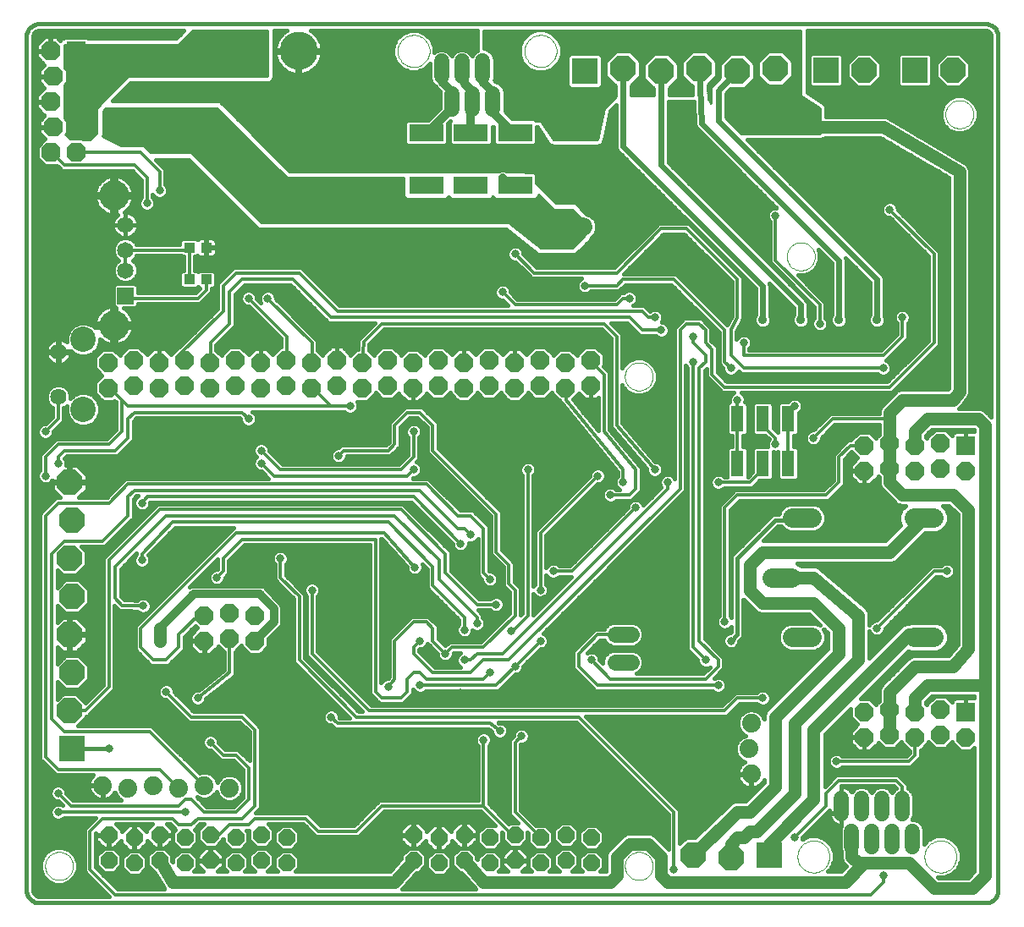
<source format=gbl>
G75*
%MOIN*%
%OFA0B0*%
%FSLAX24Y24*%
%IPPOS*%
%LPD*%
%AMOC8*
5,1,8,0,0,1.08239X$1,22.5*
%
%ADD10C,0.0160*%
%ADD11C,0.0000*%
%ADD12C,0.0640*%
%ADD13OC8,0.0740*%
%ADD14C,0.0740*%
%ADD15R,0.1500X0.1500*%
%ADD16C,0.1500*%
%ADD17OC8,0.0660*%
%ADD18C,0.0740*%
%ADD19OC8,0.1000*%
%ADD20R,0.1000X0.1000*%
%ADD21R,0.0740X0.0740*%
%ADD22C,0.0594*%
%ADD23C,0.0780*%
%ADD24C,0.0640*%
%ADD25C,0.1000*%
%ADD26OC8,0.0760*%
%ADD27R,0.0760X0.0760*%
%ADD28C,0.1181*%
%ADD29R,0.0650X0.0650*%
%ADD30C,0.0650*%
%ADD31R,0.0433X0.0394*%
%ADD32R,0.1378X0.0701*%
%ADD33R,0.0500X0.1000*%
%ADD34C,0.0317*%
%ADD35C,0.0120*%
%ADD36C,0.0500*%
%ADD37C,0.0100*%
%ADD38C,0.0356*%
%ADD39C,0.0320*%
%ADD40C,0.0240*%
D10*
X008367Y006725D02*
X008367Y040371D01*
X008627Y040371D02*
X008632Y040418D01*
X008667Y040504D01*
X008734Y040570D01*
X008820Y040606D01*
X008867Y040611D01*
X014574Y040611D01*
X014263Y040300D01*
X010803Y040300D01*
X010763Y040340D01*
X009871Y040340D01*
X009831Y040300D01*
X009817Y040300D01*
X009725Y040262D01*
X009686Y040223D01*
X009549Y040360D01*
X009337Y040360D01*
X009337Y039820D01*
X009297Y039820D01*
X009297Y040360D01*
X009085Y040360D01*
X008757Y040032D01*
X008757Y039820D01*
X009297Y039820D01*
X009297Y039780D01*
X008757Y039780D01*
X008757Y039568D01*
X009075Y039250D01*
X008857Y039032D01*
X008857Y038820D01*
X009397Y038820D01*
X009397Y038780D01*
X008857Y038780D01*
X008857Y038568D01*
X009075Y038350D01*
X008757Y038032D01*
X008757Y037820D01*
X009297Y037820D01*
X009297Y037780D01*
X008757Y037780D01*
X008757Y037568D01*
X009075Y037250D01*
X008857Y037032D01*
X008857Y036820D01*
X009397Y036820D01*
X009397Y036780D01*
X008857Y036780D01*
X008857Y036568D01*
X009089Y036336D01*
X008777Y036024D01*
X008777Y035576D01*
X009093Y035260D01*
X009541Y035260D01*
X009568Y035288D01*
X009647Y035209D01*
X009776Y035080D01*
X012526Y035080D01*
X012897Y034709D01*
X012897Y034030D01*
X012847Y033980D01*
X012798Y033863D01*
X012798Y033737D01*
X012847Y033620D01*
X012937Y033530D01*
X013054Y033482D01*
X013180Y033482D01*
X013297Y033530D01*
X013387Y033620D01*
X013435Y033737D01*
X013435Y033863D01*
X013387Y033980D01*
X013337Y034030D01*
X013337Y034144D01*
X013347Y034120D01*
X013437Y034030D01*
X013554Y033982D01*
X013680Y033982D01*
X013797Y034030D01*
X013887Y034120D01*
X013935Y034237D01*
X013935Y034363D01*
X013887Y034480D01*
X013837Y034530D01*
X013837Y035141D01*
X013708Y035270D01*
X013468Y035510D01*
X014747Y035510D01*
X017453Y032804D01*
X017559Y032760D01*
X027265Y032760D01*
X028423Y031834D01*
X028453Y031804D01*
X028468Y031798D01*
X028481Y031788D01*
X028521Y031776D01*
X028559Y031760D01*
X028576Y031760D01*
X028592Y031755D01*
X028633Y031760D01*
X029925Y031760D01*
X030031Y031804D01*
X030113Y031886D01*
X030613Y032386D01*
X030641Y032455D01*
X030755Y032569D01*
X030836Y032763D01*
X030836Y032974D01*
X030755Y033169D01*
X030606Y033318D01*
X030440Y033387D01*
X030031Y033796D01*
X029925Y033840D01*
X029237Y033840D01*
X028466Y034611D01*
X028466Y034937D01*
X028372Y035031D01*
X028046Y035031D01*
X028031Y035046D01*
X027925Y035090D01*
X027253Y035090D01*
X027181Y035120D01*
X027053Y035120D01*
X026981Y035090D01*
X018737Y035090D01*
X016031Y037796D01*
X015925Y037840D01*
X011760Y037840D01*
X012470Y038550D01*
X017917Y038550D01*
X018009Y038588D01*
X018079Y038658D01*
X018117Y038750D01*
X018117Y040611D01*
X018628Y040611D01*
X018546Y040560D01*
X018465Y040495D01*
X018391Y040421D01*
X018326Y040339D01*
X018270Y040251D01*
X018225Y040156D01*
X018190Y040058D01*
X018167Y039956D01*
X018155Y039852D01*
X018155Y039848D01*
X019037Y039848D01*
X019037Y039752D01*
X018155Y039752D01*
X018155Y039748D01*
X018167Y039644D01*
X018190Y039542D01*
X018225Y039444D01*
X018270Y039349D01*
X018326Y039261D01*
X018391Y039179D01*
X018465Y039105D01*
X018546Y039040D01*
X018635Y038985D01*
X018729Y038939D01*
X018828Y038905D01*
X018929Y038882D01*
X019033Y038870D01*
X019037Y038870D01*
X019037Y039752D01*
X019133Y039752D01*
X019133Y038870D01*
X019138Y038870D01*
X019241Y038882D01*
X019343Y038905D01*
X019442Y038939D01*
X019536Y038985D01*
X019624Y039040D01*
X019706Y039105D01*
X019780Y039179D01*
X019845Y039261D01*
X019901Y039349D01*
X019946Y039444D01*
X019980Y039542D01*
X020004Y039644D01*
X020015Y039748D01*
X020015Y039752D01*
X019133Y039752D01*
X019133Y039848D01*
X020015Y039848D01*
X020015Y039852D01*
X020004Y039956D01*
X019980Y040058D01*
X019946Y040156D01*
X019901Y040251D01*
X019845Y040339D01*
X019780Y040421D01*
X019706Y040495D01*
X019624Y040560D01*
X019543Y040611D01*
X026117Y040611D01*
X026117Y039806D01*
X026058Y039782D01*
X025929Y039653D01*
X025917Y039623D01*
X025904Y039653D01*
X025776Y039782D01*
X025608Y039851D01*
X025426Y039851D01*
X025258Y039782D01*
X025129Y039653D01*
X025117Y039623D01*
X025104Y039653D01*
X024976Y039782D01*
X024808Y039851D01*
X024626Y039851D01*
X024458Y039782D01*
X024427Y039751D01*
X024427Y039961D01*
X024304Y040259D01*
X024076Y040487D01*
X023778Y040610D01*
X023456Y040610D01*
X023158Y040487D01*
X022930Y040259D01*
X022807Y039961D01*
X022807Y039639D01*
X022930Y039341D01*
X023158Y039113D01*
X023456Y038990D01*
X023778Y038990D01*
X024076Y039113D01*
X024260Y039297D01*
X024260Y038709D01*
X024329Y038541D01*
X024458Y038412D01*
X024482Y038403D01*
X024496Y038369D01*
X024586Y038279D01*
X024664Y038201D01*
X024660Y038191D01*
X024660Y037545D01*
X024204Y037090D01*
X023362Y037090D01*
X023268Y036996D01*
X023268Y036163D01*
X023362Y036069D01*
X024872Y036069D01*
X024966Y036163D01*
X024966Y036946D01*
X025068Y037049D01*
X025070Y037049D01*
X025018Y036996D01*
X025018Y036163D01*
X025112Y036069D01*
X026622Y036069D01*
X026716Y036163D01*
X026716Y036800D01*
X026768Y036800D01*
X026768Y036163D01*
X026862Y036069D01*
X028372Y036069D01*
X028466Y036163D01*
X028466Y036800D01*
X028483Y036800D01*
X028895Y036182D01*
X028905Y036158D01*
X028923Y036141D01*
X028936Y036120D01*
X028957Y036106D01*
X028975Y036088D01*
X028998Y036079D01*
X029019Y036065D01*
X029044Y036060D01*
X029067Y036050D01*
X029092Y036050D01*
X029117Y036045D01*
X029141Y036050D01*
X030842Y036050D01*
X030867Y036045D01*
X030891Y036050D01*
X030917Y036050D01*
X030940Y036060D01*
X030964Y036064D01*
X030985Y036078D01*
X031009Y036088D01*
X031026Y036106D01*
X031047Y036120D01*
X031061Y036141D01*
X031079Y036158D01*
X031088Y036181D01*
X031102Y036202D01*
X031107Y036227D01*
X031117Y036250D01*
X031117Y036275D01*
X031347Y037427D01*
X031587Y037666D01*
X031587Y035994D01*
X031630Y035891D01*
X037087Y030434D01*
X037087Y029398D01*
X037080Y029392D01*
X037029Y029267D01*
X037029Y029133D01*
X037080Y029008D01*
X037175Y028913D01*
X037300Y028862D01*
X037434Y028862D01*
X037558Y028913D01*
X037654Y029008D01*
X037705Y029133D01*
X037705Y029267D01*
X037654Y029392D01*
X037647Y029398D01*
X037647Y030606D01*
X037634Y030637D01*
X038587Y029684D01*
X038587Y029398D01*
X038580Y029392D01*
X038529Y029267D01*
X038529Y029133D01*
X038580Y029008D01*
X038675Y028913D01*
X038800Y028862D01*
X038934Y028862D01*
X039058Y028913D01*
X039154Y029008D01*
X039205Y029133D01*
X039205Y029267D01*
X039154Y029392D01*
X039147Y029398D01*
X039147Y029856D01*
X039104Y029959D01*
X039025Y030037D01*
X033647Y035416D01*
X033647Y037800D01*
X034651Y037800D01*
X034693Y036937D01*
X034693Y036888D01*
X034696Y036881D01*
X034696Y036874D01*
X034717Y036830D01*
X034736Y036785D01*
X034741Y036780D01*
X034744Y036774D01*
X034780Y036741D01*
X037902Y033618D01*
X037804Y033618D01*
X037687Y033570D01*
X037597Y033480D01*
X037548Y033363D01*
X037548Y033237D01*
X037597Y033120D01*
X037647Y033070D01*
X037647Y031459D01*
X039397Y029709D01*
X039397Y029280D01*
X039347Y029230D01*
X039298Y029113D01*
X039298Y028987D01*
X039347Y028870D01*
X039437Y028780D01*
X039554Y028732D01*
X039680Y028732D01*
X039797Y028780D01*
X039887Y028870D01*
X039935Y028987D01*
X039935Y029113D01*
X039887Y029230D01*
X039837Y029280D01*
X039837Y029891D01*
X039708Y030020D01*
X038759Y030969D01*
X039012Y030969D01*
X039281Y031080D01*
X039487Y031286D01*
X039598Y031555D01*
X039598Y031845D01*
X039543Y031978D01*
X040087Y031434D01*
X040087Y029398D01*
X040080Y029392D01*
X040029Y029267D01*
X040029Y029133D01*
X040080Y029008D01*
X040175Y028913D01*
X040300Y028862D01*
X040434Y028862D01*
X040558Y028913D01*
X040654Y029008D01*
X040705Y029133D01*
X040705Y029267D01*
X040654Y029392D01*
X040647Y029398D01*
X040647Y031606D01*
X040634Y031637D01*
X041587Y030684D01*
X041587Y029398D01*
X041580Y029392D01*
X041529Y029267D01*
X041529Y029133D01*
X041580Y029008D01*
X041675Y028913D01*
X041800Y028862D01*
X041934Y028862D01*
X042058Y028913D01*
X042154Y029008D01*
X042205Y029133D01*
X042205Y029267D01*
X042154Y029392D01*
X042147Y029398D01*
X042147Y030856D01*
X042104Y030959D01*
X042025Y031037D01*
X036763Y036300D01*
X039667Y036300D01*
X039759Y036338D01*
X039810Y036390D01*
X042006Y036390D01*
X044707Y034815D01*
X044707Y026510D01*
X044667Y026460D01*
X042785Y026460D01*
X042635Y026398D01*
X042519Y026282D01*
X042019Y025782D01*
X041957Y025632D01*
X041957Y025520D01*
X040026Y025520D01*
X039897Y025391D01*
X039374Y024868D01*
X039304Y024868D01*
X039187Y024820D01*
X039097Y024730D01*
X039048Y024613D01*
X039048Y024487D01*
X039097Y024370D01*
X039187Y024280D01*
X039304Y024232D01*
X039430Y024232D01*
X039547Y024280D01*
X039637Y024370D01*
X039685Y024487D01*
X039685Y024557D01*
X040208Y025080D01*
X041957Y025080D01*
X041957Y024690D01*
X041837Y024570D01*
X041837Y024530D01*
X041586Y024780D01*
X041147Y024780D01*
X040837Y024470D01*
X040726Y024470D01*
X040597Y024341D01*
X040147Y023891D01*
X040147Y022891D01*
X039776Y022520D01*
X036276Y022520D01*
X036147Y022391D01*
X035647Y021891D01*
X035647Y017530D01*
X035597Y017480D01*
X035548Y017363D01*
X035548Y017237D01*
X035597Y017120D01*
X035687Y017030D01*
X035804Y016982D01*
X035930Y016982D01*
X036047Y017030D01*
X036127Y017110D01*
X036127Y016899D01*
X036096Y016868D01*
X036054Y016868D01*
X035937Y016820D01*
X035847Y016730D01*
X035798Y016613D01*
X035798Y016487D01*
X035847Y016370D01*
X035937Y016280D01*
X036054Y016232D01*
X036180Y016232D01*
X036297Y016280D01*
X036387Y016370D01*
X036435Y016487D01*
X036435Y016529D01*
X036503Y016597D01*
X036570Y016664D01*
X036607Y016752D01*
X036607Y018174D01*
X036612Y018169D01*
X037112Y017669D01*
X037277Y017600D01*
X039180Y017600D01*
X039611Y017169D01*
X039416Y017250D01*
X038417Y017250D01*
X038215Y017166D01*
X038061Y017012D01*
X037977Y016809D01*
X037977Y016591D01*
X038061Y016388D01*
X038215Y016234D01*
X038417Y016150D01*
X039416Y016150D01*
X039618Y016234D01*
X039773Y016388D01*
X039857Y016591D01*
X039857Y016809D01*
X039776Y017004D01*
X039917Y016864D01*
X039917Y016236D01*
X037485Y013805D01*
X037417Y013640D01*
X037417Y013478D01*
X037366Y013600D01*
X037217Y013749D01*
X037022Y013830D01*
X036811Y013830D01*
X036617Y013749D01*
X036468Y013600D01*
X036387Y013405D01*
X036387Y013195D01*
X036468Y013000D01*
X036617Y012851D01*
X036689Y012821D01*
X036517Y012749D01*
X036368Y012600D01*
X036287Y012405D01*
X036287Y012195D01*
X036368Y012000D01*
X036517Y011851D01*
X036665Y011789D01*
X036629Y011770D01*
X036559Y011720D01*
X036497Y011658D01*
X036446Y011588D01*
X036407Y011511D01*
X036380Y011429D01*
X036367Y011343D01*
X036367Y011320D01*
X036897Y011320D01*
X036897Y011280D01*
X036937Y011280D01*
X036937Y010750D01*
X036960Y010750D01*
X037046Y010764D01*
X037128Y010790D01*
X037205Y010830D01*
X037275Y010880D01*
X037336Y010942D01*
X037387Y011012D01*
X037417Y011070D01*
X037417Y010986D01*
X036680Y010250D01*
X036370Y010250D01*
X036284Y010251D01*
X036281Y010250D01*
X036277Y010250D01*
X036198Y010217D01*
X036118Y010185D01*
X036115Y010183D01*
X036112Y010181D01*
X036051Y010120D01*
X034692Y008800D01*
X034327Y008800D01*
X034087Y008560D01*
X034087Y009891D01*
X030398Y013580D01*
X035958Y013580D01*
X036458Y014080D01*
X037137Y014080D01*
X037187Y014030D01*
X037304Y013982D01*
X037430Y013982D01*
X037547Y014030D01*
X037637Y014120D01*
X037685Y014237D01*
X037685Y014363D01*
X037637Y014480D01*
X037547Y014570D01*
X037430Y014618D01*
X037304Y014618D01*
X037187Y014570D01*
X037137Y014520D01*
X036276Y014520D01*
X036147Y014391D01*
X035776Y014020D01*
X021958Y014020D01*
X019837Y016141D01*
X019837Y018320D01*
X019887Y018370D01*
X019935Y018487D01*
X019935Y018613D01*
X019887Y018730D01*
X019797Y018820D01*
X019680Y018868D01*
X019554Y018868D01*
X019437Y018820D01*
X019347Y018730D01*
X019298Y018613D01*
X019298Y018487D01*
X019347Y018370D01*
X019397Y018320D01*
X019397Y015959D01*
X021586Y013770D01*
X021458Y013770D01*
X019337Y015891D01*
X019337Y018391D01*
X018587Y019141D01*
X018587Y019570D01*
X018637Y019620D01*
X018685Y019737D01*
X018685Y019863D01*
X018637Y019980D01*
X018547Y020070D01*
X018430Y020118D01*
X018304Y020118D01*
X018187Y020070D01*
X018097Y019980D01*
X018048Y019863D01*
X018048Y019737D01*
X018097Y019620D01*
X018147Y019570D01*
X018147Y018959D01*
X018276Y018830D01*
X018897Y018209D01*
X018897Y015709D01*
X019026Y015580D01*
X021086Y013520D01*
X020708Y013520D01*
X020685Y013543D01*
X020685Y013613D01*
X020637Y013730D01*
X020547Y013820D01*
X020430Y013868D01*
X020304Y013868D01*
X020187Y013820D01*
X020097Y013730D01*
X020048Y013613D01*
X020048Y013487D01*
X020097Y013370D01*
X020187Y013280D01*
X020304Y013232D01*
X020374Y013232D01*
X020526Y013080D01*
X026544Y013080D01*
X026698Y012964D01*
X026698Y012937D01*
X026747Y012820D01*
X026837Y012730D01*
X026954Y012682D01*
X027080Y012682D01*
X027197Y012730D01*
X027287Y012820D01*
X027335Y012937D01*
X027335Y013063D01*
X027287Y013180D01*
X027197Y013270D01*
X027080Y013318D01*
X026959Y013318D01*
X026944Y013330D01*
X030026Y013330D01*
X033647Y009709D01*
X033647Y008350D01*
X033214Y008782D01*
X033099Y008898D01*
X032948Y008960D01*
X032035Y008960D01*
X031885Y008898D01*
X031385Y008398D01*
X031269Y008282D01*
X031207Y008132D01*
X031207Y007470D01*
X031197Y007460D01*
X030970Y007460D01*
X031107Y007597D01*
X031107Y008003D01*
X030820Y008290D01*
X030414Y008290D01*
X030127Y008003D01*
X030127Y007597D01*
X030264Y007460D01*
X029870Y007460D01*
X030107Y007697D01*
X030107Y008103D01*
X029820Y008390D01*
X029414Y008390D01*
X029127Y008103D01*
X029127Y007697D01*
X029364Y007460D01*
X028970Y007460D01*
X029107Y007597D01*
X029107Y008003D01*
X028820Y008290D01*
X028414Y008290D01*
X028127Y008003D01*
X028127Y007597D01*
X028264Y007460D01*
X027898Y007460D01*
X028127Y007689D01*
X028127Y007891D01*
X027625Y007891D01*
X027625Y007909D01*
X027608Y007909D01*
X027608Y008410D01*
X027406Y008410D01*
X027107Y008111D01*
X027107Y007909D01*
X027608Y007909D01*
X027608Y007891D01*
X027107Y007891D01*
X027107Y007689D01*
X027336Y007460D01*
X026970Y007460D01*
X027107Y007597D01*
X027107Y008003D01*
X026820Y008290D01*
X026414Y008290D01*
X026127Y008003D01*
X026127Y007942D01*
X026107Y007964D01*
X026107Y008103D01*
X025820Y008390D01*
X025414Y008390D01*
X025127Y008103D01*
X025127Y007697D01*
X025414Y007410D01*
X025502Y007410D01*
X026014Y006830D01*
X026019Y006818D01*
X026067Y006770D01*
X023167Y006770D01*
X023214Y006818D01*
X023220Y006830D01*
X023731Y007410D01*
X023820Y007410D01*
X024107Y007697D01*
X024107Y008103D01*
X023820Y008390D01*
X023414Y008390D01*
X023127Y008103D01*
X023127Y007964D01*
X022682Y007460D01*
X018970Y007460D01*
X019107Y007597D01*
X019107Y008003D01*
X018820Y008290D01*
X018414Y008290D01*
X018127Y008003D01*
X018127Y007597D01*
X018264Y007460D01*
X017870Y007460D01*
X018107Y007697D01*
X018107Y008103D01*
X017820Y008390D01*
X017414Y008390D01*
X017127Y008103D01*
X017127Y007697D01*
X017364Y007460D01*
X016970Y007460D01*
X017107Y007597D01*
X017107Y008003D01*
X016820Y008290D01*
X016414Y008290D01*
X016127Y008003D01*
X016127Y007597D01*
X016264Y007460D01*
X015898Y007460D01*
X016127Y007689D01*
X016127Y007891D01*
X015625Y007891D01*
X015625Y007909D01*
X015608Y007909D01*
X015608Y008410D01*
X015406Y008410D01*
X015107Y008111D01*
X015107Y007909D01*
X015608Y007909D01*
X015608Y007891D01*
X015107Y007891D01*
X015107Y007689D01*
X015336Y007460D01*
X014970Y007460D01*
X015107Y007597D01*
X015107Y008003D01*
X014820Y008290D01*
X014414Y008290D01*
X014127Y008003D01*
X014127Y007842D01*
X014107Y007876D01*
X014107Y008103D01*
X013820Y008390D01*
X013414Y008390D01*
X013127Y008103D01*
X013127Y007697D01*
X013414Y007410D01*
X013429Y007410D01*
X013749Y006867D01*
X013769Y006818D01*
X013790Y006797D01*
X013805Y006772D01*
X013807Y006770D01*
X011958Y006770D01*
X011087Y007641D01*
X011087Y008959D01*
X011107Y008979D01*
X011107Y008909D01*
X011608Y008909D01*
X011608Y008891D01*
X011625Y008891D01*
X011625Y008390D01*
X011828Y008390D01*
X012107Y008669D01*
X012107Y008589D01*
X012406Y008290D01*
X012608Y008290D01*
X012608Y008791D01*
X012625Y008791D01*
X012625Y008290D01*
X012828Y008290D01*
X013127Y008589D01*
X013127Y008669D01*
X013406Y008390D01*
X013608Y008390D01*
X013608Y008891D01*
X013625Y008891D01*
X013625Y008390D01*
X013828Y008390D01*
X014127Y008689D01*
X014127Y008891D01*
X013625Y008891D01*
X013625Y008909D01*
X014127Y008909D01*
X014127Y009111D01*
X013908Y009330D01*
X014026Y009330D01*
X014147Y009209D01*
X014240Y009116D01*
X014127Y009003D01*
X014127Y008597D01*
X014414Y008310D01*
X014820Y008310D01*
X015107Y008597D01*
X015107Y009003D01*
X014994Y009116D01*
X015208Y009330D01*
X015354Y009330D01*
X015127Y009103D01*
X015127Y008697D01*
X015414Y008410D01*
X015820Y008410D01*
X016107Y008697D01*
X016107Y008729D01*
X016127Y008749D01*
X016127Y008597D01*
X016414Y008310D01*
X016820Y008310D01*
X017107Y008597D01*
X017107Y009003D01*
X017030Y009080D01*
X017127Y009080D01*
X017127Y008697D01*
X017414Y008410D01*
X017820Y008410D01*
X018107Y008697D01*
X018107Y009103D01*
X017880Y009330D01*
X019276Y009330D01*
X019776Y008830D01*
X021458Y008830D01*
X021587Y008959D01*
X022458Y009830D01*
X026276Y009830D01*
X026816Y009290D01*
X026414Y009290D01*
X026127Y009003D01*
X026127Y008597D01*
X026414Y008310D01*
X026820Y008310D01*
X027107Y008597D01*
X027107Y008999D01*
X027127Y008979D01*
X027127Y008697D01*
X027414Y008410D01*
X027820Y008410D01*
X028107Y008697D01*
X028107Y008999D01*
X028127Y008979D01*
X028127Y008597D01*
X028414Y008310D01*
X028820Y008310D01*
X029107Y008597D01*
X029107Y009003D01*
X028820Y009290D01*
X028438Y009290D01*
X027837Y009891D01*
X027837Y012459D01*
X027860Y012482D01*
X027930Y012482D01*
X028047Y012530D01*
X028137Y012620D01*
X028185Y012737D01*
X028185Y012863D01*
X028137Y012980D01*
X028047Y013070D01*
X027930Y013118D01*
X027804Y013118D01*
X027687Y013070D01*
X027597Y012980D01*
X027548Y012863D01*
X027548Y012793D01*
X027397Y012641D01*
X027397Y009709D01*
X027526Y009580D01*
X027716Y009390D01*
X027414Y009390D01*
X027376Y009352D01*
X026587Y010141D01*
X026587Y012420D01*
X026637Y012470D01*
X026685Y012587D01*
X026685Y012713D01*
X026637Y012830D01*
X026547Y012920D01*
X026430Y012968D01*
X026304Y012968D01*
X026187Y012920D01*
X026097Y012830D01*
X026048Y012713D01*
X026048Y012587D01*
X026097Y012470D01*
X026147Y012420D01*
X026147Y010270D01*
X022276Y010270D01*
X021276Y009270D01*
X019958Y009270D01*
X019587Y009641D01*
X019458Y009770D01*
X017398Y009770D01*
X017458Y009830D01*
X017587Y009959D01*
X017587Y013141D01*
X017087Y013641D01*
X016958Y013770D01*
X014958Y013770D01*
X014185Y014543D01*
X014185Y014613D01*
X014137Y014730D01*
X014047Y014820D01*
X013930Y014868D01*
X013804Y014868D01*
X013687Y014820D01*
X013597Y014730D01*
X013548Y014613D01*
X013548Y014487D01*
X013597Y014370D01*
X013687Y014280D01*
X013804Y014232D01*
X013874Y014232D01*
X014776Y013330D01*
X016776Y013330D01*
X017147Y012959D01*
X017147Y011831D01*
X016708Y012270D01*
X016208Y012270D01*
X015935Y012543D01*
X015935Y012613D01*
X015887Y012730D01*
X015797Y012820D01*
X015680Y012868D01*
X015554Y012868D01*
X015437Y012820D01*
X015347Y012730D01*
X015298Y012613D01*
X015298Y012487D01*
X015347Y012370D01*
X015437Y012280D01*
X015554Y012232D01*
X015624Y012232D01*
X015897Y011959D01*
X016026Y011830D01*
X016526Y011830D01*
X016897Y011459D01*
X016897Y010391D01*
X016526Y010020D01*
X015458Y010020D01*
X015085Y010393D01*
X015261Y010320D01*
X015472Y010320D01*
X015667Y010401D01*
X015816Y010550D01*
X015846Y010622D01*
X015918Y010450D01*
X016067Y010301D01*
X016261Y010220D01*
X016472Y010220D01*
X016667Y010301D01*
X016816Y010450D01*
X016897Y010645D01*
X016897Y010855D01*
X016816Y011050D01*
X016667Y011199D01*
X016472Y011280D01*
X016261Y011280D01*
X016067Y011199D01*
X015918Y011050D01*
X015888Y010978D01*
X015816Y011150D01*
X015667Y011299D01*
X015472Y011380D01*
X015261Y011380D01*
X015179Y011346D01*
X013372Y013137D01*
X013308Y013201D01*
X013307Y013201D01*
X013307Y013202D01*
X013216Y013201D01*
X010401Y013201D01*
X010727Y013527D01*
X010727Y013580D01*
X010777Y013580D01*
X010906Y013709D01*
X011708Y014511D01*
X011837Y014640D01*
X011837Y017934D01*
X011897Y017866D01*
X011897Y017859D01*
X011957Y017799D01*
X012013Y017736D01*
X012020Y017735D01*
X012026Y017730D01*
X012110Y017730D01*
X012195Y017725D01*
X012201Y017730D01*
X012363Y017730D01*
X012732Y017716D01*
X012787Y017661D01*
X012904Y017613D01*
X013030Y017613D01*
X013147Y017661D01*
X013237Y017751D01*
X013285Y017868D01*
X013285Y017994D01*
X013237Y018111D01*
X013147Y018201D01*
X013030Y018250D01*
X012904Y018250D01*
X012787Y018201D01*
X012741Y018156D01*
X012461Y018167D01*
X012458Y018170D01*
X012371Y018170D01*
X012284Y018173D01*
X012281Y018170D01*
X012216Y018170D01*
X012087Y018315D01*
X012087Y019390D01*
X012696Y020000D01*
X012697Y019979D01*
X012697Y019961D01*
X012647Y019911D01*
X012598Y019794D01*
X012598Y019668D01*
X012647Y019551D01*
X012737Y019461D01*
X012854Y019413D01*
X012980Y019413D01*
X013097Y019461D01*
X013187Y019551D01*
X013235Y019668D01*
X013235Y019794D01*
X013187Y019911D01*
X013171Y019928D01*
X014211Y021011D01*
X016517Y021011D01*
X016397Y020891D01*
X012647Y017141D01*
X012647Y016209D01*
X012776Y016080D01*
X013276Y015580D01*
X013958Y015580D01*
X014087Y015709D01*
X014587Y016209D01*
X014587Y016709D01*
X015023Y017145D01*
X015103Y017064D01*
X014817Y016778D01*
X014817Y016570D01*
X015347Y016570D01*
X015347Y016530D01*
X015387Y016530D01*
X015387Y016000D01*
X015595Y016000D01*
X015917Y016322D01*
X015917Y016350D01*
X016147Y016120D01*
X016147Y015406D01*
X015163Y014618D01*
X015054Y014618D01*
X014937Y014570D01*
X014847Y014480D01*
X014798Y014363D01*
X014798Y014237D01*
X014847Y014120D01*
X014937Y014030D01*
X015054Y013982D01*
X015180Y013982D01*
X015297Y014030D01*
X015387Y014120D01*
X015435Y014237D01*
X015435Y014273D01*
X016444Y015080D01*
X016458Y015080D01*
X016514Y015136D01*
X016575Y015185D01*
X016577Y015199D01*
X016587Y015209D01*
X016587Y015288D01*
X016596Y015366D01*
X016587Y015377D01*
X016587Y016120D01*
X016837Y016370D01*
X016837Y016330D01*
X017147Y016020D01*
X017586Y016020D01*
X017897Y016330D01*
X017897Y016627D01*
X018298Y017029D01*
X018388Y017119D01*
X018437Y017236D01*
X018437Y017793D01*
X018439Y017850D01*
X018437Y017856D01*
X018437Y017864D01*
X018415Y017916D01*
X018396Y017969D01*
X018391Y017975D01*
X018388Y017981D01*
X018348Y018021D01*
X017841Y018575D01*
X017838Y018581D01*
X017798Y018621D01*
X017760Y018663D01*
X017753Y018666D01*
X017748Y018671D01*
X017696Y018693D01*
X017644Y018717D01*
X017637Y018717D01*
X017631Y018720D01*
X017574Y018720D01*
X017517Y018722D01*
X017510Y018720D01*
X014903Y018720D01*
X014809Y018681D01*
X015897Y019769D01*
X015897Y019391D01*
X015874Y019368D01*
X015804Y019368D01*
X015687Y019320D01*
X015597Y019230D01*
X015548Y019113D01*
X015548Y018987D01*
X015597Y018870D01*
X015687Y018780D01*
X015804Y018732D01*
X015930Y018732D01*
X016047Y018780D01*
X016137Y018870D01*
X016185Y018987D01*
X016185Y019057D01*
X016337Y019209D01*
X016337Y019709D01*
X016958Y020330D01*
X021897Y020330D01*
X021897Y014459D01*
X022026Y014330D01*
X022276Y014080D01*
X023208Y014080D01*
X023337Y014209D01*
X023587Y014459D01*
X023587Y014644D01*
X023597Y014620D01*
X023687Y014530D01*
X023804Y014482D01*
X023930Y014482D01*
X024047Y014530D01*
X024097Y014580D01*
X026958Y014580D01*
X027087Y014709D01*
X027610Y015232D01*
X027680Y015232D01*
X027797Y015280D01*
X027887Y015370D01*
X027935Y015487D01*
X027935Y015557D01*
X028610Y016232D01*
X028680Y016232D01*
X028797Y016280D01*
X028887Y016370D01*
X028935Y016487D01*
X028935Y016613D01*
X028887Y016730D01*
X028797Y016820D01*
X028727Y016849D01*
X034208Y022330D01*
X034337Y022459D01*
X034337Y027394D01*
X034347Y027370D01*
X034397Y027320D01*
X034397Y016209D01*
X034798Y015807D01*
X034798Y015737D01*
X034847Y015620D01*
X034937Y015530D01*
X035054Y015482D01*
X035180Y015482D01*
X035278Y015522D01*
X035026Y015270D01*
X032403Y015270D01*
X032459Y015293D01*
X032594Y015428D01*
X032667Y015605D01*
X032667Y015795D01*
X032594Y015972D01*
X032459Y016107D01*
X032282Y016180D01*
X031451Y016180D01*
X031275Y016107D01*
X031140Y015972D01*
X031067Y015795D01*
X031067Y015661D01*
X030935Y015793D01*
X030935Y015863D01*
X030887Y015980D01*
X030797Y016070D01*
X030680Y016118D01*
X030554Y016118D01*
X030456Y016078D01*
X030958Y016580D01*
X031118Y016580D01*
X031140Y016528D01*
X031275Y016393D01*
X031451Y016320D01*
X032282Y016320D01*
X032459Y016393D01*
X032594Y016528D01*
X032667Y016705D01*
X032667Y016895D01*
X032594Y017072D01*
X032459Y017207D01*
X032282Y017280D01*
X031451Y017280D01*
X031275Y017207D01*
X031140Y017072D01*
X031118Y017020D01*
X030776Y017020D01*
X030026Y016270D01*
X029897Y016141D01*
X029897Y015459D01*
X030647Y014709D01*
X030776Y014580D01*
X035387Y014580D01*
X035437Y014530D01*
X035554Y014482D01*
X035680Y014482D01*
X035797Y014530D01*
X035887Y014620D01*
X035935Y014737D01*
X035935Y014863D01*
X035887Y014980D01*
X035797Y015070D01*
X035680Y015118D01*
X035554Y015118D01*
X035456Y015078D01*
X035837Y015459D01*
X035837Y015891D01*
X035708Y016020D01*
X035087Y016641D01*
X035087Y027209D01*
X035147Y027269D01*
X035147Y026959D01*
X035647Y026459D01*
X035776Y026330D01*
X036211Y026330D01*
X036187Y026320D01*
X036097Y026230D01*
X036048Y026113D01*
X036048Y025987D01*
X036060Y025960D01*
X036051Y025960D01*
X035957Y025866D01*
X035957Y024734D01*
X036051Y024640D01*
X036147Y024640D01*
X036147Y024210D01*
X036051Y024210D01*
X035957Y024116D01*
X035957Y023020D01*
X035847Y023020D01*
X035797Y023070D01*
X035680Y023118D01*
X035554Y023118D01*
X035437Y023070D01*
X035347Y022980D01*
X035298Y022863D01*
X035298Y022737D01*
X035347Y022620D01*
X035437Y022530D01*
X035554Y022482D01*
X035680Y022482D01*
X035797Y022530D01*
X035847Y022580D01*
X036958Y022580D01*
X037268Y022890D01*
X037683Y022890D01*
X037777Y022984D01*
X037777Y023993D01*
X037804Y023982D01*
X037930Y023982D01*
X037957Y023993D01*
X037957Y022984D01*
X038051Y022890D01*
X038683Y022890D01*
X038777Y022984D01*
X038777Y024116D01*
X038683Y024210D01*
X038587Y024210D01*
X038587Y024640D01*
X038683Y024640D01*
X038777Y024734D01*
X038777Y025522D01*
X038797Y025530D01*
X038887Y025620D01*
X038935Y025737D01*
X038935Y025863D01*
X038887Y025980D01*
X038797Y026070D01*
X038680Y026118D01*
X038554Y026118D01*
X038437Y026070D01*
X038347Y025980D01*
X038339Y025960D01*
X038051Y025960D01*
X037957Y025866D01*
X037957Y024771D01*
X037777Y024951D01*
X037777Y025866D01*
X037683Y025960D01*
X037051Y025960D01*
X036957Y025866D01*
X036957Y024734D01*
X037051Y024640D01*
X037466Y024640D01*
X037611Y024495D01*
X037597Y024480D01*
X037548Y024363D01*
X037548Y024237D01*
X037560Y024210D01*
X037051Y024210D01*
X036957Y024116D01*
X036957Y023201D01*
X036777Y023021D01*
X036777Y024116D01*
X036683Y024210D01*
X036587Y024210D01*
X036587Y024640D01*
X036683Y024640D01*
X036777Y024734D01*
X036777Y025866D01*
X036683Y025960D01*
X036674Y025960D01*
X036685Y025987D01*
X036685Y026113D01*
X036637Y026230D01*
X036547Y026320D01*
X036523Y026330D01*
X042458Y026330D01*
X044208Y028080D01*
X044337Y028209D01*
X044337Y031891D01*
X042685Y033543D01*
X042685Y033613D01*
X042637Y033730D01*
X042547Y033820D01*
X042430Y033868D01*
X042304Y033868D01*
X042187Y033820D01*
X042097Y033730D01*
X042048Y033613D01*
X042048Y033487D01*
X042097Y033370D01*
X042187Y033280D01*
X042304Y033232D01*
X042374Y033232D01*
X043897Y031709D01*
X043897Y028391D01*
X042276Y026770D01*
X035958Y026770D01*
X035587Y027141D01*
X035587Y028141D01*
X035458Y028270D01*
X035337Y028391D01*
X035337Y028891D01*
X035208Y029020D01*
X034958Y029270D01*
X034276Y029270D01*
X034147Y029141D01*
X033897Y028891D01*
X033897Y022956D01*
X033887Y022980D01*
X033797Y023070D01*
X033680Y023118D01*
X033554Y023118D01*
X033437Y023070D01*
X033347Y022980D01*
X033298Y022863D01*
X033298Y022737D01*
X033347Y022620D01*
X033361Y022605D01*
X032666Y021910D01*
X032637Y021980D01*
X032547Y022070D01*
X032430Y022118D01*
X032304Y022118D01*
X032187Y022070D01*
X032097Y021980D01*
X032048Y021863D01*
X032048Y021793D01*
X029776Y019520D01*
X029347Y019520D01*
X029297Y019570D01*
X029180Y019618D01*
X029054Y019618D01*
X028937Y019570D01*
X028847Y019480D01*
X028837Y019456D01*
X028837Y020709D01*
X030860Y022732D01*
X030930Y022732D01*
X031047Y022780D01*
X031137Y022870D01*
X031185Y022987D01*
X031185Y023113D01*
X031137Y023230D01*
X031047Y023320D01*
X030930Y023368D01*
X030804Y023368D01*
X030687Y023320D01*
X030597Y023230D01*
X030548Y023113D01*
X030548Y023043D01*
X028397Y020891D01*
X028397Y018780D01*
X028347Y018730D01*
X028337Y018706D01*
X028337Y023070D01*
X028387Y023120D01*
X028435Y023237D01*
X028435Y023363D01*
X028387Y023480D01*
X028297Y023570D01*
X028180Y023618D01*
X028054Y023618D01*
X027937Y023570D01*
X027847Y023480D01*
X027798Y023363D01*
X027798Y023237D01*
X027847Y023120D01*
X027897Y023070D01*
X027897Y017641D01*
X027837Y017581D01*
X027837Y018641D01*
X027708Y018770D01*
X027587Y018891D01*
X027587Y019641D01*
X027458Y019770D01*
X027087Y020141D01*
X027087Y021641D01*
X026958Y021770D01*
X024587Y024141D01*
X024587Y025141D01*
X024458Y025270D01*
X023958Y025770D01*
X023276Y025770D01*
X023147Y025641D01*
X022647Y025141D01*
X022647Y024391D01*
X022526Y024270D01*
X020776Y024270D01*
X020674Y024168D01*
X020604Y024168D01*
X020487Y024120D01*
X020397Y024030D01*
X020348Y023913D01*
X020348Y023787D01*
X020397Y023670D01*
X020487Y023580D01*
X020604Y023532D01*
X020730Y023532D01*
X020847Y023580D01*
X020937Y023670D01*
X020985Y023787D01*
X020985Y023830D01*
X022708Y023830D01*
X022958Y024080D01*
X023087Y024209D01*
X023087Y024959D01*
X023458Y025330D01*
X023776Y025330D01*
X024147Y024959D01*
X024147Y023959D01*
X026647Y021459D01*
X026647Y019959D01*
X027147Y019459D01*
X027147Y018709D01*
X027397Y018459D01*
X027397Y017641D01*
X026276Y016520D01*
X025026Y016520D01*
X024874Y016368D01*
X024860Y016368D01*
X024587Y016641D01*
X024587Y017141D01*
X024208Y017520D01*
X023526Y017520D01*
X023397Y017391D01*
X022647Y016641D01*
X022647Y015130D01*
X022596Y015068D01*
X022554Y015068D01*
X022437Y015020D01*
X022347Y014930D01*
X022337Y014906D01*
X022337Y020580D01*
X022368Y020580D01*
X023348Y019477D01*
X023348Y019387D01*
X023397Y019270D01*
X023487Y019180D01*
X023604Y019132D01*
X023730Y019132D01*
X023847Y019180D01*
X023937Y019270D01*
X023985Y019387D01*
X023985Y019513D01*
X023958Y019579D01*
X024147Y019390D01*
X024147Y018640D01*
X024276Y018511D01*
X025397Y017390D01*
X025397Y017211D01*
X025347Y017161D01*
X025298Y017044D01*
X025298Y016918D01*
X025347Y016801D01*
X025437Y016711D01*
X025554Y016663D01*
X025680Y016663D01*
X025797Y016711D01*
X025887Y016801D01*
X025935Y016918D01*
X025935Y016962D01*
X025937Y016961D01*
X026054Y016913D01*
X026180Y016913D01*
X026297Y016961D01*
X026387Y017051D01*
X026435Y017168D01*
X026435Y017294D01*
X026387Y017411D01*
X026337Y017461D01*
X026337Y017572D01*
X026148Y017761D01*
X026637Y017761D01*
X026687Y017711D01*
X026804Y017663D01*
X026930Y017663D01*
X027047Y017711D01*
X027137Y017801D01*
X027185Y017918D01*
X027185Y018044D01*
X027137Y018161D01*
X027047Y018251D01*
X026930Y018300D01*
X026804Y018300D01*
X026687Y018251D01*
X026637Y018201D01*
X026208Y018201D01*
X025087Y019322D01*
X025087Y020072D01*
X024958Y020201D01*
X023208Y021951D01*
X013526Y021951D01*
X013397Y021822D01*
X011397Y019822D01*
X011397Y014822D01*
X010687Y014113D01*
X010340Y014460D01*
X009794Y014460D01*
X009587Y014253D01*
X009587Y014947D01*
X009894Y014640D01*
X010440Y014640D01*
X010827Y015027D01*
X010827Y015573D01*
X010440Y015960D01*
X009894Y015960D01*
X009587Y015653D01*
X009587Y016318D01*
X009785Y016120D01*
X010029Y016120D01*
X010029Y016762D01*
X010105Y016762D01*
X010105Y016838D01*
X010747Y016838D01*
X010747Y017082D01*
X010349Y017480D01*
X010105Y017480D01*
X010105Y016838D01*
X010029Y016838D01*
X010029Y017480D01*
X009785Y017480D01*
X009587Y017282D01*
X009587Y017947D01*
X009894Y017640D01*
X010440Y017640D01*
X010827Y018027D01*
X010827Y018573D01*
X010440Y018960D01*
X009894Y018960D01*
X009587Y018653D01*
X009587Y019347D01*
X009794Y019140D01*
X010340Y019140D01*
X010727Y019527D01*
X010727Y020073D01*
X010539Y020261D01*
X011458Y020261D01*
X012458Y021261D01*
X012587Y021390D01*
X012587Y022140D01*
X012708Y022261D01*
X012761Y022261D01*
X012737Y022251D01*
X012647Y022161D01*
X012598Y022044D01*
X012598Y021918D01*
X012647Y021801D01*
X012737Y021711D01*
X012854Y021663D01*
X012980Y021663D01*
X013097Y021711D01*
X013187Y021801D01*
X013235Y021918D01*
X013235Y022011D01*
X023526Y022011D01*
X025148Y020388D01*
X025148Y020318D01*
X025197Y020201D01*
X025287Y020111D01*
X025404Y020063D01*
X025530Y020063D01*
X025647Y020111D01*
X025737Y020201D01*
X025785Y020318D01*
X025785Y020420D01*
X025804Y020413D01*
X025930Y020413D01*
X026047Y020461D01*
X026137Y020551D01*
X026147Y020575D01*
X026147Y019140D01*
X026298Y018988D01*
X026298Y018918D01*
X026347Y018801D01*
X026437Y018711D01*
X026554Y018663D01*
X026680Y018663D01*
X026797Y018711D01*
X026887Y018801D01*
X026935Y018918D01*
X026935Y019044D01*
X026887Y019161D01*
X026797Y019251D01*
X026680Y019300D01*
X026610Y019300D01*
X026587Y019322D01*
X026587Y021072D01*
X026458Y021201D01*
X025958Y021701D01*
X025458Y021701D01*
X024208Y022951D01*
X023579Y022951D01*
X023587Y022959D01*
X023610Y022982D01*
X023680Y022982D01*
X023797Y023030D01*
X023887Y023120D01*
X023935Y023237D01*
X023935Y023363D01*
X023887Y023480D01*
X023797Y023570D01*
X023727Y023599D01*
X023837Y023709D01*
X023837Y024570D01*
X023887Y024620D01*
X023935Y024737D01*
X023935Y024863D01*
X023887Y024980D01*
X023797Y025070D01*
X023680Y025118D01*
X023554Y025118D01*
X023437Y025070D01*
X023347Y024980D01*
X023298Y024863D01*
X023298Y024737D01*
X023347Y024620D01*
X023397Y024570D01*
X023397Y023891D01*
X023026Y023520D01*
X018458Y023520D01*
X017935Y024043D01*
X017935Y024113D01*
X017887Y024230D01*
X017797Y024320D01*
X017680Y024368D01*
X017554Y024368D01*
X017437Y024320D01*
X017347Y024230D01*
X017298Y024113D01*
X017298Y023987D01*
X017347Y023870D01*
X017417Y023800D01*
X017347Y023730D01*
X017298Y023613D01*
X017298Y023487D01*
X017347Y023370D01*
X017437Y023280D01*
X017554Y023232D01*
X017624Y023232D01*
X017905Y022951D01*
X012276Y022951D01*
X011526Y022201D01*
X010430Y022201D01*
X010747Y022518D01*
X010747Y022762D01*
X010105Y022762D01*
X010105Y022838D01*
X010747Y022838D01*
X010747Y023082D01*
X010349Y023480D01*
X010105Y023480D01*
X010105Y022838D01*
X010029Y022838D01*
X010029Y023480D01*
X009933Y023480D01*
X009935Y023487D01*
X009935Y023613D01*
X009887Y023730D01*
X009873Y023745D01*
X009958Y023830D01*
X011958Y023830D01*
X012458Y024330D01*
X012587Y024459D01*
X012587Y025209D01*
X012708Y025330D01*
X016776Y025330D01*
X016798Y025307D01*
X016798Y025237D01*
X016847Y025120D01*
X016937Y025030D01*
X017054Y024982D01*
X017180Y024982D01*
X017297Y025030D01*
X017387Y025120D01*
X017435Y025237D01*
X017435Y025363D01*
X017387Y025480D01*
X017297Y025570D01*
X017273Y025580D01*
X020887Y025580D01*
X020937Y025530D01*
X021054Y025482D01*
X021180Y025482D01*
X021297Y025530D01*
X021387Y025620D01*
X021435Y025737D01*
X021435Y025863D01*
X021387Y025980D01*
X021379Y025988D01*
X021807Y025988D01*
X022117Y026298D01*
X022117Y026338D01*
X022368Y026088D01*
X022807Y026088D01*
X023037Y026318D01*
X023037Y026290D01*
X023360Y025968D01*
X023579Y025968D01*
X023579Y026509D01*
X023596Y026509D01*
X023596Y025968D01*
X023815Y025968D01*
X024137Y026290D01*
X024137Y026318D01*
X024368Y026088D01*
X024807Y026088D01*
X025057Y026338D01*
X025057Y026298D01*
X025368Y025988D01*
X025807Y025988D01*
X026117Y026298D01*
X026117Y026338D01*
X026368Y026088D01*
X026807Y026088D01*
X027057Y026338D01*
X027057Y026298D01*
X027368Y025988D01*
X027807Y025988D01*
X028117Y026298D01*
X028117Y026338D01*
X028368Y026088D01*
X028807Y026088D01*
X029073Y026354D01*
X029073Y026298D01*
X029384Y025988D01*
X029390Y025988D01*
X029389Y025981D01*
X029397Y025971D01*
X029397Y025959D01*
X029454Y025902D01*
X031647Y023221D01*
X031647Y023030D01*
X031597Y022980D01*
X031548Y022863D01*
X031548Y022737D01*
X031597Y022620D01*
X031687Y022530D01*
X031711Y022520D01*
X031597Y022520D01*
X031547Y022570D01*
X031430Y022618D01*
X031304Y022618D01*
X031187Y022570D01*
X031097Y022480D01*
X031048Y022363D01*
X031048Y022237D01*
X031097Y022120D01*
X031187Y022030D01*
X031304Y021982D01*
X031430Y021982D01*
X031547Y022030D01*
X031597Y022080D01*
X032208Y022080D01*
X032337Y022209D01*
X032587Y022459D01*
X032587Y023290D01*
X032594Y023371D01*
X032587Y023380D01*
X032587Y023391D01*
X032530Y023449D01*
X031337Y024880D01*
X031337Y027141D01*
X031208Y027270D01*
X031099Y027379D01*
X031117Y027398D01*
X031117Y027837D01*
X030807Y028148D01*
X030368Y028148D01*
X030057Y027837D01*
X030057Y027797D01*
X029807Y028048D01*
X029368Y028048D01*
X029117Y027797D01*
X029117Y027837D01*
X028807Y028148D01*
X028368Y028148D01*
X028057Y027837D01*
X028057Y027826D01*
X027815Y028068D01*
X027596Y028068D01*
X027596Y027526D01*
X027579Y027526D01*
X027579Y028068D01*
X027360Y028068D01*
X027117Y027826D01*
X027117Y027837D01*
X026807Y028148D01*
X026368Y028148D01*
X026057Y027837D01*
X026057Y027826D01*
X025815Y028068D01*
X025596Y028068D01*
X025596Y027526D01*
X025579Y027526D01*
X025579Y028068D01*
X025360Y028068D01*
X025117Y027826D01*
X025117Y027837D01*
X024807Y028148D01*
X024368Y028148D01*
X024057Y027837D01*
X024057Y027797D01*
X023807Y028048D01*
X023368Y028048D01*
X023117Y027797D01*
X023117Y027837D01*
X022807Y028148D01*
X022368Y028148D01*
X022057Y027837D01*
X022057Y027797D01*
X021852Y028003D01*
X021874Y028246D01*
X022458Y028830D01*
X031026Y028830D01*
X031397Y028459D01*
X031397Y025058D01*
X031391Y024976D01*
X031397Y024969D01*
X031397Y024959D01*
X031455Y024900D01*
X032798Y023333D01*
X032591Y023333D01*
X032587Y023175D02*
X032824Y023175D01*
X032847Y023120D02*
X032937Y023030D01*
X033054Y022982D01*
X033180Y022982D01*
X033297Y023030D01*
X033387Y023120D01*
X033435Y023237D01*
X033435Y023363D01*
X033387Y023480D01*
X033297Y023570D01*
X033180Y023618D01*
X033134Y023618D01*
X031837Y025131D01*
X031837Y026633D01*
X031869Y026555D01*
X032075Y026349D01*
X032343Y026238D01*
X032634Y026238D01*
X032903Y026349D01*
X033109Y026555D01*
X033220Y026824D01*
X033220Y027115D01*
X033109Y027383D01*
X032903Y027589D01*
X032634Y027700D01*
X032343Y027700D01*
X032075Y027589D01*
X031869Y027383D01*
X031837Y027306D01*
X031837Y028641D01*
X031398Y029080D01*
X032026Y029080D01*
X032397Y028709D01*
X032526Y028580D01*
X033137Y028580D01*
X033187Y028530D01*
X033304Y028482D01*
X033430Y028482D01*
X033547Y028530D01*
X033637Y028620D01*
X033685Y028737D01*
X033685Y028863D01*
X033637Y028980D01*
X033547Y029070D01*
X033430Y029118D01*
X033386Y029118D01*
X033387Y029120D01*
X033435Y029237D01*
X033435Y029363D01*
X033387Y029480D01*
X033297Y029570D01*
X033180Y029618D01*
X033054Y029618D01*
X032937Y029570D01*
X032922Y029556D01*
X032708Y029770D01*
X032273Y029770D01*
X032297Y029780D01*
X032387Y029870D01*
X032435Y029987D01*
X032435Y030113D01*
X032387Y030230D01*
X032297Y030320D01*
X032180Y030368D01*
X032054Y030368D01*
X031937Y030320D01*
X031887Y030270D01*
X031776Y030270D01*
X031647Y030141D01*
X031526Y030020D01*
X027708Y030020D01*
X027435Y030293D01*
X027435Y030363D01*
X027387Y030480D01*
X027297Y030570D01*
X027180Y030618D01*
X027054Y030618D01*
X026937Y030570D01*
X026847Y030480D01*
X026798Y030363D01*
X026798Y030237D01*
X026847Y030120D01*
X026937Y030030D01*
X027054Y029982D01*
X027124Y029982D01*
X027336Y029770D01*
X020708Y029770D01*
X019208Y031270D01*
X016526Y031270D01*
X016026Y030770D01*
X016026Y030770D01*
X015897Y030641D01*
X015897Y029641D01*
X014403Y028148D01*
X014368Y028148D01*
X014057Y027837D01*
X014057Y027826D01*
X013815Y028068D01*
X013596Y028068D01*
X013596Y027526D01*
X013579Y027526D01*
X013579Y028068D01*
X013360Y028068D01*
X013117Y027826D01*
X013117Y027837D01*
X012807Y028148D01*
X012368Y028148D01*
X012057Y027837D01*
X012057Y027797D01*
X011807Y028048D01*
X011368Y028048D01*
X011057Y027737D01*
X011057Y027298D01*
X011338Y027018D01*
X011057Y026737D01*
X011057Y026298D01*
X011368Y025988D01*
X011807Y025988D01*
X011837Y026018D01*
X011897Y025959D01*
X011897Y024891D01*
X011526Y024520D01*
X009526Y024520D01*
X008897Y023891D01*
X008897Y023280D01*
X008847Y023230D01*
X008798Y023113D01*
X008798Y022987D01*
X008847Y022870D01*
X008937Y022780D01*
X009054Y022732D01*
X009180Y022732D01*
X009297Y022780D01*
X009387Y022870D01*
X009387Y022838D01*
X010029Y022838D01*
X010029Y022762D01*
X009387Y022762D01*
X009387Y022518D01*
X009704Y022201D01*
X009526Y022201D01*
X009397Y022072D01*
X008897Y021572D01*
X008897Y011890D01*
X009026Y011761D01*
X009526Y011261D01*
X011000Y011261D01*
X010947Y011208D01*
X010896Y011138D01*
X010857Y011061D01*
X010830Y010979D01*
X010817Y010893D01*
X010817Y010870D01*
X011347Y010870D01*
X011347Y010830D01*
X011387Y010830D01*
X011387Y010300D01*
X011410Y010300D01*
X011496Y010314D01*
X011578Y010340D01*
X011655Y010380D01*
X011725Y010430D01*
X011786Y010492D01*
X011837Y010562D01*
X011845Y010577D01*
X011857Y010539D01*
X011896Y010462D01*
X011947Y010392D01*
X012009Y010330D01*
X012079Y010280D01*
X012097Y010270D01*
X010208Y010270D01*
X009935Y010543D01*
X009935Y010613D01*
X009887Y010730D01*
X009797Y010820D01*
X009680Y010868D01*
X009554Y010868D01*
X009437Y010820D01*
X009347Y010730D01*
X009298Y010613D01*
X009298Y010487D01*
X009347Y010370D01*
X009437Y010280D01*
X009554Y010232D01*
X009624Y010232D01*
X009778Y010078D01*
X009680Y010118D01*
X009554Y010118D01*
X009437Y010070D01*
X009347Y009980D01*
X009298Y009863D01*
X009298Y009737D01*
X009347Y009620D01*
X009437Y009530D01*
X009554Y009482D01*
X009680Y009482D01*
X009797Y009530D01*
X009847Y009580D01*
X011086Y009580D01*
X010647Y009141D01*
X010647Y007459D01*
X010776Y007330D01*
X011621Y006485D01*
X008867Y006485D01*
X008820Y006490D01*
X008734Y006526D01*
X008667Y006592D01*
X008632Y006678D01*
X008627Y006725D01*
X008627Y040371D01*
X008627Y040293D02*
X009017Y040293D01*
X008867Y040871D02*
X008823Y040869D01*
X008780Y040863D01*
X008738Y040854D01*
X008696Y040841D01*
X008656Y040824D01*
X008617Y040804D01*
X008580Y040781D01*
X008546Y040754D01*
X008513Y040725D01*
X008484Y040692D01*
X008457Y040658D01*
X008434Y040621D01*
X008414Y040582D01*
X008397Y040542D01*
X008384Y040500D01*
X008375Y040458D01*
X008369Y040415D01*
X008367Y040371D01*
X008645Y040451D02*
X014414Y040451D01*
X014573Y040610D02*
X008854Y040610D01*
X008867Y040871D02*
X046135Y040871D01*
X046135Y040611D02*
X039117Y040611D01*
X039117Y038184D01*
X039735Y037772D01*
X039759Y037762D01*
X039776Y037744D01*
X039797Y037730D01*
X039811Y037709D01*
X039829Y037692D01*
X039838Y037669D01*
X039852Y037648D01*
X039857Y037623D01*
X039867Y037600D01*
X039867Y037575D01*
X039872Y037550D01*
X039867Y037526D01*
X039867Y037210D01*
X042064Y037210D01*
X042091Y037217D01*
X042145Y037210D01*
X042198Y037210D01*
X042225Y037199D01*
X042253Y037195D01*
X042299Y037168D01*
X042349Y037148D01*
X042369Y037127D01*
X045299Y035418D01*
X045349Y035398D01*
X045369Y035377D01*
X045394Y035363D01*
X045426Y035320D01*
X045464Y035282D01*
X045475Y035256D01*
X045493Y035233D01*
X045506Y035181D01*
X045527Y035132D01*
X045527Y035103D01*
X045534Y035075D01*
X045527Y035022D01*
X045527Y026394D01*
X045534Y026337D01*
X045527Y026313D01*
X045527Y026287D01*
X045505Y026235D01*
X045490Y026180D01*
X045474Y026160D01*
X045464Y026137D01*
X045424Y026096D01*
X045224Y025841D01*
X045214Y025818D01*
X045174Y025778D01*
X045139Y025733D01*
X045117Y025720D01*
X045107Y025710D01*
X045948Y025710D01*
X046099Y025648D01*
X046214Y025532D01*
X046375Y025372D01*
X046375Y040371D01*
X046370Y040418D01*
X046334Y040504D01*
X046268Y040570D01*
X046181Y040606D01*
X046135Y040611D01*
X046148Y040610D02*
X039117Y040610D01*
X039117Y040451D02*
X046356Y040451D01*
X046375Y040293D02*
X039117Y040293D01*
X039117Y040134D02*
X046375Y040134D01*
X046375Y039976D02*
X039117Y039976D01*
X039117Y039817D02*
X046375Y039817D01*
X046375Y039659D02*
X045192Y039659D01*
X045140Y039710D02*
X044594Y039710D01*
X044207Y039323D01*
X044207Y038777D01*
X044594Y038390D01*
X045140Y038390D01*
X045527Y038777D01*
X045527Y039323D01*
X045140Y039710D01*
X045350Y039500D02*
X046375Y039500D01*
X046375Y039342D02*
X045509Y039342D01*
X045527Y039183D02*
X046375Y039183D01*
X046375Y039025D02*
X045527Y039025D01*
X045527Y038866D02*
X046375Y038866D01*
X046375Y038708D02*
X045458Y038708D01*
X045299Y038549D02*
X046375Y038549D01*
X046375Y038391D02*
X045141Y038391D01*
X045262Y038031D02*
X044971Y038031D01*
X044703Y037920D01*
X044497Y037714D01*
X044386Y037445D01*
X044386Y037155D01*
X044497Y036886D01*
X044703Y036680D01*
X044971Y036569D01*
X045262Y036569D01*
X045531Y036680D01*
X045737Y036886D01*
X045848Y037155D01*
X045848Y037445D01*
X045737Y037714D01*
X045531Y037920D01*
X045262Y038031D01*
X045536Y037915D02*
X046375Y037915D01*
X046375Y037757D02*
X045694Y037757D01*
X045785Y037598D02*
X046375Y037598D01*
X046375Y037440D02*
X045848Y037440D01*
X045848Y037281D02*
X046375Y037281D01*
X046375Y037123D02*
X045835Y037123D01*
X045769Y036964D02*
X046375Y036964D01*
X046375Y036806D02*
X045656Y036806D01*
X045451Y036647D02*
X046375Y036647D01*
X046375Y036489D02*
X043465Y036489D01*
X043736Y036330D02*
X046375Y036330D01*
X046375Y036172D02*
X044008Y036172D01*
X044280Y036013D02*
X046375Y036013D01*
X046375Y035855D02*
X044551Y035855D01*
X044823Y035696D02*
X046375Y035696D01*
X046375Y035538D02*
X045095Y035538D01*
X045368Y035379D02*
X046375Y035379D01*
X046375Y035221D02*
X045496Y035221D01*
X045532Y035062D02*
X046375Y035062D01*
X046375Y034904D02*
X045527Y034904D01*
X045527Y034745D02*
X046375Y034745D01*
X046375Y034587D02*
X045527Y034587D01*
X045527Y034428D02*
X046375Y034428D01*
X046375Y034270D02*
X045527Y034270D01*
X045527Y034111D02*
X046375Y034111D01*
X046375Y033953D02*
X045527Y033953D01*
X045527Y033794D02*
X046375Y033794D01*
X046375Y033636D02*
X045527Y033636D01*
X045527Y033477D02*
X046375Y033477D01*
X046375Y033319D02*
X045527Y033319D01*
X045527Y033160D02*
X046375Y033160D01*
X046375Y033002D02*
X045527Y033002D01*
X045527Y032843D02*
X046375Y032843D01*
X046375Y032685D02*
X045527Y032685D01*
X045527Y032526D02*
X046375Y032526D01*
X046375Y032368D02*
X045527Y032368D01*
X045527Y032209D02*
X046375Y032209D01*
X046375Y032051D02*
X045527Y032051D01*
X045527Y031892D02*
X046375Y031892D01*
X046375Y031734D02*
X045527Y031734D01*
X045527Y031575D02*
X046375Y031575D01*
X046375Y031417D02*
X045527Y031417D01*
X045527Y031258D02*
X046375Y031258D01*
X046375Y031100D02*
X045527Y031100D01*
X045527Y030941D02*
X046375Y030941D01*
X046375Y030783D02*
X045527Y030783D01*
X045527Y030624D02*
X046375Y030624D01*
X046375Y030466D02*
X045527Y030466D01*
X045527Y030307D02*
X046375Y030307D01*
X046375Y030149D02*
X045527Y030149D01*
X045527Y029990D02*
X046375Y029990D01*
X046375Y029832D02*
X045527Y029832D01*
X045527Y029673D02*
X046375Y029673D01*
X046375Y029515D02*
X045527Y029515D01*
X045527Y029356D02*
X046375Y029356D01*
X046375Y029198D02*
X045527Y029198D01*
X045527Y029039D02*
X046375Y029039D01*
X046375Y028881D02*
X045527Y028881D01*
X045527Y028722D02*
X046375Y028722D01*
X046375Y028564D02*
X045527Y028564D01*
X045527Y028405D02*
X046375Y028405D01*
X046375Y028247D02*
X045527Y028247D01*
X045527Y028088D02*
X046375Y028088D01*
X046375Y027930D02*
X045527Y027930D01*
X045527Y027771D02*
X046375Y027771D01*
X046375Y027613D02*
X045527Y027613D01*
X045527Y027454D02*
X046375Y027454D01*
X046375Y027296D02*
X045527Y027296D01*
X045527Y027137D02*
X046375Y027137D01*
X046375Y026979D02*
X045527Y026979D01*
X045527Y026820D02*
X046375Y026820D01*
X046375Y026662D02*
X045527Y026662D01*
X045527Y026503D02*
X046375Y026503D01*
X046375Y026345D02*
X045533Y026345D01*
X045492Y026186D02*
X046375Y026186D01*
X046375Y026028D02*
X045370Y026028D01*
X045246Y025869D02*
X046375Y025869D01*
X046375Y025711D02*
X045107Y025711D01*
X044701Y026503D02*
X042631Y026503D01*
X042582Y026345D02*
X042473Y026345D01*
X042423Y026186D02*
X036655Y026186D01*
X036685Y026028D02*
X038394Y026028D01*
X038840Y026028D02*
X042265Y026028D01*
X042106Y025869D02*
X038933Y025869D01*
X038924Y025711D02*
X041990Y025711D01*
X041957Y025552D02*
X038819Y025552D01*
X038777Y025394D02*
X039899Y025394D01*
X039741Y025235D02*
X038777Y025235D01*
X038777Y025077D02*
X039582Y025077D01*
X039424Y024918D02*
X038777Y024918D01*
X038777Y024760D02*
X039126Y024760D01*
X039048Y024601D02*
X038587Y024601D01*
X038587Y024443D02*
X039067Y024443D01*
X039183Y024284D02*
X038587Y024284D01*
X038768Y024126D02*
X040381Y024126D01*
X040540Y024284D02*
X039551Y024284D01*
X039667Y024443D02*
X040698Y024443D01*
X040968Y024601D02*
X039729Y024601D01*
X039888Y024760D02*
X041127Y024760D01*
X041607Y024760D02*
X041957Y024760D01*
X041957Y024918D02*
X040046Y024918D01*
X040205Y025077D02*
X041957Y025077D01*
X041868Y024601D02*
X041765Y024601D01*
X041059Y023809D02*
X040687Y023809D01*
X040587Y023709D02*
X040873Y023995D01*
X041103Y023764D01*
X040817Y023478D01*
X040817Y023259D01*
X041358Y023259D01*
X041358Y023241D01*
X041375Y023241D01*
X041375Y022700D01*
X041595Y022700D01*
X041917Y023022D01*
X041917Y023050D01*
X041957Y023010D01*
X041957Y022718D01*
X042019Y022568D01*
X042519Y022068D01*
X042635Y021952D01*
X042785Y021890D01*
X042983Y021890D01*
X042827Y021734D01*
X042737Y021517D01*
X042737Y021283D01*
X042803Y021123D01*
X042180Y020500D01*
X037406Y020500D01*
X037966Y021060D01*
X038089Y021060D01*
X038215Y020934D01*
X038417Y020850D01*
X039416Y020850D01*
X039618Y020934D01*
X039773Y021088D01*
X039857Y021291D01*
X039857Y021509D01*
X039773Y021712D01*
X039618Y021866D01*
X039416Y021950D01*
X038417Y021950D01*
X038215Y021866D01*
X038061Y021712D01*
X037990Y021540D01*
X037819Y021540D01*
X037731Y021503D01*
X037663Y021436D01*
X036163Y019936D01*
X036127Y019848D01*
X036127Y017490D01*
X036087Y017530D01*
X036087Y021709D01*
X036458Y022080D01*
X039958Y022080D01*
X040458Y022580D01*
X040587Y022709D01*
X040587Y023709D01*
X040587Y023650D02*
X040989Y023650D01*
X040831Y023492D02*
X040587Y023492D01*
X040587Y023333D02*
X040817Y023333D01*
X040817Y023241D02*
X040817Y023022D01*
X041139Y022700D01*
X041358Y022700D01*
X041358Y023241D01*
X040817Y023241D01*
X040817Y023175D02*
X040587Y023175D01*
X040587Y023016D02*
X040823Y023016D01*
X040982Y022858D02*
X040587Y022858D01*
X040577Y022699D02*
X041965Y022699D01*
X041957Y022858D02*
X041752Y022858D01*
X041911Y023016D02*
X041951Y023016D01*
X042047Y022541D02*
X040419Y022541D01*
X040260Y022382D02*
X042205Y022382D01*
X042364Y022224D02*
X040102Y022224D01*
X039796Y022541D02*
X035808Y022541D01*
X035979Y022224D02*
X035087Y022224D01*
X035087Y022382D02*
X036138Y022382D01*
X036443Y022065D02*
X042522Y022065D01*
X042745Y021907D02*
X039521Y021907D01*
X039737Y021748D02*
X042841Y021748D01*
X042767Y021590D02*
X039824Y021590D01*
X039857Y021431D02*
X042737Y021431D01*
X042741Y021273D02*
X039849Y021273D01*
X039784Y021114D02*
X042795Y021114D01*
X042636Y020956D02*
X039640Y020956D01*
X038917Y021400D02*
X038817Y021300D01*
X037867Y021300D01*
X036367Y019800D01*
X036367Y016800D01*
X036117Y016550D01*
X035824Y016676D02*
X035087Y016676D01*
X035087Y016835D02*
X035972Y016835D01*
X035958Y016993D02*
X036127Y016993D01*
X035776Y016993D02*
X035087Y016993D01*
X035087Y017152D02*
X035584Y017152D01*
X035548Y017310D02*
X035087Y017310D01*
X035087Y017469D02*
X035592Y017469D01*
X035647Y017627D02*
X035087Y017627D01*
X035087Y017786D02*
X035647Y017786D01*
X035647Y017944D02*
X035087Y017944D01*
X035087Y018103D02*
X035647Y018103D01*
X035647Y018261D02*
X035087Y018261D01*
X035087Y018420D02*
X035647Y018420D01*
X035647Y018578D02*
X035087Y018578D01*
X035087Y018737D02*
X035647Y018737D01*
X035647Y018895D02*
X035087Y018895D01*
X035087Y019054D02*
X035647Y019054D01*
X035647Y019212D02*
X035087Y019212D01*
X035087Y019371D02*
X035647Y019371D01*
X035647Y019529D02*
X035087Y019529D01*
X035087Y019688D02*
X035647Y019688D01*
X035647Y019846D02*
X035087Y019846D01*
X035087Y020005D02*
X035647Y020005D01*
X035647Y020163D02*
X035087Y020163D01*
X035087Y020322D02*
X035647Y020322D01*
X035647Y020480D02*
X035087Y020480D01*
X035087Y020639D02*
X035647Y020639D01*
X035647Y020797D02*
X035087Y020797D01*
X035087Y020956D02*
X035647Y020956D01*
X035647Y021114D02*
X035087Y021114D01*
X035087Y021273D02*
X035647Y021273D01*
X035647Y021431D02*
X035087Y021431D01*
X035087Y021590D02*
X035647Y021590D01*
X035647Y021748D02*
X035087Y021748D01*
X035087Y021907D02*
X035662Y021907D01*
X035821Y022065D02*
X035087Y022065D01*
X035087Y022541D02*
X035426Y022541D01*
X035314Y022699D02*
X035087Y022699D01*
X035087Y022858D02*
X035298Y022858D01*
X035383Y023016D02*
X035087Y023016D01*
X035087Y023175D02*
X035957Y023175D01*
X035957Y023333D02*
X035087Y023333D01*
X035087Y023492D02*
X035957Y023492D01*
X035957Y023650D02*
X035087Y023650D01*
X035087Y023809D02*
X035957Y023809D01*
X035957Y023967D02*
X035087Y023967D01*
X035087Y024126D02*
X035966Y024126D01*
X036147Y024284D02*
X035087Y024284D01*
X035087Y024443D02*
X036147Y024443D01*
X036147Y024601D02*
X035087Y024601D01*
X035087Y024760D02*
X035957Y024760D01*
X035957Y024918D02*
X035087Y024918D01*
X035087Y025077D02*
X035957Y025077D01*
X035957Y025235D02*
X035087Y025235D01*
X035087Y025394D02*
X035957Y025394D01*
X035957Y025552D02*
X035087Y025552D01*
X035087Y025711D02*
X035957Y025711D01*
X035960Y025869D02*
X035087Y025869D01*
X035087Y026028D02*
X036048Y026028D01*
X036079Y026186D02*
X035087Y026186D01*
X035087Y026345D02*
X035761Y026345D01*
X035603Y026503D02*
X035087Y026503D01*
X035087Y026662D02*
X035444Y026662D01*
X035286Y026820D02*
X035087Y026820D01*
X035087Y026979D02*
X035147Y026979D01*
X035147Y027137D02*
X035087Y027137D01*
X035591Y027137D02*
X035840Y027137D01*
X035847Y027120D02*
X035937Y027030D01*
X036054Y026982D01*
X036180Y026982D01*
X036297Y027030D01*
X036387Y027120D01*
X036416Y027190D01*
X036526Y027080D01*
X041887Y027080D01*
X041937Y027030D01*
X042054Y026982D01*
X042180Y026982D01*
X042297Y027030D01*
X042387Y027120D01*
X042435Y027237D01*
X042435Y027363D01*
X042387Y027480D01*
X042297Y027570D01*
X042227Y027599D01*
X042337Y027709D01*
X043087Y028459D01*
X043087Y029070D01*
X043137Y029120D01*
X043185Y029237D01*
X043185Y029363D01*
X043137Y029480D01*
X043047Y029570D01*
X042930Y029618D01*
X042804Y029618D01*
X042687Y029570D01*
X042597Y029480D01*
X042548Y029363D01*
X042548Y029237D01*
X042597Y029120D01*
X042647Y029070D01*
X042647Y028641D01*
X042026Y028020D01*
X036837Y028020D01*
X036837Y028070D01*
X036887Y028120D01*
X036935Y028237D01*
X036935Y028363D01*
X036887Y028480D01*
X036797Y028570D01*
X036680Y028618D01*
X036554Y028618D01*
X036437Y028570D01*
X036347Y028480D01*
X036337Y028456D01*
X036337Y028748D01*
X036548Y029170D01*
X036587Y029209D01*
X036587Y029248D01*
X036604Y029283D01*
X036587Y029336D01*
X036587Y030891D01*
X036458Y031020D01*
X034458Y033020D01*
X033276Y033020D01*
X033147Y032891D01*
X031526Y031270D01*
X028458Y031270D01*
X027935Y031793D01*
X027935Y031863D01*
X027887Y031980D01*
X027797Y032070D01*
X027680Y032118D01*
X027554Y032118D01*
X027437Y032070D01*
X027347Y031980D01*
X027298Y031863D01*
X027298Y031737D01*
X027347Y031620D01*
X027437Y031530D01*
X027554Y031482D01*
X027624Y031482D01*
X028147Y030959D01*
X028276Y030830D01*
X030211Y030830D01*
X030187Y030820D01*
X030097Y030730D01*
X030048Y030613D01*
X030048Y030487D01*
X030097Y030370D01*
X030187Y030280D01*
X030304Y030232D01*
X030430Y030232D01*
X030547Y030280D01*
X030597Y030330D01*
X031526Y030330D01*
X031708Y030330D01*
X031958Y030580D01*
X033776Y030580D01*
X035647Y028709D01*
X035647Y027459D01*
X035776Y027330D01*
X035798Y027307D01*
X035798Y027237D01*
X035847Y027120D01*
X035749Y026979D02*
X042484Y026979D01*
X042394Y027137D02*
X042643Y027137D01*
X042801Y027296D02*
X042435Y027296D01*
X042398Y027454D02*
X042960Y027454D01*
X043118Y027613D02*
X042241Y027613D01*
X042399Y027771D02*
X043277Y027771D01*
X043435Y027930D02*
X042558Y027930D01*
X042716Y028088D02*
X043594Y028088D01*
X043752Y028247D02*
X042875Y028247D01*
X043033Y028405D02*
X043897Y028405D01*
X043897Y028564D02*
X043087Y028564D01*
X043087Y028722D02*
X043897Y028722D01*
X043897Y028881D02*
X043087Y028881D01*
X043087Y029039D02*
X043897Y029039D01*
X043897Y029198D02*
X043169Y029198D01*
X043185Y029356D02*
X043897Y029356D01*
X043897Y029515D02*
X043103Y029515D01*
X042631Y029515D02*
X042147Y029515D01*
X042147Y029673D02*
X043897Y029673D01*
X043897Y029832D02*
X042147Y029832D01*
X042147Y029990D02*
X043897Y029990D01*
X043897Y030149D02*
X042147Y030149D01*
X042147Y030307D02*
X043897Y030307D01*
X043897Y030466D02*
X042147Y030466D01*
X042147Y030624D02*
X043897Y030624D01*
X043897Y030783D02*
X042147Y030783D01*
X042112Y030941D02*
X043897Y030941D01*
X043897Y031100D02*
X041963Y031100D01*
X041805Y031258D02*
X043897Y031258D01*
X043897Y031417D02*
X041646Y031417D01*
X041488Y031575D02*
X043897Y031575D01*
X043872Y031734D02*
X041329Y031734D01*
X041171Y031892D02*
X043714Y031892D01*
X043555Y032051D02*
X041012Y032051D01*
X040854Y032209D02*
X043397Y032209D01*
X043238Y032368D02*
X040695Y032368D01*
X040537Y032526D02*
X043080Y032526D01*
X042921Y032685D02*
X040378Y032685D01*
X040220Y032843D02*
X042763Y032843D01*
X042604Y033002D02*
X040061Y033002D01*
X039903Y033160D02*
X042446Y033160D01*
X042148Y033319D02*
X039744Y033319D01*
X039586Y033477D02*
X042052Y033477D01*
X042058Y033636D02*
X039427Y033636D01*
X039269Y033794D02*
X042161Y033794D01*
X042573Y033794D02*
X044707Y033794D01*
X044707Y033636D02*
X042676Y033636D01*
X042751Y033477D02*
X044707Y033477D01*
X044707Y033319D02*
X042909Y033319D01*
X043068Y033160D02*
X044707Y033160D01*
X044707Y033002D02*
X043226Y033002D01*
X043385Y032843D02*
X044707Y032843D01*
X044707Y032685D02*
X043543Y032685D01*
X043702Y032526D02*
X044707Y032526D01*
X044707Y032368D02*
X043860Y032368D01*
X044019Y032209D02*
X044707Y032209D01*
X044707Y032051D02*
X044177Y032051D01*
X044336Y031892D02*
X044707Y031892D01*
X044707Y031734D02*
X044337Y031734D01*
X044337Y031575D02*
X044707Y031575D01*
X044707Y031417D02*
X044337Y031417D01*
X044337Y031258D02*
X044707Y031258D01*
X044707Y031100D02*
X044337Y031100D01*
X044337Y030941D02*
X044707Y030941D01*
X044707Y030783D02*
X044337Y030783D01*
X044337Y030624D02*
X044707Y030624D01*
X044707Y030466D02*
X044337Y030466D01*
X044337Y030307D02*
X044707Y030307D01*
X044707Y030149D02*
X044337Y030149D01*
X044337Y029990D02*
X044707Y029990D01*
X044707Y029832D02*
X044337Y029832D01*
X044337Y029673D02*
X044707Y029673D01*
X044707Y029515D02*
X044337Y029515D01*
X044337Y029356D02*
X044707Y029356D01*
X044707Y029198D02*
X044337Y029198D01*
X044337Y029039D02*
X044707Y029039D01*
X044707Y028881D02*
X044337Y028881D01*
X044337Y028722D02*
X044707Y028722D01*
X044707Y028564D02*
X044337Y028564D01*
X044337Y028405D02*
X044707Y028405D01*
X044707Y028247D02*
X044337Y028247D01*
X044216Y028088D02*
X044707Y028088D01*
X044707Y027930D02*
X044058Y027930D01*
X043899Y027771D02*
X044707Y027771D01*
X044707Y027613D02*
X043741Y027613D01*
X043582Y027454D02*
X044707Y027454D01*
X044707Y027296D02*
X043424Y027296D01*
X043265Y027137D02*
X044707Y027137D01*
X044707Y026979D02*
X043107Y026979D01*
X042948Y026820D02*
X044707Y026820D01*
X044707Y026662D02*
X042790Y026662D01*
X042326Y026820D02*
X035908Y026820D01*
X035798Y027296D02*
X035587Y027296D01*
X035587Y027454D02*
X035652Y027454D01*
X035647Y027613D02*
X035587Y027613D01*
X035587Y027771D02*
X035647Y027771D01*
X035647Y027930D02*
X035587Y027930D01*
X035587Y028088D02*
X035647Y028088D01*
X035647Y028247D02*
X035481Y028247D01*
X035458Y028270D02*
X035458Y028270D01*
X035337Y028405D02*
X035647Y028405D01*
X035647Y028564D02*
X035337Y028564D01*
X035337Y028722D02*
X035634Y028722D01*
X035475Y028881D02*
X035337Y028881D01*
X035317Y029039D02*
X035189Y029039D01*
X035158Y029198D02*
X035030Y029198D01*
X035000Y029356D02*
X033435Y029356D01*
X033419Y029198D02*
X034203Y029198D01*
X034045Y029039D02*
X033578Y029039D01*
X033678Y028881D02*
X033897Y028881D01*
X033897Y028722D02*
X033679Y028722D01*
X033581Y028564D02*
X033897Y028564D01*
X033897Y028405D02*
X031837Y028405D01*
X031837Y028247D02*
X033897Y028247D01*
X033897Y028088D02*
X031837Y028088D01*
X031837Y027930D02*
X033897Y027930D01*
X033897Y027771D02*
X031837Y027771D01*
X031837Y027613D02*
X032131Y027613D01*
X031940Y027454D02*
X031837Y027454D01*
X031397Y027454D02*
X031117Y027454D01*
X031117Y027613D02*
X031397Y027613D01*
X031397Y027771D02*
X031117Y027771D01*
X031025Y027930D02*
X031397Y027930D01*
X031397Y028088D02*
X030867Y028088D01*
X031397Y028247D02*
X021875Y028247D01*
X021860Y028088D02*
X022308Y028088D01*
X022150Y027930D02*
X021925Y027930D01*
X022033Y028405D02*
X031397Y028405D01*
X031292Y028564D02*
X022192Y028564D01*
X022350Y028722D02*
X031134Y028722D01*
X031439Y029039D02*
X032067Y029039D01*
X032225Y028881D02*
X031597Y028881D01*
X031756Y028722D02*
X032384Y028722D01*
X031837Y028564D02*
X033153Y028564D01*
X033353Y029515D02*
X034841Y029515D01*
X034683Y029673D02*
X032805Y029673D01*
X032349Y029832D02*
X034524Y029832D01*
X034366Y029990D02*
X032435Y029990D01*
X032421Y030149D02*
X034207Y030149D01*
X034049Y030307D02*
X032310Y030307D01*
X031924Y030307D02*
X030574Y030307D01*
X030160Y030307D02*
X027435Y030307D01*
X027393Y030466D02*
X030057Y030466D01*
X030053Y030624D02*
X019854Y030624D01*
X020012Y030466D02*
X026841Y030466D01*
X026798Y030307D02*
X020171Y030307D01*
X020329Y030149D02*
X026835Y030149D01*
X027033Y029990D02*
X020488Y029990D01*
X020646Y029832D02*
X027274Y029832D01*
X027579Y030149D02*
X031654Y030149D01*
X031647Y030141D02*
X031647Y030141D01*
X031844Y030466D02*
X033890Y030466D01*
X034195Y030783D02*
X036073Y030783D01*
X036147Y030709D02*
X036147Y029352D01*
X035973Y029005D01*
X034087Y030891D01*
X033958Y031020D01*
X031898Y031020D01*
X033458Y032580D01*
X034276Y032580D01*
X036147Y030709D01*
X036147Y030624D02*
X034354Y030624D01*
X034512Y030466D02*
X036147Y030466D01*
X036147Y030307D02*
X034671Y030307D01*
X034829Y030149D02*
X036147Y030149D01*
X036147Y029990D02*
X034988Y029990D01*
X035146Y029832D02*
X036147Y029832D01*
X036147Y029673D02*
X035305Y029673D01*
X035463Y029515D02*
X036147Y029515D01*
X036147Y029356D02*
X035622Y029356D01*
X035780Y029198D02*
X036070Y029198D01*
X035990Y029039D02*
X035939Y029039D01*
X036403Y028881D02*
X037255Y028881D01*
X037479Y028881D02*
X038755Y028881D01*
X038979Y028881D02*
X039342Y028881D01*
X039298Y029039D02*
X039166Y029039D01*
X039205Y029198D02*
X039333Y029198D01*
X039397Y029356D02*
X039168Y029356D01*
X039147Y029515D02*
X039397Y029515D01*
X039397Y029673D02*
X039147Y029673D01*
X039147Y029832D02*
X039274Y029832D01*
X039116Y029990D02*
X039073Y029990D01*
X038957Y030149D02*
X038914Y030149D01*
X038799Y030307D02*
X038756Y030307D01*
X038640Y030466D02*
X038597Y030466D01*
X038482Y030624D02*
X038439Y030624D01*
X038323Y030783D02*
X038280Y030783D01*
X038165Y030941D02*
X038122Y030941D01*
X038006Y031100D02*
X037963Y031100D01*
X037848Y031258D02*
X037805Y031258D01*
X037689Y031417D02*
X037646Y031417D01*
X037647Y031575D02*
X037488Y031575D01*
X037329Y031734D02*
X037647Y031734D01*
X037647Y031892D02*
X037171Y031892D01*
X037012Y032051D02*
X037647Y032051D01*
X037647Y032209D02*
X036854Y032209D01*
X036695Y032368D02*
X037647Y032368D01*
X037647Y032526D02*
X036537Y032526D01*
X036378Y032685D02*
X037647Y032685D01*
X037647Y032843D02*
X036220Y032843D01*
X036061Y033002D02*
X037647Y033002D01*
X037580Y033160D02*
X035903Y033160D01*
X035744Y033319D02*
X037548Y033319D01*
X037596Y033477D02*
X035586Y033477D01*
X035427Y033636D02*
X037885Y033636D01*
X037727Y033794D02*
X035269Y033794D01*
X035110Y033953D02*
X037568Y033953D01*
X037410Y034111D02*
X034952Y034111D01*
X034793Y034270D02*
X037251Y034270D01*
X037093Y034428D02*
X034635Y034428D01*
X034476Y034587D02*
X036934Y034587D01*
X036776Y034745D02*
X034318Y034745D01*
X034159Y034904D02*
X036617Y034904D01*
X036459Y035062D02*
X034001Y035062D01*
X033842Y035221D02*
X036300Y035221D01*
X036142Y035379D02*
X033684Y035379D01*
X033647Y035538D02*
X035983Y035538D01*
X035825Y035696D02*
X033647Y035696D01*
X033647Y035855D02*
X035666Y035855D01*
X035508Y036013D02*
X033647Y036013D01*
X033647Y036172D02*
X035349Y036172D01*
X035191Y036330D02*
X033647Y036330D01*
X033647Y036489D02*
X035032Y036489D01*
X034874Y036647D02*
X033647Y036647D01*
X033647Y036806D02*
X034727Y036806D01*
X034692Y036964D02*
X033647Y036964D01*
X033647Y037123D02*
X034684Y037123D01*
X034676Y037281D02*
X033647Y037281D01*
X033647Y037440D02*
X034668Y037440D01*
X034661Y037598D02*
X033647Y037598D01*
X033647Y037757D02*
X034653Y037757D01*
X036891Y036172D02*
X042381Y036172D01*
X042652Y036013D02*
X037050Y036013D01*
X037208Y035855D02*
X042924Y035855D01*
X043196Y035696D02*
X037367Y035696D01*
X037525Y035538D02*
X043467Y035538D01*
X043739Y035379D02*
X037684Y035379D01*
X037842Y035221D02*
X044011Y035221D01*
X044283Y035062D02*
X038001Y035062D01*
X038159Y034904D02*
X044554Y034904D01*
X044707Y034745D02*
X038318Y034745D01*
X038476Y034587D02*
X044707Y034587D01*
X044707Y034428D02*
X038635Y034428D01*
X038793Y034270D02*
X044707Y034270D01*
X044707Y034111D02*
X038952Y034111D01*
X039110Y033953D02*
X044707Y033953D01*
X044783Y036647D02*
X043193Y036647D01*
X042921Y036806D02*
X044577Y036806D01*
X044465Y036964D02*
X042649Y036964D01*
X042378Y037123D02*
X044399Y037123D01*
X044386Y037281D02*
X039867Y037281D01*
X039867Y037440D02*
X044386Y037440D01*
X044449Y037598D02*
X039867Y037598D01*
X039764Y037757D02*
X044539Y037757D01*
X044698Y037915D02*
X039520Y037915D01*
X039282Y038074D02*
X046375Y038074D01*
X046375Y038232D02*
X039117Y038232D01*
X039117Y038391D02*
X039300Y038391D01*
X039301Y038390D02*
X040433Y038390D01*
X040527Y038484D01*
X040527Y039616D01*
X040433Y039710D01*
X039301Y039710D01*
X039207Y039616D01*
X039207Y038484D01*
X039301Y038390D01*
X039207Y038549D02*
X039117Y038549D01*
X039117Y038708D02*
X039207Y038708D01*
X039207Y038866D02*
X039117Y038866D01*
X039117Y039025D02*
X039207Y039025D01*
X039207Y039183D02*
X039117Y039183D01*
X039117Y039342D02*
X039207Y039342D01*
X039207Y039500D02*
X039117Y039500D01*
X039117Y039659D02*
X039249Y039659D01*
X040485Y039659D02*
X041042Y039659D01*
X041094Y039710D02*
X040707Y039323D01*
X040707Y038777D01*
X041094Y038390D01*
X041640Y038390D01*
X042027Y038777D01*
X042027Y039323D01*
X041640Y039710D01*
X041094Y039710D01*
X040884Y039500D02*
X040527Y039500D01*
X040527Y039342D02*
X040725Y039342D01*
X040707Y039183D02*
X040527Y039183D01*
X040527Y039025D02*
X040707Y039025D01*
X040707Y038866D02*
X040527Y038866D01*
X040527Y038708D02*
X040776Y038708D01*
X040934Y038549D02*
X040527Y038549D01*
X040434Y038391D02*
X041093Y038391D01*
X041641Y038391D02*
X042800Y038391D01*
X042801Y038390D02*
X043933Y038390D01*
X044027Y038484D01*
X044027Y039616D01*
X043933Y039710D01*
X042801Y039710D01*
X042707Y039616D01*
X042707Y038484D01*
X042801Y038390D01*
X042707Y038549D02*
X041799Y038549D01*
X041958Y038708D02*
X042707Y038708D01*
X042707Y038866D02*
X042027Y038866D01*
X042027Y039025D02*
X042707Y039025D01*
X042707Y039183D02*
X042027Y039183D01*
X042009Y039342D02*
X042707Y039342D01*
X042707Y039500D02*
X041850Y039500D01*
X041692Y039659D02*
X042749Y039659D01*
X043985Y039659D02*
X044542Y039659D01*
X044384Y039500D02*
X044027Y039500D01*
X044027Y039342D02*
X044225Y039342D01*
X044207Y039183D02*
X044027Y039183D01*
X044027Y039025D02*
X044207Y039025D01*
X044207Y038866D02*
X044027Y038866D01*
X044027Y038708D02*
X044276Y038708D01*
X044434Y038549D02*
X044027Y038549D01*
X043934Y038391D02*
X044593Y038391D01*
X046635Y040371D02*
X046633Y040415D01*
X046627Y040458D01*
X046618Y040500D01*
X046605Y040542D01*
X046588Y040582D01*
X046568Y040621D01*
X046545Y040658D01*
X046518Y040692D01*
X046489Y040725D01*
X046456Y040754D01*
X046422Y040781D01*
X046385Y040804D01*
X046346Y040824D01*
X046306Y040841D01*
X046264Y040854D01*
X046222Y040863D01*
X046179Y040869D01*
X046135Y040871D01*
X046635Y040371D02*
X046635Y006725D01*
X046633Y006681D01*
X046627Y006638D01*
X046618Y006596D01*
X046605Y006554D01*
X046588Y006514D01*
X046568Y006475D01*
X046545Y006438D01*
X046518Y006404D01*
X046489Y006371D01*
X046456Y006342D01*
X046422Y006315D01*
X046385Y006292D01*
X046346Y006272D01*
X046306Y006255D01*
X046264Y006242D01*
X046222Y006233D01*
X046179Y006227D01*
X046135Y006225D01*
X008867Y006225D01*
X008727Y006532D02*
X011574Y006532D01*
X011415Y006690D02*
X008630Y006690D01*
X008627Y006849D02*
X011257Y006849D01*
X011098Y007007D02*
X009946Y007007D01*
X010068Y007058D02*
X010274Y007264D01*
X010385Y007533D01*
X010385Y007823D01*
X010274Y008092D01*
X010068Y008298D01*
X009800Y008409D01*
X009509Y008409D01*
X009240Y008298D01*
X009034Y008092D01*
X008923Y007823D01*
X008923Y007533D01*
X009034Y007264D01*
X009240Y007058D01*
X009509Y006947D01*
X009800Y006947D01*
X010068Y007058D01*
X010176Y007166D02*
X010940Y007166D01*
X010781Y007324D02*
X010299Y007324D01*
X010365Y007483D02*
X010647Y007483D01*
X010647Y007641D02*
X010385Y007641D01*
X010385Y007800D02*
X010647Y007800D01*
X010647Y007959D02*
X010330Y007959D01*
X010249Y008117D02*
X010647Y008117D01*
X010647Y008276D02*
X010091Y008276D01*
X010647Y008434D02*
X008627Y008434D01*
X008627Y008276D02*
X009218Y008276D01*
X009059Y008117D02*
X008627Y008117D01*
X008627Y007959D02*
X008979Y007959D01*
X008923Y007800D02*
X008627Y007800D01*
X008627Y007641D02*
X008923Y007641D01*
X008944Y007483D02*
X008627Y007483D01*
X008627Y007324D02*
X009009Y007324D01*
X009132Y007166D02*
X008627Y007166D01*
X008627Y007007D02*
X009362Y007007D01*
X008867Y006225D02*
X008823Y006227D01*
X008780Y006233D01*
X008738Y006242D01*
X008696Y006255D01*
X008656Y006272D01*
X008617Y006292D01*
X008580Y006315D01*
X008546Y006342D01*
X008513Y006371D01*
X008484Y006404D01*
X008457Y006438D01*
X008434Y006475D01*
X008414Y006514D01*
X008397Y006554D01*
X008384Y006596D01*
X008375Y006638D01*
X008369Y006681D01*
X008367Y006725D01*
X008627Y008593D02*
X010647Y008593D01*
X010647Y008751D02*
X008627Y008751D01*
X008627Y008910D02*
X010647Y008910D01*
X010647Y009068D02*
X008627Y009068D01*
X008627Y009227D02*
X010732Y009227D01*
X010891Y009385D02*
X008627Y009385D01*
X008627Y009544D02*
X009423Y009544D01*
X009313Y009702D02*
X008627Y009702D01*
X008627Y009861D02*
X009298Y009861D01*
X009386Y010019D02*
X008627Y010019D01*
X008627Y010178D02*
X009678Y010178D01*
X009381Y010336D02*
X008627Y010336D01*
X008627Y010495D02*
X009298Y010495D01*
X009315Y010653D02*
X008627Y010653D01*
X008627Y010812D02*
X009428Y010812D01*
X009806Y010812D02*
X010817Y010812D01*
X010817Y010807D02*
X010830Y010721D01*
X010857Y010639D01*
X010896Y010562D01*
X010947Y010492D01*
X011009Y010430D01*
X011079Y010380D01*
X011156Y010340D01*
X011238Y010314D01*
X011324Y010300D01*
X011347Y010300D01*
X011347Y010830D01*
X010817Y010830D01*
X010817Y010807D01*
X010853Y010653D02*
X009919Y010653D01*
X009984Y010495D02*
X010945Y010495D01*
X011169Y010336D02*
X010142Y010336D01*
X010829Y010970D02*
X008627Y010970D01*
X008627Y011129D02*
X010892Y011129D01*
X011347Y010812D02*
X011387Y010812D01*
X011387Y010653D02*
X011347Y010653D01*
X011347Y010495D02*
X011387Y010495D01*
X011387Y010336D02*
X011347Y010336D01*
X011565Y010336D02*
X012003Y010336D01*
X011880Y010495D02*
X011788Y010495D01*
X011908Y009330D02*
X013326Y009330D01*
X013107Y009111D01*
X013107Y009031D01*
X012828Y009310D01*
X012625Y009310D01*
X012625Y008809D01*
X012608Y008809D01*
X012608Y009310D01*
X012406Y009310D01*
X012127Y009031D01*
X012127Y009111D01*
X011908Y009330D01*
X012012Y009227D02*
X012322Y009227D01*
X012164Y009068D02*
X012127Y009068D01*
X012107Y008593D02*
X012031Y008593D01*
X011872Y008434D02*
X012262Y008434D01*
X012414Y008290D02*
X012127Y008003D01*
X012127Y007597D01*
X012414Y007310D01*
X012820Y007310D01*
X013107Y007597D01*
X013107Y008003D01*
X012820Y008290D01*
X012414Y008290D01*
X012399Y008276D02*
X011934Y008276D01*
X011820Y008390D02*
X012107Y008103D01*
X012107Y007697D01*
X011820Y007410D01*
X011414Y007410D01*
X011127Y007697D01*
X011127Y008103D01*
X011414Y008390D01*
X011820Y008390D01*
X011625Y008434D02*
X011608Y008434D01*
X011608Y008390D02*
X011608Y008891D01*
X011107Y008891D01*
X011107Y008689D01*
X011406Y008390D01*
X011608Y008390D01*
X011608Y008593D02*
X011625Y008593D01*
X011608Y008751D02*
X011625Y008751D01*
X011362Y008434D02*
X011087Y008434D01*
X011087Y008276D02*
X011299Y008276D01*
X011141Y008117D02*
X011087Y008117D01*
X011087Y007959D02*
X011127Y007959D01*
X011127Y007800D02*
X011087Y007800D01*
X011087Y007641D02*
X011182Y007641D01*
X011245Y007483D02*
X011341Y007483D01*
X011404Y007324D02*
X012399Y007324D01*
X012241Y007483D02*
X011893Y007483D01*
X012051Y007641D02*
X012127Y007641D01*
X012127Y007800D02*
X012107Y007800D01*
X012107Y007959D02*
X012127Y007959D01*
X012093Y008117D02*
X012241Y008117D01*
X012608Y008434D02*
X012625Y008434D01*
X012608Y008593D02*
X012625Y008593D01*
X012608Y008751D02*
X012625Y008751D01*
X012608Y008910D02*
X012625Y008910D01*
X012608Y009068D02*
X012625Y009068D01*
X012608Y009227D02*
X012625Y009227D01*
X012912Y009227D02*
X013222Y009227D01*
X013107Y009068D02*
X013070Y009068D01*
X013127Y008593D02*
X013203Y008593D01*
X013362Y008434D02*
X012972Y008434D01*
X012834Y008276D02*
X013299Y008276D01*
X013141Y008117D02*
X012993Y008117D01*
X013107Y007959D02*
X013127Y007959D01*
X013127Y007800D02*
X013107Y007800D01*
X013107Y007641D02*
X013182Y007641D01*
X013341Y007483D02*
X012993Y007483D01*
X012834Y007324D02*
X013480Y007324D01*
X013573Y007166D02*
X011562Y007166D01*
X011721Y007007D02*
X013666Y007007D01*
X013756Y006849D02*
X011879Y006849D01*
X011203Y008593D02*
X011087Y008593D01*
X011087Y008751D02*
X011107Y008751D01*
X011107Y008910D02*
X011087Y008910D01*
X011049Y009544D02*
X009811Y009544D01*
X009500Y011287D02*
X008627Y011287D01*
X008627Y011446D02*
X009341Y011446D01*
X009183Y011604D02*
X008627Y011604D01*
X008627Y011763D02*
X009024Y011763D01*
X008897Y011921D02*
X008627Y011921D01*
X008627Y012080D02*
X008897Y012080D01*
X008897Y012238D02*
X008627Y012238D01*
X008627Y012397D02*
X008897Y012397D01*
X008897Y012555D02*
X008627Y012555D01*
X008627Y012714D02*
X008897Y012714D01*
X008897Y012872D02*
X008627Y012872D01*
X008627Y013031D02*
X008897Y013031D01*
X008897Y013189D02*
X008627Y013189D01*
X008627Y013348D02*
X008897Y013348D01*
X008897Y013506D02*
X008627Y013506D01*
X008627Y013665D02*
X008897Y013665D01*
X008897Y013823D02*
X008627Y013823D01*
X008627Y013982D02*
X008897Y013982D01*
X008897Y014140D02*
X008627Y014140D01*
X008627Y014299D02*
X008897Y014299D01*
X008897Y014457D02*
X008627Y014457D01*
X008627Y014616D02*
X008897Y014616D01*
X008897Y014774D02*
X008627Y014774D01*
X008627Y014933D02*
X008897Y014933D01*
X008897Y015091D02*
X008627Y015091D01*
X008627Y015250D02*
X008897Y015250D01*
X008897Y015408D02*
X008627Y015408D01*
X008627Y015567D02*
X008897Y015567D01*
X008897Y015725D02*
X008627Y015725D01*
X008627Y015884D02*
X008897Y015884D01*
X008897Y016042D02*
X008627Y016042D01*
X008627Y016201D02*
X008897Y016201D01*
X008897Y016359D02*
X008627Y016359D01*
X008627Y016518D02*
X008897Y016518D01*
X008897Y016676D02*
X008627Y016676D01*
X008627Y016835D02*
X008897Y016835D01*
X008897Y016993D02*
X008627Y016993D01*
X008627Y017152D02*
X008897Y017152D01*
X008897Y017310D02*
X008627Y017310D01*
X008627Y017469D02*
X008897Y017469D01*
X008897Y017627D02*
X008627Y017627D01*
X008627Y017786D02*
X008897Y017786D01*
X008897Y017944D02*
X008627Y017944D01*
X008627Y018103D02*
X008897Y018103D01*
X008897Y018261D02*
X008627Y018261D01*
X008627Y018420D02*
X008897Y018420D01*
X008897Y018578D02*
X008627Y018578D01*
X008627Y018737D02*
X008897Y018737D01*
X008897Y018895D02*
X008627Y018895D01*
X008627Y019054D02*
X008897Y019054D01*
X008897Y019212D02*
X008627Y019212D01*
X008627Y019371D02*
X008897Y019371D01*
X008897Y019529D02*
X008627Y019529D01*
X008627Y019688D02*
X008897Y019688D01*
X008897Y019846D02*
X008627Y019846D01*
X008627Y020005D02*
X008897Y020005D01*
X008897Y020163D02*
X008627Y020163D01*
X008627Y020322D02*
X008897Y020322D01*
X008897Y020480D02*
X008627Y020480D01*
X008627Y020639D02*
X008897Y020639D01*
X008897Y020797D02*
X008627Y020797D01*
X008627Y020956D02*
X008897Y020956D01*
X008897Y021114D02*
X008627Y021114D01*
X008627Y021273D02*
X008897Y021273D01*
X008897Y021431D02*
X008627Y021431D01*
X008627Y021590D02*
X008914Y021590D01*
X009073Y021748D02*
X008627Y021748D01*
X008627Y021907D02*
X009231Y021907D01*
X009390Y022065D02*
X008627Y022065D01*
X008627Y022224D02*
X009682Y022224D01*
X009523Y022382D02*
X008627Y022382D01*
X008627Y022541D02*
X009387Y022541D01*
X009387Y022699D02*
X008627Y022699D01*
X008627Y022858D02*
X008859Y022858D01*
X008798Y023016D02*
X008627Y023016D01*
X008627Y023175D02*
X008824Y023175D01*
X008897Y023333D02*
X008627Y023333D01*
X008627Y023492D02*
X008897Y023492D01*
X008897Y023650D02*
X008627Y023650D01*
X008627Y023809D02*
X008897Y023809D01*
X008973Y023967D02*
X008627Y023967D01*
X008627Y024126D02*
X009131Y024126D01*
X009290Y024284D02*
X008627Y024284D01*
X008627Y024443D02*
X009448Y024443D01*
X009297Y024530D02*
X009387Y024620D01*
X009435Y024737D01*
X009435Y024807D01*
X009708Y025080D01*
X009837Y025209D01*
X009837Y025727D01*
X009899Y025753D01*
X009947Y025801D01*
X009947Y025539D01*
X010047Y025296D01*
X010233Y025110D01*
X010476Y025010D01*
X010738Y025010D01*
X010981Y025110D01*
X011166Y025296D01*
X011267Y025539D01*
X011267Y025801D01*
X011166Y026044D01*
X010981Y026230D01*
X010738Y026330D01*
X010476Y026330D01*
X010233Y026230D01*
X010107Y026103D01*
X010107Y026255D01*
X010034Y026432D01*
X009899Y026567D01*
X009722Y026640D01*
X009531Y026640D01*
X009355Y026567D01*
X009220Y026432D01*
X009147Y026255D01*
X009147Y026065D01*
X009220Y025888D01*
X009355Y025753D01*
X009397Y025736D01*
X009397Y025391D01*
X009124Y025118D01*
X009054Y025118D01*
X008937Y025070D01*
X008847Y024980D01*
X008798Y024863D01*
X008798Y024737D01*
X008847Y024620D01*
X008937Y024530D01*
X009054Y024482D01*
X009180Y024482D01*
X009297Y024530D01*
X009368Y024601D02*
X011607Y024601D01*
X011765Y024760D02*
X009435Y024760D01*
X009546Y024918D02*
X011897Y024918D01*
X011897Y025077D02*
X010899Y025077D01*
X011105Y025235D02*
X011897Y025235D01*
X011897Y025394D02*
X011207Y025394D01*
X011267Y025552D02*
X011897Y025552D01*
X011897Y025711D02*
X011267Y025711D01*
X011239Y025869D02*
X011897Y025869D01*
X011328Y026028D02*
X011173Y026028D01*
X011170Y026186D02*
X011024Y026186D01*
X011057Y026345D02*
X010070Y026345D01*
X010107Y026186D02*
X010190Y026186D01*
X009963Y026503D02*
X011057Y026503D01*
X011057Y026662D02*
X008627Y026662D01*
X008627Y026820D02*
X011140Y026820D01*
X011299Y026979D02*
X008627Y026979D01*
X008627Y027137D02*
X011219Y027137D01*
X011060Y027296D02*
X008627Y027296D01*
X008627Y027454D02*
X009505Y027454D01*
X009510Y027452D02*
X009588Y027440D01*
X009607Y027440D01*
X009607Y027920D01*
X009647Y027920D01*
X009647Y027960D01*
X010127Y027960D01*
X010127Y027977D01*
X010233Y027870D01*
X010476Y027770D01*
X010738Y027770D01*
X010981Y027870D01*
X011166Y028056D01*
X011267Y028299D01*
X011267Y028451D01*
X011308Y028410D01*
X011388Y028349D01*
X011475Y028298D01*
X011569Y028260D01*
X011666Y028234D01*
X011737Y028224D01*
X011737Y028911D01*
X011897Y028911D01*
X011897Y029071D01*
X012584Y029071D01*
X012574Y029142D01*
X012548Y029239D01*
X012509Y029332D01*
X012459Y029420D01*
X012397Y029500D01*
X012326Y029572D01*
X012246Y029633D01*
X012190Y029665D01*
X012658Y029665D01*
X012752Y029759D01*
X012752Y029830D01*
X015208Y029830D01*
X015672Y030294D01*
X015672Y030443D01*
X015734Y030443D01*
X015828Y030537D01*
X015828Y031063D01*
X015734Y031157D01*
X015169Y031157D01*
X015117Y031105D01*
X015065Y031157D01*
X015002Y031157D01*
X015002Y031693D01*
X015065Y031693D01*
X015103Y031731D01*
X015124Y031709D01*
X015166Y031685D01*
X015211Y031673D01*
X015433Y031673D01*
X015433Y032032D01*
X015470Y032032D01*
X015470Y032068D01*
X015848Y032068D01*
X015848Y032271D01*
X015836Y032316D01*
X015812Y032357D01*
X015779Y032391D01*
X015738Y032415D01*
X015692Y032427D01*
X015470Y032427D01*
X015470Y032068D01*
X015433Y032068D01*
X015433Y032427D01*
X015211Y032427D01*
X015166Y032415D01*
X015124Y032391D01*
X015103Y032369D01*
X015065Y032407D01*
X014499Y032407D01*
X014406Y032313D01*
X014406Y032170D01*
X012701Y032170D01*
X012678Y032225D01*
X012542Y032361D01*
X012363Y032435D01*
X012170Y032435D01*
X011992Y032361D01*
X011856Y032225D01*
X011782Y032046D01*
X011782Y031854D01*
X011856Y031675D01*
X011981Y031550D01*
X011856Y031425D01*
X011782Y031246D01*
X011782Y031054D01*
X011856Y030875D01*
X011992Y030739D01*
X012170Y030665D01*
X012363Y030665D01*
X012542Y030739D01*
X012678Y030875D01*
X012752Y031054D01*
X012752Y031246D01*
X012678Y031425D01*
X012553Y031550D01*
X012678Y031675D01*
X012701Y031730D01*
X014463Y031730D01*
X014499Y031693D01*
X014562Y031693D01*
X014562Y031157D01*
X014499Y031157D01*
X014406Y031063D01*
X014406Y030537D01*
X014499Y030443D01*
X015065Y030443D01*
X015117Y030495D01*
X015169Y030443D01*
X015199Y030443D01*
X015026Y030270D01*
X012752Y030270D01*
X012752Y030541D01*
X012658Y030635D01*
X011876Y030635D01*
X011782Y030541D01*
X011782Y029759D01*
X011876Y029665D01*
X011897Y029665D01*
X011897Y029071D01*
X011737Y029071D01*
X011737Y029758D01*
X011666Y029748D01*
X011569Y029722D01*
X011475Y029684D01*
X011388Y029633D01*
X011308Y029572D01*
X011236Y029500D01*
X011175Y029420D01*
X011124Y029332D01*
X011086Y029239D01*
X011060Y029142D01*
X011050Y029071D01*
X011737Y029071D01*
X011737Y028911D01*
X011059Y028911D01*
X010981Y028990D01*
X010738Y029090D01*
X010476Y029090D01*
X010233Y028990D01*
X010047Y028804D01*
X009947Y028561D01*
X009947Y028326D01*
X009889Y028368D01*
X009819Y028403D01*
X009744Y028428D01*
X009666Y028440D01*
X009647Y028440D01*
X009647Y027960D01*
X009607Y027960D01*
X009607Y028440D01*
X009588Y028440D01*
X009510Y028428D01*
X009435Y028403D01*
X009365Y028368D01*
X009301Y028321D01*
X009246Y028266D01*
X009199Y028202D01*
X009164Y028132D01*
X009139Y028057D01*
X009127Y027979D01*
X009127Y027960D01*
X009607Y027960D01*
X009607Y027920D01*
X009127Y027920D01*
X009127Y027901D01*
X009139Y027823D01*
X009164Y027748D01*
X009199Y027678D01*
X009246Y027614D01*
X009301Y027559D01*
X009365Y027512D01*
X009435Y027477D01*
X009510Y027452D01*
X009607Y027454D02*
X009647Y027454D01*
X009647Y027440D02*
X009666Y027440D01*
X009744Y027452D01*
X009819Y027477D01*
X009889Y027512D01*
X009953Y027559D01*
X010008Y027614D01*
X010055Y027678D01*
X010090Y027748D01*
X010115Y027823D01*
X010127Y027901D01*
X010127Y027920D01*
X009647Y027920D01*
X009647Y027440D01*
X009749Y027454D02*
X011057Y027454D01*
X011057Y027613D02*
X010007Y027613D01*
X010098Y027771D02*
X010473Y027771D01*
X010741Y027771D02*
X011091Y027771D01*
X011040Y027930D02*
X011250Y027930D01*
X011180Y028088D02*
X012308Y028088D01*
X012150Y027930D02*
X011925Y027930D01*
X011897Y028224D02*
X011968Y028234D01*
X012065Y028260D01*
X012158Y028298D01*
X012246Y028349D01*
X012326Y028410D01*
X012397Y028482D01*
X012459Y028562D01*
X012509Y028649D01*
X012548Y028743D01*
X012574Y028840D01*
X012584Y028911D01*
X011897Y028911D01*
X011897Y028224D01*
X011897Y028247D02*
X011737Y028247D01*
X011618Y028247D02*
X011245Y028247D01*
X011267Y028405D02*
X011315Y028405D01*
X011737Y028405D02*
X011897Y028405D01*
X011897Y028564D02*
X011737Y028564D01*
X011737Y028722D02*
X011897Y028722D01*
X011897Y028881D02*
X011737Y028881D01*
X011737Y029039D02*
X010861Y029039D01*
X011075Y029198D02*
X008627Y029198D01*
X008627Y029356D02*
X011138Y029356D01*
X011251Y029515D02*
X008627Y029515D01*
X008627Y029673D02*
X011457Y029673D01*
X011737Y029673D02*
X011868Y029673D01*
X011897Y029515D02*
X011737Y029515D01*
X011737Y029356D02*
X011897Y029356D01*
X011897Y029198D02*
X011737Y029198D01*
X011897Y029039D02*
X015295Y029039D01*
X015453Y029198D02*
X012559Y029198D01*
X012496Y029356D02*
X015612Y029356D01*
X015770Y029515D02*
X012383Y029515D01*
X012666Y029673D02*
X015897Y029673D01*
X015897Y029832D02*
X015210Y029832D01*
X015368Y029990D02*
X015897Y029990D01*
X015897Y030149D02*
X015527Y030149D01*
X015672Y030307D02*
X015897Y030307D01*
X015897Y030466D02*
X015757Y030466D01*
X015828Y030624D02*
X015897Y030624D01*
X015828Y030783D02*
X016038Y030783D01*
X016197Y030941D02*
X015828Y030941D01*
X015792Y031100D02*
X016355Y031100D01*
X016514Y031258D02*
X015002Y031258D01*
X015002Y031417D02*
X027689Y031417D01*
X027848Y031258D02*
X019220Y031258D01*
X019378Y031100D02*
X028006Y031100D01*
X028165Y030941D02*
X019537Y030941D01*
X019695Y030783D02*
X030149Y030783D01*
X030119Y031892D02*
X032148Y031892D01*
X032306Y032051D02*
X030278Y032051D01*
X030436Y032209D02*
X032465Y032209D01*
X032623Y032368D02*
X030595Y032368D01*
X030712Y032526D02*
X032782Y032526D01*
X032940Y032685D02*
X030803Y032685D01*
X030836Y032843D02*
X033099Y032843D01*
X033257Y033002D02*
X030825Y033002D01*
X030759Y033160D02*
X034361Y033160D01*
X034476Y033002D02*
X034519Y033002D01*
X034635Y032843D02*
X034678Y032843D01*
X034793Y032685D02*
X034836Y032685D01*
X034952Y032526D02*
X034995Y032526D01*
X035110Y032368D02*
X035153Y032368D01*
X035269Y032209D02*
X035312Y032209D01*
X035427Y032051D02*
X035470Y032051D01*
X035586Y031892D02*
X035629Y031892D01*
X035744Y031734D02*
X035787Y031734D01*
X035903Y031575D02*
X035946Y031575D01*
X036061Y031417D02*
X036104Y031417D01*
X036220Y031258D02*
X036263Y031258D01*
X036378Y031100D02*
X036421Y031100D01*
X036537Y030941D02*
X036580Y030941D01*
X036587Y030783D02*
X036738Y030783D01*
X036587Y030624D02*
X036897Y030624D01*
X037055Y030466D02*
X036587Y030466D01*
X036587Y030307D02*
X037087Y030307D01*
X037087Y030149D02*
X036587Y030149D01*
X036587Y029990D02*
X037087Y029990D01*
X037087Y029832D02*
X036587Y029832D01*
X036587Y029673D02*
X037087Y029673D01*
X037087Y029515D02*
X036587Y029515D01*
X036587Y029356D02*
X037066Y029356D01*
X037029Y029198D02*
X036576Y029198D01*
X036482Y029039D02*
X037068Y029039D01*
X036804Y028564D02*
X042569Y028564D01*
X042647Y028722D02*
X036337Y028722D01*
X036337Y028564D02*
X036430Y028564D01*
X036918Y028405D02*
X042411Y028405D01*
X042252Y028247D02*
X036935Y028247D01*
X036855Y028088D02*
X042094Y028088D01*
X041979Y028881D02*
X042647Y028881D01*
X042647Y029039D02*
X042166Y029039D01*
X042205Y029198D02*
X042565Y029198D01*
X042548Y029356D02*
X042168Y029356D01*
X041587Y029515D02*
X040647Y029515D01*
X040647Y029673D02*
X041587Y029673D01*
X041587Y029832D02*
X040647Y029832D01*
X040647Y029990D02*
X041587Y029990D01*
X041587Y030149D02*
X040647Y030149D01*
X040647Y030307D02*
X041587Y030307D01*
X041587Y030466D02*
X040647Y030466D01*
X040647Y030624D02*
X041587Y030624D01*
X041488Y030783D02*
X040647Y030783D01*
X040647Y030941D02*
X041330Y030941D01*
X041171Y031100D02*
X040647Y031100D01*
X040647Y031258D02*
X041013Y031258D01*
X040854Y031417D02*
X040647Y031417D01*
X040647Y031575D02*
X040696Y031575D01*
X040087Y031417D02*
X039541Y031417D01*
X039598Y031575D02*
X039946Y031575D01*
X039787Y031734D02*
X039598Y031734D01*
X039579Y031892D02*
X039629Y031892D01*
X039459Y031258D02*
X040087Y031258D01*
X040087Y031100D02*
X039300Y031100D01*
X038945Y030783D02*
X040087Y030783D01*
X040087Y030941D02*
X038787Y030941D01*
X039104Y030624D02*
X040087Y030624D01*
X040087Y030466D02*
X039262Y030466D01*
X039421Y030307D02*
X040087Y030307D01*
X040087Y030149D02*
X039579Y030149D01*
X039738Y029990D02*
X040087Y029990D01*
X040087Y029832D02*
X039837Y029832D01*
X039837Y029673D02*
X040087Y029673D01*
X040087Y029515D02*
X039837Y029515D01*
X039837Y029356D02*
X040066Y029356D01*
X040029Y029198D02*
X039900Y029198D01*
X039935Y029039D02*
X040068Y029039D01*
X039891Y028881D02*
X040255Y028881D01*
X040479Y028881D02*
X041755Y028881D01*
X041568Y029039D02*
X040666Y029039D01*
X040705Y029198D02*
X041529Y029198D01*
X041566Y029356D02*
X040668Y029356D01*
X038587Y029515D02*
X037647Y029515D01*
X037647Y029673D02*
X038587Y029673D01*
X038439Y029832D02*
X037647Y029832D01*
X037647Y029990D02*
X038281Y029990D01*
X038122Y030149D02*
X037647Y030149D01*
X037647Y030307D02*
X037964Y030307D01*
X037805Y030466D02*
X037647Y030466D01*
X037639Y030624D02*
X037647Y030624D01*
X037668Y029356D02*
X038566Y029356D01*
X038529Y029198D02*
X037705Y029198D01*
X037666Y029039D02*
X038568Y029039D01*
X036469Y027137D02*
X036394Y027137D01*
X036774Y025869D02*
X036960Y025869D01*
X036957Y025711D02*
X036777Y025711D01*
X036777Y025552D02*
X036957Y025552D01*
X036957Y025394D02*
X036777Y025394D01*
X036777Y025235D02*
X036957Y025235D01*
X036957Y025077D02*
X036777Y025077D01*
X036777Y024918D02*
X036957Y024918D01*
X036957Y024760D02*
X036777Y024760D01*
X036587Y024601D02*
X037505Y024601D01*
X037581Y024443D02*
X036587Y024443D01*
X036587Y024284D02*
X037548Y024284D01*
X037777Y023967D02*
X037957Y023967D01*
X037957Y023809D02*
X037777Y023809D01*
X037777Y023650D02*
X037957Y023650D01*
X037957Y023492D02*
X037777Y023492D01*
X037777Y023333D02*
X037957Y023333D01*
X037957Y023175D02*
X037777Y023175D01*
X037777Y023016D02*
X037957Y023016D01*
X038777Y023016D02*
X040147Y023016D01*
X040147Y023175D02*
X038777Y023175D01*
X038777Y023333D02*
X040147Y023333D01*
X040147Y023492D02*
X038777Y023492D01*
X038777Y023650D02*
X040147Y023650D01*
X040147Y023809D02*
X038777Y023809D01*
X038777Y023967D02*
X040223Y023967D01*
X040845Y023967D02*
X040900Y023967D01*
X041358Y023175D02*
X041375Y023175D01*
X041358Y023016D02*
X041375Y023016D01*
X041358Y022858D02*
X041375Y022858D01*
X040113Y022858D02*
X037236Y022858D01*
X037077Y022699D02*
X039955Y022699D01*
X038313Y021907D02*
X036285Y021907D01*
X036126Y021748D02*
X038097Y021748D01*
X038010Y021590D02*
X036087Y021590D01*
X036087Y021431D02*
X037659Y021431D01*
X037500Y021273D02*
X036087Y021273D01*
X036087Y021114D02*
X037342Y021114D01*
X037183Y020956D02*
X036087Y020956D01*
X036087Y020797D02*
X037025Y020797D01*
X036866Y020639D02*
X036087Y020639D01*
X036087Y020480D02*
X036708Y020480D01*
X036549Y020322D02*
X036087Y020322D01*
X036087Y020163D02*
X036390Y020163D01*
X036232Y020005D02*
X036087Y020005D01*
X036087Y019846D02*
X036127Y019846D01*
X036127Y019688D02*
X036087Y019688D01*
X036087Y019529D02*
X036127Y019529D01*
X036127Y019371D02*
X036087Y019371D01*
X036087Y019212D02*
X036127Y019212D01*
X036127Y019054D02*
X036087Y019054D01*
X036087Y018895D02*
X036127Y018895D01*
X036127Y018737D02*
X036087Y018737D01*
X036087Y018578D02*
X036127Y018578D01*
X036127Y018420D02*
X036087Y018420D01*
X036087Y018261D02*
X036127Y018261D01*
X036127Y018103D02*
X036087Y018103D01*
X036087Y017944D02*
X036127Y017944D01*
X036127Y017786D02*
X036087Y017786D01*
X036087Y017627D02*
X036127Y017627D01*
X036607Y017627D02*
X037212Y017627D01*
X036995Y017786D02*
X036607Y017786D01*
X036607Y017944D02*
X036836Y017944D01*
X036678Y018103D02*
X036607Y018103D01*
X036607Y017469D02*
X039312Y017469D01*
X039470Y017310D02*
X036607Y017310D01*
X036607Y017152D02*
X038201Y017152D01*
X038053Y016993D02*
X036607Y016993D01*
X036607Y016835D02*
X037987Y016835D01*
X037977Y016676D02*
X036575Y016676D01*
X036435Y016518D02*
X038007Y016518D01*
X038090Y016359D02*
X036376Y016359D01*
X035858Y016359D02*
X035369Y016359D01*
X035528Y016201D02*
X038296Y016201D01*
X039089Y015408D02*
X035786Y015408D01*
X035837Y015567D02*
X039247Y015567D01*
X039406Y015725D02*
X035837Y015725D01*
X035837Y015884D02*
X039564Y015884D01*
X039723Y016042D02*
X035686Y016042D01*
X035798Y016518D02*
X035211Y016518D01*
X034722Y015884D02*
X032630Y015884D01*
X032667Y015725D02*
X034803Y015725D01*
X034900Y015567D02*
X032651Y015567D01*
X032574Y015408D02*
X035164Y015408D01*
X035469Y015091D02*
X035487Y015091D01*
X035628Y015250D02*
X038930Y015250D01*
X038772Y015091D02*
X035746Y015091D01*
X035907Y014933D02*
X038613Y014933D01*
X038455Y014774D02*
X035935Y014774D01*
X035883Y014616D02*
X037297Y014616D01*
X037437Y014616D02*
X038296Y014616D01*
X038138Y014457D02*
X037647Y014457D01*
X037685Y014299D02*
X037979Y014299D01*
X037821Y014140D02*
X037645Y014140D01*
X037662Y013982D02*
X036360Y013982D01*
X036201Y013823D02*
X036795Y013823D01*
X037039Y013823D02*
X037504Y013823D01*
X037427Y013665D02*
X037302Y013665D01*
X037405Y013506D02*
X037417Y013506D01*
X036532Y013665D02*
X036043Y013665D01*
X036429Y013506D02*
X030472Y013506D01*
X030631Y013348D02*
X036387Y013348D01*
X036389Y013189D02*
X030789Y013189D01*
X030948Y013031D02*
X036455Y013031D01*
X036595Y012872D02*
X031106Y012872D01*
X031265Y012714D02*
X036481Y012714D01*
X036349Y012555D02*
X031423Y012555D01*
X031582Y012397D02*
X036287Y012397D01*
X036287Y012238D02*
X031740Y012238D01*
X031899Y012080D02*
X036335Y012080D01*
X036446Y011921D02*
X032057Y011921D01*
X032216Y011763D02*
X036618Y011763D01*
X036458Y011604D02*
X032374Y011604D01*
X032533Y011446D02*
X036386Y011446D01*
X036367Y011280D02*
X036367Y011257D01*
X036380Y011171D01*
X036407Y011089D01*
X036446Y011012D01*
X036497Y010942D01*
X036559Y010880D01*
X036629Y010830D01*
X036706Y010790D01*
X036788Y010764D01*
X036874Y010750D01*
X036897Y010750D01*
X036897Y011280D01*
X036367Y011280D01*
X036394Y011129D02*
X032850Y011129D01*
X032691Y011287D02*
X036897Y011287D01*
X036897Y011129D02*
X036937Y011129D01*
X036937Y010970D02*
X036897Y010970D01*
X036897Y010812D02*
X036937Y010812D01*
X037084Y010653D02*
X033325Y010653D01*
X033167Y010812D02*
X036664Y010812D01*
X036477Y010970D02*
X033008Y010970D01*
X032703Y010653D02*
X027837Y010653D01*
X027837Y010495D02*
X032861Y010495D01*
X033020Y010336D02*
X027837Y010336D01*
X027837Y010178D02*
X033178Y010178D01*
X033337Y010019D02*
X027837Y010019D01*
X027868Y009861D02*
X033495Y009861D01*
X033647Y009702D02*
X028026Y009702D01*
X028185Y009544D02*
X033647Y009544D01*
X033647Y009385D02*
X029825Y009385D01*
X029820Y009390D02*
X029414Y009390D01*
X029127Y009103D01*
X029127Y008697D01*
X029414Y008410D01*
X029820Y008410D01*
X030107Y008697D01*
X030107Y009103D01*
X029820Y009390D01*
X029983Y009227D02*
X030350Y009227D01*
X030414Y009290D02*
X030127Y009003D01*
X030127Y008597D01*
X030414Y008310D01*
X030820Y008310D01*
X031107Y008597D01*
X031107Y009003D01*
X030820Y009290D01*
X030414Y009290D01*
X030192Y009068D02*
X030107Y009068D01*
X030107Y008910D02*
X030127Y008910D01*
X030127Y008751D02*
X030107Y008751D01*
X030131Y008593D02*
X030002Y008593D01*
X029844Y008434D02*
X030290Y008434D01*
X030399Y008276D02*
X029934Y008276D01*
X030093Y008117D02*
X030241Y008117D01*
X030127Y007959D02*
X030107Y007959D01*
X030107Y007800D02*
X030127Y007800D01*
X030127Y007641D02*
X030051Y007641D01*
X029893Y007483D02*
X030241Y007483D01*
X030993Y007483D02*
X031207Y007483D01*
X031207Y007641D02*
X031107Y007641D01*
X031107Y007800D02*
X031207Y007800D01*
X031207Y007959D02*
X031107Y007959D01*
X031207Y008117D02*
X030993Y008117D01*
X030834Y008276D02*
X031267Y008276D01*
X031421Y008434D02*
X030944Y008434D01*
X031102Y008593D02*
X031580Y008593D01*
X031738Y008751D02*
X031107Y008751D01*
X031107Y008910D02*
X031913Y008910D01*
X031042Y009068D02*
X033647Y009068D01*
X033647Y008910D02*
X033070Y008910D01*
X033246Y008751D02*
X033647Y008751D01*
X033647Y008593D02*
X033404Y008593D01*
X033563Y008434D02*
X033647Y008434D01*
X034087Y008593D02*
X034119Y008593D01*
X034087Y008751D02*
X034278Y008751D01*
X034087Y008910D02*
X034804Y008910D01*
X034968Y009068D02*
X034087Y009068D01*
X034087Y009227D02*
X035131Y009227D01*
X035294Y009385D02*
X034087Y009385D01*
X034087Y009544D02*
X035457Y009544D01*
X035620Y009702D02*
X034087Y009702D01*
X034087Y009861D02*
X035783Y009861D01*
X035947Y010019D02*
X033959Y010019D01*
X033801Y010178D02*
X036108Y010178D01*
X036766Y010336D02*
X033642Y010336D01*
X033484Y010495D02*
X036925Y010495D01*
X037170Y010812D02*
X037242Y010812D01*
X037357Y010970D02*
X037401Y010970D01*
X039817Y010970D02*
X039976Y010970D01*
X039817Y011129D02*
X040134Y011129D01*
X040276Y011270D02*
X039817Y010811D01*
X039817Y012864D01*
X040837Y013884D01*
X040837Y013530D01*
X041103Y013264D01*
X040817Y012978D01*
X040817Y012759D01*
X041358Y012759D01*
X041358Y012741D01*
X041375Y012741D01*
X041375Y012200D01*
X041595Y012200D01*
X041917Y012522D01*
X041917Y012550D01*
X042147Y012320D01*
X042586Y012320D01*
X042837Y012570D01*
X042837Y012530D01*
X043147Y012220D01*
X043147Y012141D01*
X043026Y012020D01*
X040497Y012020D01*
X040447Y012070D01*
X040330Y012118D01*
X040204Y012118D01*
X040087Y012070D01*
X039997Y011980D01*
X039948Y011863D01*
X039948Y011737D01*
X039997Y011620D01*
X040087Y011530D01*
X040204Y011482D01*
X040330Y011482D01*
X040447Y011530D01*
X040497Y011580D01*
X043208Y011580D01*
X043587Y011959D01*
X043587Y012220D01*
X043897Y012530D01*
X043897Y012570D01*
X044147Y012320D01*
X044586Y012320D01*
X044837Y012570D01*
X044837Y012530D01*
X045147Y012220D01*
X045586Y012220D01*
X045707Y012340D01*
X045707Y007470D01*
X045447Y007210D01*
X044287Y007210D01*
X044257Y007240D01*
X044528Y007240D01*
X044826Y007363D01*
X045054Y007591D01*
X045177Y007889D01*
X045177Y008211D01*
X045054Y008509D01*
X044826Y008737D01*
X044528Y008860D01*
X044206Y008860D01*
X043908Y008737D01*
X043724Y008553D01*
X043724Y009141D01*
X043654Y009309D01*
X043526Y009438D01*
X043358Y009507D01*
X043261Y009507D01*
X043324Y009659D01*
X043324Y010435D01*
X043254Y010603D01*
X043126Y010732D01*
X043087Y010748D01*
X043087Y010891D01*
X042837Y011141D01*
X042708Y011270D01*
X040276Y011270D01*
X040013Y011604D02*
X039817Y011604D01*
X039817Y011446D02*
X045707Y011446D01*
X045707Y011604D02*
X043232Y011604D01*
X043391Y011763D02*
X045707Y011763D01*
X045707Y011921D02*
X043549Y011921D01*
X043587Y012080D02*
X045707Y012080D01*
X045707Y012238D02*
X045604Y012238D01*
X045129Y012238D02*
X043604Y012238D01*
X043763Y012397D02*
X044071Y012397D01*
X043912Y012555D02*
X043897Y012555D01*
X043129Y012238D02*
X041633Y012238D01*
X041791Y012397D02*
X042071Y012397D01*
X042663Y012397D02*
X042971Y012397D01*
X042837Y012555D02*
X042821Y012555D01*
X043085Y012080D02*
X040424Y012080D01*
X040110Y012080D02*
X039817Y012080D01*
X039817Y012238D02*
X041101Y012238D01*
X041139Y012200D02*
X041358Y012200D01*
X041358Y012741D01*
X040817Y012741D01*
X040817Y012522D01*
X041139Y012200D01*
X041358Y012238D02*
X041375Y012238D01*
X041358Y012397D02*
X041375Y012397D01*
X041358Y012555D02*
X041375Y012555D01*
X041358Y012714D02*
X041375Y012714D01*
X040943Y012397D02*
X039817Y012397D01*
X039817Y012555D02*
X040817Y012555D01*
X040817Y012714D02*
X039817Y012714D01*
X039825Y012872D02*
X040817Y012872D01*
X040870Y013031D02*
X039984Y013031D01*
X040142Y013189D02*
X041028Y013189D01*
X041020Y013348D02*
X040301Y013348D01*
X040459Y013506D02*
X040861Y013506D01*
X040837Y013665D02*
X040618Y013665D01*
X040776Y013823D02*
X040837Y013823D01*
X041233Y014280D02*
X043106Y016153D01*
X043210Y016110D01*
X044224Y016110D01*
X044441Y016200D01*
X044607Y016366D01*
X044697Y016583D01*
X044697Y016817D01*
X044607Y017034D01*
X044441Y017200D01*
X044224Y017290D01*
X043210Y017290D01*
X043113Y017250D01*
X043027Y017250D01*
X042862Y017181D01*
X042735Y017055D01*
X041567Y015886D01*
X041567Y016942D01*
X041597Y016870D01*
X041687Y016780D01*
X041804Y016732D01*
X041930Y016732D01*
X042047Y016780D01*
X042137Y016870D01*
X042185Y016987D01*
X042185Y017057D01*
X044208Y019080D01*
X044387Y019080D01*
X044437Y019030D01*
X044554Y018982D01*
X044680Y018982D01*
X044797Y019030D01*
X044887Y019120D01*
X044935Y019237D01*
X044935Y019363D01*
X044887Y019480D01*
X044797Y019570D01*
X044680Y019618D01*
X044554Y019618D01*
X044437Y019570D01*
X044387Y019520D01*
X044026Y019520D01*
X043897Y019391D01*
X041874Y017368D01*
X041804Y017368D01*
X041687Y017320D01*
X041597Y017230D01*
X041567Y017158D01*
X041567Y017478D01*
X041572Y017495D01*
X041567Y017567D01*
X041567Y017640D01*
X041560Y017656D01*
X041559Y017674D01*
X041526Y017738D01*
X041498Y017805D01*
X041486Y017818D01*
X041478Y017833D01*
X041423Y017880D01*
X041372Y017931D01*
X041355Y017938D01*
X039673Y019380D01*
X039622Y019431D01*
X039605Y019438D01*
X039592Y019450D01*
X039523Y019472D01*
X039456Y019500D01*
X039439Y019500D01*
X039422Y019506D01*
X039350Y019500D01*
X038891Y019500D01*
X038841Y019550D01*
X038721Y019600D01*
X042456Y019600D01*
X042622Y019669D01*
X043763Y020810D01*
X044224Y020810D01*
X044441Y020900D01*
X044607Y021066D01*
X044697Y021283D01*
X044697Y021517D01*
X044607Y021734D01*
X044451Y021890D01*
X044697Y021890D01*
X045057Y021530D01*
X045057Y016402D01*
X044678Y015960D01*
X043285Y015960D01*
X043135Y015898D01*
X042135Y014898D01*
X042019Y014782D01*
X041957Y014632D01*
X041957Y014190D01*
X041837Y014070D01*
X041837Y014030D01*
X041586Y014280D01*
X041233Y014280D01*
X041252Y014299D02*
X041957Y014299D01*
X041957Y014457D02*
X041410Y014457D01*
X041569Y014616D02*
X041957Y014616D01*
X042016Y014774D02*
X041727Y014774D01*
X041886Y014933D02*
X042170Y014933D01*
X042044Y015091D02*
X042328Y015091D01*
X042203Y015250D02*
X042487Y015250D01*
X042361Y015408D02*
X042645Y015408D01*
X042520Y015567D02*
X042804Y015567D01*
X042678Y015725D02*
X042962Y015725D01*
X042837Y015884D02*
X043121Y015884D01*
X042995Y016042D02*
X044749Y016042D01*
X044884Y016201D02*
X044442Y016201D01*
X044600Y016359D02*
X045020Y016359D01*
X045057Y016518D02*
X044670Y016518D01*
X044697Y016676D02*
X045057Y016676D01*
X045057Y016835D02*
X044690Y016835D01*
X044624Y016993D02*
X045057Y016993D01*
X045057Y017152D02*
X044490Y017152D01*
X045057Y017310D02*
X042438Y017310D01*
X042280Y017152D02*
X042832Y017152D01*
X042674Y016993D02*
X042185Y016993D01*
X042102Y016835D02*
X042515Y016835D01*
X042357Y016676D02*
X041567Y016676D01*
X041567Y016518D02*
X042198Y016518D01*
X042040Y016359D02*
X041567Y016359D01*
X041567Y016201D02*
X041881Y016201D01*
X041723Y016042D02*
X041567Y016042D01*
X041567Y016835D02*
X041632Y016835D01*
X041677Y017310D02*
X041567Y017310D01*
X041567Y017469D02*
X041974Y017469D01*
X042133Y017627D02*
X041567Y017627D01*
X041506Y017786D02*
X042291Y017786D01*
X042450Y017944D02*
X041349Y017944D01*
X041164Y018103D02*
X042608Y018103D01*
X042767Y018261D02*
X040979Y018261D01*
X040794Y018420D02*
X042925Y018420D01*
X043084Y018578D02*
X040609Y018578D01*
X040424Y018737D02*
X043242Y018737D01*
X043401Y018895D02*
X040239Y018895D01*
X040054Y019054D02*
X043559Y019054D01*
X043718Y019212D02*
X039869Y019212D01*
X039684Y019371D02*
X043876Y019371D01*
X043897Y019391D02*
X043897Y019391D01*
X044182Y019054D02*
X044413Y019054D01*
X044821Y019054D02*
X045057Y019054D01*
X045057Y019212D02*
X044925Y019212D01*
X044932Y019371D02*
X045057Y019371D01*
X045057Y019529D02*
X044838Y019529D01*
X045057Y019688D02*
X042641Y019688D01*
X042799Y019846D02*
X045057Y019846D01*
X045057Y020005D02*
X042958Y020005D01*
X043116Y020163D02*
X045057Y020163D01*
X045057Y020322D02*
X043275Y020322D01*
X043433Y020480D02*
X045057Y020480D01*
X045057Y020639D02*
X043592Y020639D01*
X043750Y020797D02*
X045057Y020797D01*
X045057Y020956D02*
X044497Y020956D01*
X044627Y021114D02*
X045057Y021114D01*
X045057Y021273D02*
X044693Y021273D01*
X044697Y021431D02*
X045057Y021431D01*
X044998Y021590D02*
X044667Y021590D01*
X044593Y021748D02*
X044839Y021748D01*
X044396Y019529D02*
X038862Y019529D01*
X037703Y020797D02*
X042478Y020797D01*
X042319Y020639D02*
X037545Y020639D01*
X037862Y020956D02*
X038194Y020956D01*
X036930Y023175D02*
X036777Y023175D01*
X036777Y023333D02*
X036957Y023333D01*
X036957Y023492D02*
X036777Y023492D01*
X036777Y023650D02*
X036957Y023650D01*
X036957Y023809D02*
X036777Y023809D01*
X036777Y023967D02*
X036957Y023967D01*
X036966Y024126D02*
X036768Y024126D01*
X037810Y024918D02*
X037957Y024918D01*
X037957Y025077D02*
X037777Y025077D01*
X037777Y025235D02*
X037957Y025235D01*
X037957Y025394D02*
X037777Y025394D01*
X037777Y025552D02*
X037957Y025552D01*
X037957Y025711D02*
X037777Y025711D01*
X037774Y025869D02*
X037960Y025869D01*
X034397Y025869D02*
X034337Y025869D01*
X034337Y025711D02*
X034397Y025711D01*
X034397Y025552D02*
X034337Y025552D01*
X034337Y025394D02*
X034397Y025394D01*
X034397Y025235D02*
X034337Y025235D01*
X034337Y025077D02*
X034397Y025077D01*
X034397Y024918D02*
X034337Y024918D01*
X034337Y024760D02*
X034397Y024760D01*
X034397Y024601D02*
X034337Y024601D01*
X034337Y024443D02*
X034397Y024443D01*
X034397Y024284D02*
X034337Y024284D01*
X034337Y024126D02*
X034397Y024126D01*
X034397Y023967D02*
X034337Y023967D01*
X034337Y023809D02*
X034397Y023809D01*
X034397Y023650D02*
X034337Y023650D01*
X034337Y023492D02*
X034397Y023492D01*
X034397Y023333D02*
X034337Y023333D01*
X034337Y023175D02*
X034397Y023175D01*
X034397Y023016D02*
X034337Y023016D01*
X034337Y022858D02*
X034397Y022858D01*
X034397Y022699D02*
X034337Y022699D01*
X034337Y022541D02*
X034397Y022541D01*
X034397Y022382D02*
X034260Y022382D01*
X034397Y022224D02*
X034102Y022224D01*
X033943Y022065D02*
X034397Y022065D01*
X034397Y021907D02*
X033785Y021907D01*
X033626Y021748D02*
X034397Y021748D01*
X034397Y021590D02*
X033468Y021590D01*
X033309Y021431D02*
X034397Y021431D01*
X034397Y021273D02*
X033151Y021273D01*
X032992Y021114D02*
X034397Y021114D01*
X034397Y020956D02*
X032834Y020956D01*
X032675Y020797D02*
X034397Y020797D01*
X034397Y020639D02*
X032517Y020639D01*
X032358Y020480D02*
X034397Y020480D01*
X034397Y020322D02*
X032200Y020322D01*
X032041Y020163D02*
X034397Y020163D01*
X034397Y020005D02*
X031883Y020005D01*
X031724Y019846D02*
X034397Y019846D01*
X034397Y019688D02*
X031566Y019688D01*
X031407Y019529D02*
X034397Y019529D01*
X034397Y019371D02*
X031249Y019371D01*
X031090Y019212D02*
X034397Y019212D01*
X034397Y019054D02*
X030932Y019054D01*
X030773Y018895D02*
X034397Y018895D01*
X034397Y018737D02*
X030615Y018737D01*
X030456Y018578D02*
X034397Y018578D01*
X034397Y018420D02*
X030298Y018420D01*
X030139Y018261D02*
X034397Y018261D01*
X034397Y018103D02*
X029981Y018103D01*
X029822Y017944D02*
X034397Y017944D01*
X034397Y017786D02*
X029664Y017786D01*
X029505Y017627D02*
X034397Y017627D01*
X034397Y017469D02*
X029347Y017469D01*
X029188Y017310D02*
X034397Y017310D01*
X034397Y017152D02*
X032514Y017152D01*
X032626Y016993D02*
X034397Y016993D01*
X034397Y016835D02*
X032667Y016835D01*
X032655Y016676D02*
X034397Y016676D01*
X034397Y016518D02*
X032583Y016518D01*
X032377Y016359D02*
X034397Y016359D01*
X034405Y016201D02*
X030579Y016201D01*
X030737Y016359D02*
X031357Y016359D01*
X031151Y016518D02*
X030896Y016518D01*
X030590Y016835D02*
X028762Y016835D01*
X028871Y016993D02*
X030749Y016993D01*
X030432Y016676D02*
X028909Y016676D01*
X028935Y016518D02*
X030273Y016518D01*
X030115Y016359D02*
X028876Y016359D01*
X028579Y016201D02*
X029956Y016201D01*
X029897Y016042D02*
X028420Y016042D01*
X028262Y015884D02*
X029897Y015884D01*
X029897Y015725D02*
X028103Y015725D01*
X027945Y015567D02*
X029897Y015567D01*
X029948Y015408D02*
X027903Y015408D01*
X027724Y015250D02*
X030106Y015250D01*
X030265Y015091D02*
X027469Y015091D01*
X027311Y014933D02*
X030423Y014933D01*
X030582Y014774D02*
X027152Y014774D01*
X026994Y014616D02*
X030740Y014616D01*
X031003Y015725D02*
X031067Y015725D01*
X031103Y015884D02*
X030927Y015884D01*
X030825Y016042D02*
X031210Y016042D01*
X031220Y017152D02*
X029030Y017152D01*
X028541Y017786D02*
X028337Y017786D01*
X028337Y017944D02*
X028700Y017944D01*
X028858Y018103D02*
X028337Y018103D01*
X028337Y018261D02*
X028482Y018261D01*
X028437Y018280D02*
X028554Y018232D01*
X028680Y018232D01*
X028797Y018280D01*
X028887Y018370D01*
X028935Y018487D01*
X028935Y018613D01*
X028887Y018730D01*
X028837Y018780D01*
X028837Y019144D01*
X028847Y019120D01*
X028937Y019030D01*
X029054Y018982D01*
X029180Y018982D01*
X029297Y019030D01*
X029347Y019080D01*
X029836Y019080D01*
X028337Y017581D01*
X028337Y018394D01*
X028347Y018370D01*
X028437Y018280D01*
X028751Y018261D02*
X029017Y018261D01*
X028908Y018420D02*
X029175Y018420D01*
X029334Y018578D02*
X028935Y018578D01*
X028881Y018737D02*
X029492Y018737D01*
X029651Y018895D02*
X028837Y018895D01*
X028837Y019054D02*
X028913Y019054D01*
X029321Y019054D02*
X029809Y019054D01*
X029785Y019529D02*
X029338Y019529D01*
X028896Y019529D02*
X028837Y019529D01*
X028837Y019688D02*
X029943Y019688D01*
X030102Y019846D02*
X028837Y019846D01*
X028837Y020005D02*
X030260Y020005D01*
X030419Y020163D02*
X028837Y020163D01*
X028837Y020322D02*
X030577Y020322D01*
X030736Y020480D02*
X028837Y020480D01*
X028837Y020639D02*
X030894Y020639D01*
X031053Y020797D02*
X028925Y020797D01*
X029084Y020956D02*
X031211Y020956D01*
X031370Y021114D02*
X029242Y021114D01*
X029401Y021273D02*
X031528Y021273D01*
X031687Y021431D02*
X029559Y021431D01*
X029718Y021590D02*
X031845Y021590D01*
X032004Y021748D02*
X029876Y021748D01*
X030035Y021907D02*
X032066Y021907D01*
X032182Y022065D02*
X031582Y022065D01*
X031152Y022065D02*
X030193Y022065D01*
X030352Y022224D02*
X031054Y022224D01*
X031056Y022382D02*
X030510Y022382D01*
X030669Y022541D02*
X031157Y022541D01*
X031125Y022858D02*
X031548Y022858D01*
X031564Y022699D02*
X030827Y022699D01*
X030522Y023016D02*
X028337Y023016D01*
X028337Y022858D02*
X030363Y022858D01*
X030205Y022699D02*
X028337Y022699D01*
X028337Y022541D02*
X030046Y022541D01*
X029888Y022382D02*
X028337Y022382D01*
X028337Y022224D02*
X029729Y022224D01*
X029571Y022065D02*
X028337Y022065D01*
X028337Y021907D02*
X029412Y021907D01*
X029254Y021748D02*
X028337Y021748D01*
X028337Y021590D02*
X029095Y021590D01*
X028937Y021431D02*
X028337Y021431D01*
X028337Y021273D02*
X028778Y021273D01*
X028620Y021114D02*
X028337Y021114D01*
X028337Y020956D02*
X028461Y020956D01*
X028397Y020797D02*
X028337Y020797D01*
X028337Y020639D02*
X028397Y020639D01*
X028397Y020480D02*
X028337Y020480D01*
X028337Y020322D02*
X028397Y020322D01*
X028397Y020163D02*
X028337Y020163D01*
X028337Y020005D02*
X028397Y020005D01*
X028397Y019846D02*
X028337Y019846D01*
X028337Y019688D02*
X028397Y019688D01*
X028397Y019529D02*
X028337Y019529D01*
X028337Y019371D02*
X028397Y019371D01*
X028397Y019212D02*
X028337Y019212D01*
X028337Y019054D02*
X028397Y019054D01*
X028397Y018895D02*
X028337Y018895D01*
X028337Y018737D02*
X028353Y018737D01*
X027897Y018737D02*
X027741Y018737D01*
X027837Y018578D02*
X027897Y018578D01*
X027897Y018420D02*
X027837Y018420D01*
X027837Y018261D02*
X027897Y018261D01*
X027897Y018103D02*
X027837Y018103D01*
X027837Y017944D02*
X027897Y017944D01*
X027897Y017786D02*
X027837Y017786D01*
X027837Y017627D02*
X027883Y017627D01*
X028337Y017627D02*
X028383Y017627D01*
X027397Y017786D02*
X027122Y017786D01*
X027185Y017944D02*
X027397Y017944D01*
X027397Y018103D02*
X027161Y018103D01*
X027023Y018261D02*
X027397Y018261D01*
X027397Y018420D02*
X025990Y018420D01*
X025831Y018578D02*
X027278Y018578D01*
X027147Y018737D02*
X026823Y018737D01*
X026926Y018895D02*
X027147Y018895D01*
X027147Y019054D02*
X026932Y019054D01*
X026836Y019212D02*
X027147Y019212D01*
X027147Y019371D02*
X026587Y019371D01*
X026587Y019529D02*
X027077Y019529D01*
X026918Y019688D02*
X026587Y019688D01*
X026587Y019846D02*
X026760Y019846D01*
X026647Y020005D02*
X026587Y020005D01*
X026587Y020163D02*
X026647Y020163D01*
X026647Y020322D02*
X026587Y020322D01*
X026587Y020480D02*
X026647Y020480D01*
X026647Y020639D02*
X026587Y020639D01*
X026587Y020797D02*
X026647Y020797D01*
X026647Y020956D02*
X026587Y020956D01*
X026545Y021114D02*
X026647Y021114D01*
X026647Y021273D02*
X026387Y021273D01*
X026228Y021431D02*
X026647Y021431D01*
X026516Y021590D02*
X026070Y021590D01*
X026358Y021748D02*
X025411Y021748D01*
X025253Y021907D02*
X026199Y021907D01*
X026041Y022065D02*
X025094Y022065D01*
X024936Y022224D02*
X025882Y022224D01*
X025724Y022382D02*
X024777Y022382D01*
X024619Y022541D02*
X025565Y022541D01*
X025407Y022699D02*
X024460Y022699D01*
X024302Y022858D02*
X025248Y022858D01*
X025090Y023016D02*
X023763Y023016D01*
X023910Y023175D02*
X024931Y023175D01*
X024773Y023333D02*
X023935Y023333D01*
X023876Y023492D02*
X024614Y023492D01*
X024456Y023650D02*
X023778Y023650D01*
X023837Y023809D02*
X024297Y023809D01*
X024147Y023967D02*
X023837Y023967D01*
X023837Y024126D02*
X024147Y024126D01*
X024147Y024284D02*
X023837Y024284D01*
X023837Y024443D02*
X024147Y024443D01*
X024147Y024601D02*
X023868Y024601D01*
X023935Y024760D02*
X024147Y024760D01*
X024147Y024918D02*
X023913Y024918D01*
X024029Y025077D02*
X023781Y025077D01*
X023871Y025235D02*
X023363Y025235D01*
X023452Y025077D02*
X023205Y025077D01*
X023321Y024918D02*
X023087Y024918D01*
X023087Y024760D02*
X023298Y024760D01*
X023366Y024601D02*
X023087Y024601D01*
X023087Y024443D02*
X023397Y024443D01*
X023397Y024284D02*
X023087Y024284D01*
X023004Y024126D02*
X023397Y024126D01*
X023397Y023967D02*
X022845Y023967D01*
X022540Y024284D02*
X017833Y024284D01*
X017930Y024126D02*
X020500Y024126D01*
X020371Y023967D02*
X018011Y023967D01*
X018169Y023809D02*
X020348Y023809D01*
X020417Y023650D02*
X018328Y023650D01*
X017840Y023016D02*
X010747Y023016D01*
X010747Y022858D02*
X012182Y022858D01*
X012024Y022699D02*
X010747Y022699D01*
X010747Y022541D02*
X011865Y022541D01*
X011707Y022382D02*
X010611Y022382D01*
X010452Y022224D02*
X011548Y022224D01*
X012587Y022065D02*
X012607Y022065D01*
X012603Y021907D02*
X012587Y021907D01*
X012587Y021748D02*
X012700Y021748D01*
X012587Y021590D02*
X013164Y021590D01*
X013134Y021748D02*
X013323Y021748D01*
X013231Y021907D02*
X013481Y021907D01*
X013006Y021431D02*
X012587Y021431D01*
X012469Y021273D02*
X012847Y021273D01*
X012689Y021114D02*
X012311Y021114D01*
X012152Y020956D02*
X012530Y020956D01*
X012372Y020797D02*
X011994Y020797D01*
X011835Y020639D02*
X012213Y020639D01*
X012055Y020480D02*
X011677Y020480D01*
X011518Y020322D02*
X011896Y020322D01*
X011738Y020163D02*
X010637Y020163D01*
X010727Y020005D02*
X011579Y020005D01*
X011421Y019846D02*
X010727Y019846D01*
X010727Y019688D02*
X011397Y019688D01*
X011397Y019529D02*
X010727Y019529D01*
X010571Y019371D02*
X011397Y019371D01*
X011397Y019212D02*
X010412Y019212D01*
X010505Y018895D02*
X011397Y018895D01*
X011397Y018737D02*
X010664Y018737D01*
X010822Y018578D02*
X011397Y018578D01*
X011397Y018420D02*
X010827Y018420D01*
X010827Y018261D02*
X011397Y018261D01*
X011397Y018103D02*
X010827Y018103D01*
X010744Y017944D02*
X011397Y017944D01*
X011397Y017786D02*
X010586Y017786D01*
X010360Y017469D02*
X011397Y017469D01*
X011397Y017627D02*
X009587Y017627D01*
X009587Y017469D02*
X009774Y017469D01*
X009615Y017310D02*
X009587Y017310D01*
X010029Y017310D02*
X010105Y017310D01*
X010105Y017152D02*
X010029Y017152D01*
X010029Y016993D02*
X010105Y016993D01*
X010105Y016835D02*
X011397Y016835D01*
X011397Y016993D02*
X010747Y016993D01*
X010677Y017152D02*
X011397Y017152D01*
X011397Y017310D02*
X010519Y017310D01*
X010105Y017469D02*
X010029Y017469D01*
X009748Y017786D02*
X009587Y017786D01*
X009587Y017944D02*
X009589Y017944D01*
X009587Y018737D02*
X009670Y018737D01*
X009587Y018895D02*
X009829Y018895D01*
X009587Y019054D02*
X011397Y019054D01*
X012087Y019054D02*
X014559Y019054D01*
X014718Y019212D02*
X012087Y019212D01*
X012087Y019371D02*
X014876Y019371D01*
X015035Y019529D02*
X013165Y019529D01*
X013235Y019688D02*
X015193Y019688D01*
X015352Y019846D02*
X013214Y019846D01*
X013244Y020005D02*
X015510Y020005D01*
X015669Y020163D02*
X013396Y020163D01*
X013549Y020322D02*
X015827Y020322D01*
X015986Y020480D02*
X013701Y020480D01*
X013853Y020639D02*
X016144Y020639D01*
X016303Y020797D02*
X014005Y020797D01*
X014157Y020956D02*
X016461Y020956D01*
X016950Y020322D02*
X021897Y020322D01*
X021897Y020163D02*
X016791Y020163D01*
X016633Y020005D02*
X018121Y020005D01*
X018048Y019846D02*
X016474Y019846D01*
X016337Y019688D02*
X018069Y019688D01*
X018147Y019529D02*
X016337Y019529D01*
X016337Y019371D02*
X018147Y019371D01*
X018147Y019212D02*
X016337Y019212D01*
X016185Y019054D02*
X018147Y019054D01*
X018211Y018895D02*
X016147Y018895D01*
X015942Y018737D02*
X018369Y018737D01*
X018528Y018578D02*
X017840Y018578D01*
X017983Y018420D02*
X018686Y018420D01*
X018845Y018261D02*
X018128Y018261D01*
X018274Y018103D02*
X018897Y018103D01*
X018897Y017944D02*
X018405Y017944D01*
X018437Y017786D02*
X018897Y017786D01*
X018897Y017627D02*
X018437Y017627D01*
X018437Y017469D02*
X018897Y017469D01*
X018897Y017310D02*
X018437Y017310D01*
X018402Y017152D02*
X018897Y017152D01*
X018897Y016993D02*
X018262Y016993D01*
X018104Y016835D02*
X018897Y016835D01*
X018897Y016676D02*
X017945Y016676D01*
X017897Y016518D02*
X018897Y016518D01*
X018897Y016359D02*
X017897Y016359D01*
X017767Y016201D02*
X018897Y016201D01*
X018897Y016042D02*
X017608Y016042D01*
X017125Y016042D02*
X016587Y016042D01*
X016587Y015884D02*
X018897Y015884D01*
X018897Y015725D02*
X016587Y015725D01*
X016587Y015567D02*
X019039Y015567D01*
X019198Y015408D02*
X016587Y015408D01*
X016587Y015250D02*
X019356Y015250D01*
X019515Y015091D02*
X016469Y015091D01*
X016260Y014933D02*
X019673Y014933D01*
X019832Y014774D02*
X016062Y014774D01*
X015863Y014616D02*
X019990Y014616D01*
X020149Y014457D02*
X015665Y014457D01*
X015467Y014299D02*
X020307Y014299D01*
X020466Y014140D02*
X015395Y014140D01*
X014838Y014140D02*
X014588Y014140D01*
X014747Y013982D02*
X020624Y013982D01*
X020540Y013823D02*
X020783Y013823D01*
X020664Y013665D02*
X020941Y013665D01*
X021247Y013982D02*
X021374Y013982D01*
X021405Y013823D02*
X021533Y013823D01*
X021838Y014140D02*
X022216Y014140D01*
X022057Y014299D02*
X021680Y014299D01*
X021521Y014457D02*
X021899Y014457D01*
X021897Y014616D02*
X021363Y014616D01*
X021204Y014774D02*
X021897Y014774D01*
X021897Y014933D02*
X021046Y014933D01*
X020887Y015091D02*
X021897Y015091D01*
X021897Y015250D02*
X020729Y015250D01*
X020570Y015408D02*
X021897Y015408D01*
X021897Y015567D02*
X020412Y015567D01*
X020253Y015725D02*
X021897Y015725D01*
X021897Y015884D02*
X020095Y015884D01*
X019936Y016042D02*
X021897Y016042D01*
X021897Y016201D02*
X019837Y016201D01*
X019837Y016359D02*
X021897Y016359D01*
X021897Y016518D02*
X019837Y016518D01*
X019837Y016676D02*
X021897Y016676D01*
X021897Y016835D02*
X019837Y016835D01*
X019837Y016993D02*
X021897Y016993D01*
X021897Y017152D02*
X019837Y017152D01*
X019837Y017310D02*
X021897Y017310D01*
X021897Y017469D02*
X019837Y017469D01*
X019837Y017627D02*
X021897Y017627D01*
X021897Y017786D02*
X019837Y017786D01*
X019837Y017944D02*
X021897Y017944D01*
X021897Y018103D02*
X019837Y018103D01*
X019837Y018261D02*
X021897Y018261D01*
X021897Y018420D02*
X019908Y018420D01*
X019935Y018578D02*
X021897Y018578D01*
X021897Y018737D02*
X019881Y018737D01*
X019353Y018737D02*
X018991Y018737D01*
X018833Y018895D02*
X021897Y018895D01*
X021897Y019054D02*
X018674Y019054D01*
X018587Y019212D02*
X021897Y019212D01*
X021897Y019371D02*
X018587Y019371D01*
X018587Y019529D02*
X021897Y019529D01*
X021897Y019688D02*
X018665Y019688D01*
X018685Y019846D02*
X021897Y019846D01*
X021897Y020005D02*
X018613Y020005D01*
X019150Y018578D02*
X019298Y018578D01*
X019309Y018420D02*
X019326Y018420D01*
X019337Y018261D02*
X019397Y018261D01*
X019397Y018103D02*
X019337Y018103D01*
X019337Y017944D02*
X019397Y017944D01*
X019397Y017786D02*
X019337Y017786D01*
X019337Y017627D02*
X019397Y017627D01*
X019397Y017469D02*
X019337Y017469D01*
X019337Y017310D02*
X019397Y017310D01*
X019397Y017152D02*
X019337Y017152D01*
X019337Y016993D02*
X019397Y016993D01*
X019397Y016835D02*
X019337Y016835D01*
X019337Y016676D02*
X019397Y016676D01*
X019397Y016518D02*
X019337Y016518D01*
X019337Y016359D02*
X019397Y016359D01*
X019397Y016201D02*
X019337Y016201D01*
X019337Y016042D02*
X019397Y016042D01*
X019345Y015884D02*
X019472Y015884D01*
X019503Y015725D02*
X019631Y015725D01*
X019662Y015567D02*
X019789Y015567D01*
X019820Y015408D02*
X019948Y015408D01*
X019979Y015250D02*
X020106Y015250D01*
X020137Y015091D02*
X020265Y015091D01*
X020296Y014933D02*
X020423Y014933D01*
X020454Y014774D02*
X020582Y014774D01*
X020613Y014616D02*
X020740Y014616D01*
X020771Y014457D02*
X020899Y014457D01*
X020930Y014299D02*
X021057Y014299D01*
X021088Y014140D02*
X021216Y014140D01*
X020194Y013823D02*
X014905Y013823D01*
X014600Y013506D02*
X010706Y013506D01*
X010861Y013665D02*
X014441Y013665D01*
X014283Y013823D02*
X011020Y013823D01*
X010906Y013709D02*
X010906Y013709D01*
X011178Y013982D02*
X014124Y013982D01*
X013966Y014140D02*
X011337Y014140D01*
X011495Y014299D02*
X013668Y014299D01*
X013561Y014457D02*
X011654Y014457D01*
X011708Y014511D02*
X011708Y014511D01*
X011812Y014616D02*
X013549Y014616D01*
X013641Y014774D02*
X011837Y014774D01*
X011837Y014933D02*
X015555Y014933D01*
X015753Y015091D02*
X011837Y015091D01*
X011837Y015250D02*
X015952Y015250D01*
X016147Y015408D02*
X011837Y015408D01*
X011837Y015567D02*
X016147Y015567D01*
X016147Y015725D02*
X014103Y015725D01*
X014262Y015884D02*
X016147Y015884D01*
X016147Y016042D02*
X015637Y016042D01*
X015795Y016201D02*
X016067Y016201D01*
X016667Y016201D02*
X016967Y016201D01*
X016837Y016359D02*
X016825Y016359D01*
X015387Y016359D02*
X015347Y016359D01*
X015347Y016201D02*
X015387Y016201D01*
X015387Y016042D02*
X015347Y016042D01*
X015347Y016000D02*
X015347Y016530D01*
X014817Y016530D01*
X014817Y016322D01*
X015139Y016000D01*
X015347Y016000D01*
X015097Y016042D02*
X014420Y016042D01*
X014579Y016201D02*
X014939Y016201D01*
X014817Y016359D02*
X014587Y016359D01*
X014587Y016518D02*
X014817Y016518D01*
X014817Y016676D02*
X014587Y016676D01*
X014713Y016835D02*
X014874Y016835D01*
X014871Y016993D02*
X015032Y016993D01*
X015347Y016518D02*
X015387Y016518D01*
X013608Y018103D02*
X013241Y018103D01*
X013285Y017944D02*
X013450Y017944D01*
X013291Y017786D02*
X013251Y017786D01*
X013133Y017627D02*
X013065Y017627D01*
X012974Y017469D02*
X011837Y017469D01*
X011837Y017627D02*
X012869Y017627D01*
X012816Y017310D02*
X011837Y017310D01*
X011837Y017152D02*
X012657Y017152D01*
X012647Y016993D02*
X011837Y016993D01*
X011837Y016835D02*
X012647Y016835D01*
X012647Y016676D02*
X011837Y016676D01*
X011837Y016518D02*
X012647Y016518D01*
X012647Y016359D02*
X011837Y016359D01*
X011837Y016201D02*
X012655Y016201D01*
X012814Y016042D02*
X011837Y016042D01*
X011837Y015884D02*
X012972Y015884D01*
X013131Y015725D02*
X011837Y015725D01*
X011397Y015725D02*
X010675Y015725D01*
X010827Y015567D02*
X011397Y015567D01*
X011397Y015408D02*
X010827Y015408D01*
X010827Y015250D02*
X011397Y015250D01*
X011397Y015091D02*
X010827Y015091D01*
X010733Y014933D02*
X011397Y014933D01*
X011349Y014774D02*
X010574Y014774D01*
X010343Y014457D02*
X011032Y014457D01*
X011190Y014616D02*
X009587Y014616D01*
X009587Y014774D02*
X009759Y014774D01*
X009601Y014933D02*
X009587Y014933D01*
X009587Y014457D02*
X009791Y014457D01*
X009632Y014299D02*
X009587Y014299D01*
X010502Y014299D02*
X010873Y014299D01*
X010715Y014140D02*
X010660Y014140D01*
X010548Y013348D02*
X014758Y013348D01*
X015340Y012714D02*
X013799Y012714D01*
X013639Y012872D02*
X017147Y012872D01*
X017147Y012714D02*
X015894Y012714D01*
X015935Y012555D02*
X017147Y012555D01*
X017147Y012397D02*
X016082Y012397D01*
X015776Y012080D02*
X014439Y012080D01*
X014279Y012238D02*
X015538Y012238D01*
X015336Y012397D02*
X014119Y012397D01*
X013959Y012555D02*
X015298Y012555D01*
X015935Y011921D02*
X014599Y011921D01*
X014759Y011763D02*
X016593Y011763D01*
X016752Y011604D02*
X014919Y011604D01*
X015079Y011446D02*
X016897Y011446D01*
X016897Y011287D02*
X015679Y011287D01*
X015825Y011129D02*
X015996Y011129D01*
X015899Y010495D02*
X015761Y010495D01*
X015511Y010336D02*
X016031Y010336D01*
X016683Y010178D02*
X015301Y010178D01*
X015223Y010336D02*
X015142Y010336D01*
X015105Y009227D02*
X015250Y009227D01*
X015127Y009068D02*
X015042Y009068D01*
X015107Y008910D02*
X015127Y008910D01*
X015127Y008751D02*
X015107Y008751D01*
X015102Y008593D02*
X015231Y008593D01*
X015390Y008434D02*
X014944Y008434D01*
X014834Y008276D02*
X015271Y008276D01*
X015113Y008117D02*
X014993Y008117D01*
X015107Y007959D02*
X015107Y007959D01*
X015107Y007800D02*
X015107Y007800D01*
X015107Y007641D02*
X015154Y007641D01*
X015313Y007483D02*
X014993Y007483D01*
X014241Y008117D02*
X014093Y008117D01*
X014107Y007959D02*
X014127Y007959D01*
X013934Y008276D02*
X014399Y008276D01*
X014290Y008434D02*
X013872Y008434D01*
X014031Y008593D02*
X014131Y008593D01*
X014127Y008751D02*
X014127Y008751D01*
X014127Y008910D02*
X014127Y008910D01*
X014127Y009068D02*
X014192Y009068D01*
X014129Y009227D02*
X014012Y009227D01*
X013625Y008751D02*
X013608Y008751D01*
X013608Y008593D02*
X013625Y008593D01*
X013608Y008434D02*
X013625Y008434D01*
X015608Y008276D02*
X015625Y008276D01*
X015625Y008410D02*
X015625Y007909D01*
X016127Y007909D01*
X016127Y008111D01*
X015828Y008410D01*
X015625Y008410D01*
X015844Y008434D02*
X016290Y008434D01*
X016399Y008276D02*
X015963Y008276D01*
X016121Y008117D02*
X016241Y008117D01*
X016127Y007959D02*
X016127Y007959D01*
X016127Y007800D02*
X016127Y007800D01*
X016127Y007641D02*
X016080Y007641D01*
X015921Y007483D02*
X016241Y007483D01*
X016993Y007483D02*
X017341Y007483D01*
X017182Y007641D02*
X017107Y007641D01*
X017107Y007800D02*
X017127Y007800D01*
X017127Y007959D02*
X017107Y007959D01*
X017141Y008117D02*
X016993Y008117D01*
X016834Y008276D02*
X017299Y008276D01*
X017390Y008434D02*
X016944Y008434D01*
X017102Y008593D02*
X017231Y008593D01*
X017127Y008751D02*
X017107Y008751D01*
X017107Y008910D02*
X017127Y008910D01*
X017127Y009068D02*
X017042Y009068D01*
X016131Y008593D02*
X016002Y008593D01*
X015625Y008117D02*
X015608Y008117D01*
X015608Y007959D02*
X015625Y007959D01*
X017844Y008434D02*
X018290Y008434D01*
X018414Y008310D02*
X018820Y008310D01*
X019107Y008597D01*
X019107Y009003D01*
X018820Y009290D01*
X018414Y009290D01*
X018127Y009003D01*
X018127Y008597D01*
X018414Y008310D01*
X018399Y008276D02*
X017934Y008276D01*
X018093Y008117D02*
X018241Y008117D01*
X018127Y007959D02*
X018107Y007959D01*
X018107Y007800D02*
X018127Y007800D01*
X018127Y007641D02*
X018051Y007641D01*
X017893Y007483D02*
X018241Y007483D01*
X018993Y007483D02*
X022702Y007483D01*
X022842Y007641D02*
X019107Y007641D01*
X019107Y007800D02*
X022982Y007800D01*
X023122Y007959D02*
X019107Y007959D01*
X018993Y008117D02*
X023141Y008117D01*
X023299Y008276D02*
X018834Y008276D01*
X018944Y008434D02*
X023362Y008434D01*
X023406Y008390D02*
X023608Y008390D01*
X023608Y008891D01*
X023625Y008891D01*
X023625Y008390D01*
X023828Y008390D01*
X024107Y008669D01*
X024107Y008589D01*
X024406Y008290D01*
X024608Y008290D01*
X024608Y008791D01*
X024625Y008791D01*
X024625Y008290D01*
X024828Y008290D01*
X025127Y008589D01*
X025127Y008669D01*
X025406Y008390D01*
X025608Y008390D01*
X025608Y008891D01*
X025625Y008891D01*
X025625Y008390D01*
X025828Y008390D01*
X026127Y008689D01*
X026127Y008891D01*
X025625Y008891D01*
X025625Y008909D01*
X025608Y008909D01*
X025608Y009410D01*
X025406Y009410D01*
X025107Y009111D01*
X025107Y009031D01*
X024828Y009310D01*
X024625Y009310D01*
X024625Y008809D01*
X024608Y008809D01*
X024608Y009310D01*
X024406Y009310D01*
X024127Y009031D01*
X024127Y009111D01*
X023828Y009410D01*
X023625Y009410D01*
X023625Y008909D01*
X023608Y008909D01*
X023608Y009410D01*
X023406Y009410D01*
X023107Y009111D01*
X023107Y008909D01*
X023608Y008909D01*
X023608Y008891D01*
X023107Y008891D01*
X023107Y008689D01*
X023406Y008390D01*
X023608Y008434D02*
X023625Y008434D01*
X023608Y008593D02*
X023625Y008593D01*
X023608Y008751D02*
X023625Y008751D01*
X023608Y008910D02*
X023625Y008910D01*
X023608Y009068D02*
X023625Y009068D01*
X023608Y009227D02*
X023625Y009227D01*
X023608Y009385D02*
X023625Y009385D01*
X023853Y009385D02*
X025381Y009385D01*
X025222Y009227D02*
X024912Y009227D01*
X025070Y009068D02*
X025107Y009068D01*
X025127Y008593D02*
X025203Y008593D01*
X025362Y008434D02*
X024972Y008434D01*
X024820Y008290D02*
X024414Y008290D01*
X024127Y008003D01*
X024127Y007597D01*
X024414Y007310D01*
X024820Y007310D01*
X025107Y007597D01*
X025107Y008003D01*
X024820Y008290D01*
X024834Y008276D02*
X025299Y008276D01*
X025141Y008117D02*
X024993Y008117D01*
X025107Y007959D02*
X025127Y007959D01*
X025127Y007800D02*
X025107Y007800D01*
X025107Y007641D02*
X025182Y007641D01*
X025341Y007483D02*
X024993Y007483D01*
X024834Y007324D02*
X025578Y007324D01*
X025718Y007166D02*
X023516Y007166D01*
X023376Y007007D02*
X025858Y007007D01*
X025997Y006849D02*
X023236Y006849D01*
X023656Y007324D02*
X024399Y007324D01*
X024241Y007483D02*
X023893Y007483D01*
X024051Y007641D02*
X024127Y007641D01*
X024127Y007800D02*
X024107Y007800D01*
X024107Y007959D02*
X024127Y007959D01*
X024093Y008117D02*
X024241Y008117D01*
X024399Y008276D02*
X023934Y008276D01*
X023872Y008434D02*
X024262Y008434D01*
X024107Y008593D02*
X024031Y008593D01*
X024127Y009068D02*
X024164Y009068D01*
X024012Y009227D02*
X024322Y009227D01*
X024608Y009227D02*
X024625Y009227D01*
X024608Y009068D02*
X024625Y009068D01*
X024608Y008910D02*
X024625Y008910D01*
X024608Y008751D02*
X024625Y008751D01*
X024608Y008593D02*
X024625Y008593D01*
X024608Y008434D02*
X024625Y008434D01*
X025608Y008434D02*
X025625Y008434D01*
X025608Y008593D02*
X025625Y008593D01*
X025608Y008751D02*
X025625Y008751D01*
X025625Y008909D02*
X026127Y008909D01*
X026127Y009111D01*
X025828Y009410D01*
X025625Y009410D01*
X025625Y008909D01*
X025625Y008910D02*
X025608Y008910D01*
X025608Y009068D02*
X025625Y009068D01*
X025608Y009227D02*
X025625Y009227D01*
X025608Y009385D02*
X025625Y009385D01*
X025853Y009385D02*
X026721Y009385D01*
X026562Y009544D02*
X022172Y009544D01*
X022330Y009702D02*
X026404Y009702D01*
X026709Y010019D02*
X027397Y010019D01*
X027397Y009861D02*
X026868Y009861D01*
X027026Y009702D02*
X027404Y009702D01*
X027562Y009544D02*
X027185Y009544D01*
X027343Y009385D02*
X027409Y009385D01*
X027127Y008910D02*
X027107Y008910D01*
X027107Y008751D02*
X027127Y008751D01*
X027102Y008593D02*
X027231Y008593D01*
X027390Y008434D02*
X026944Y008434D01*
X026834Y008276D02*
X027271Y008276D01*
X027113Y008117D02*
X026993Y008117D01*
X027107Y007959D02*
X027107Y007959D01*
X027107Y007800D02*
X027107Y007800D01*
X027107Y007641D02*
X027154Y007641D01*
X027313Y007483D02*
X026993Y007483D01*
X027625Y007909D02*
X027625Y008410D01*
X027828Y008410D01*
X028127Y008111D01*
X028127Y007909D01*
X027625Y007909D01*
X027625Y007959D02*
X027608Y007959D01*
X027608Y008117D02*
X027625Y008117D01*
X027608Y008276D02*
X027625Y008276D01*
X027844Y008434D02*
X028290Y008434D01*
X028399Y008276D02*
X027963Y008276D01*
X028121Y008117D02*
X028241Y008117D01*
X028127Y007959D02*
X028127Y007959D01*
X028127Y007800D02*
X028127Y007800D01*
X028127Y007641D02*
X028080Y007641D01*
X027921Y007483D02*
X028241Y007483D01*
X028993Y007483D02*
X029341Y007483D01*
X029182Y007641D02*
X029107Y007641D01*
X029107Y007800D02*
X029127Y007800D01*
X029127Y007959D02*
X029107Y007959D01*
X029141Y008117D02*
X028993Y008117D01*
X028834Y008276D02*
X029299Y008276D01*
X029390Y008434D02*
X028944Y008434D01*
X029102Y008593D02*
X029231Y008593D01*
X029127Y008751D02*
X029107Y008751D01*
X029107Y008910D02*
X029127Y008910D01*
X029127Y009068D02*
X029042Y009068D01*
X028883Y009227D02*
X029250Y009227D01*
X029409Y009385D02*
X028343Y009385D01*
X028127Y008910D02*
X028107Y008910D01*
X028107Y008751D02*
X028127Y008751D01*
X028131Y008593D02*
X028002Y008593D01*
X027397Y010178D02*
X026587Y010178D01*
X026587Y010336D02*
X027397Y010336D01*
X027397Y010495D02*
X026587Y010495D01*
X026587Y010653D02*
X027397Y010653D01*
X027397Y010812D02*
X026587Y010812D01*
X026587Y010970D02*
X027397Y010970D01*
X027397Y011129D02*
X026587Y011129D01*
X026587Y011287D02*
X027397Y011287D01*
X027397Y011446D02*
X026587Y011446D01*
X026587Y011604D02*
X027397Y011604D01*
X027397Y011763D02*
X026587Y011763D01*
X026587Y011921D02*
X027397Y011921D01*
X027397Y012080D02*
X026587Y012080D01*
X026587Y012238D02*
X027397Y012238D01*
X027397Y012397D02*
X026587Y012397D01*
X026672Y012555D02*
X027397Y012555D01*
X027469Y012714D02*
X027157Y012714D01*
X027309Y012872D02*
X027552Y012872D01*
X027647Y013031D02*
X027335Y013031D01*
X027278Y013189D02*
X030167Y013189D01*
X030325Y013031D02*
X028087Y013031D01*
X028182Y012872D02*
X030484Y012872D01*
X030642Y012714D02*
X028176Y012714D01*
X028072Y012555D02*
X030801Y012555D01*
X030959Y012397D02*
X027837Y012397D01*
X027837Y012238D02*
X031118Y012238D01*
X031276Y012080D02*
X027837Y012080D01*
X027837Y011921D02*
X031435Y011921D01*
X031593Y011763D02*
X027837Y011763D01*
X027837Y011604D02*
X031752Y011604D01*
X031910Y011446D02*
X027837Y011446D01*
X027837Y011287D02*
X032069Y011287D01*
X032227Y011129D02*
X027837Y011129D01*
X027837Y010970D02*
X032386Y010970D01*
X032544Y010812D02*
X027837Y010812D01*
X026147Y010812D02*
X017587Y010812D01*
X017587Y010970D02*
X026147Y010970D01*
X026147Y011129D02*
X017587Y011129D01*
X017587Y011287D02*
X026147Y011287D01*
X026147Y011446D02*
X017587Y011446D01*
X017587Y011604D02*
X026147Y011604D01*
X026147Y011763D02*
X017587Y011763D01*
X017587Y011921D02*
X026147Y011921D01*
X026147Y012080D02*
X017587Y012080D01*
X017587Y012238D02*
X026147Y012238D01*
X026147Y012397D02*
X017587Y012397D01*
X017587Y012555D02*
X026062Y012555D01*
X026049Y012714D02*
X017587Y012714D01*
X017587Y012872D02*
X026139Y012872D01*
X026595Y012872D02*
X026725Y012872D01*
X026685Y012714D02*
X026876Y012714D01*
X026610Y013031D02*
X017587Y013031D01*
X017539Y013189D02*
X020417Y013189D01*
X020119Y013348D02*
X017381Y013348D01*
X017222Y013506D02*
X020048Y013506D01*
X020070Y013665D02*
X017064Y013665D01*
X016917Y013189D02*
X013320Y013189D01*
X013480Y013031D02*
X017075Y013031D01*
X017147Y012238D02*
X016740Y012238D01*
X016899Y012080D02*
X017147Y012080D01*
X017147Y011921D02*
X017057Y011921D01*
X016897Y011129D02*
X016738Y011129D01*
X016849Y010970D02*
X016897Y010970D01*
X016897Y010812D02*
X016897Y010812D01*
X016897Y010653D02*
X016897Y010653D01*
X016897Y010495D02*
X016835Y010495D01*
X016842Y010336D02*
X016702Y010336D01*
X017587Y010336D02*
X026147Y010336D01*
X026147Y010495D02*
X017587Y010495D01*
X017587Y010653D02*
X026147Y010653D01*
X026012Y009227D02*
X026350Y009227D01*
X026192Y009068D02*
X026127Y009068D01*
X026127Y008910D02*
X026127Y008910D01*
X026127Y008751D02*
X026127Y008751D01*
X026131Y008593D02*
X026031Y008593D01*
X025872Y008434D02*
X026290Y008434D01*
X026399Y008276D02*
X025934Y008276D01*
X026093Y008117D02*
X026241Y008117D01*
X026127Y007959D02*
X026112Y007959D01*
X023381Y009385D02*
X022013Y009385D01*
X021855Y009227D02*
X023222Y009227D01*
X023107Y009068D02*
X021696Y009068D01*
X021538Y008910D02*
X023107Y008910D01*
X023107Y008751D02*
X019107Y008751D01*
X019107Y008910D02*
X019696Y008910D01*
X019538Y009068D02*
X019042Y009068D01*
X018883Y009227D02*
X019379Y009227D01*
X019685Y009544D02*
X021549Y009544D01*
X021708Y009702D02*
X019526Y009702D01*
X019843Y009385D02*
X021391Y009385D01*
X021866Y009861D02*
X017489Y009861D01*
X017587Y010019D02*
X022025Y010019D01*
X022183Y010178D02*
X017587Y010178D01*
X017983Y009227D02*
X018350Y009227D01*
X018192Y009068D02*
X018107Y009068D01*
X018107Y008910D02*
X018127Y008910D01*
X018127Y008751D02*
X018107Y008751D01*
X018131Y008593D02*
X018002Y008593D01*
X019102Y008593D02*
X023203Y008593D01*
X023268Y014140D02*
X035896Y014140D01*
X036054Y014299D02*
X023427Y014299D01*
X023585Y014457D02*
X036213Y014457D01*
X034564Y016042D02*
X032524Y016042D01*
X027897Y018895D02*
X027587Y018895D01*
X027587Y019054D02*
X027897Y019054D01*
X027897Y019212D02*
X027587Y019212D01*
X027587Y019371D02*
X027897Y019371D01*
X027897Y019529D02*
X027587Y019529D01*
X027540Y019688D02*
X027897Y019688D01*
X027897Y019846D02*
X027382Y019846D01*
X027223Y020005D02*
X027897Y020005D01*
X027897Y020163D02*
X027087Y020163D01*
X027087Y020322D02*
X027897Y020322D01*
X027897Y020480D02*
X027087Y020480D01*
X027087Y020639D02*
X027897Y020639D01*
X027897Y020797D02*
X027087Y020797D01*
X027087Y020956D02*
X027897Y020956D01*
X027897Y021114D02*
X027087Y021114D01*
X027087Y021273D02*
X027897Y021273D01*
X027897Y021431D02*
X027087Y021431D01*
X027087Y021590D02*
X027897Y021590D01*
X027897Y021748D02*
X026980Y021748D01*
X026821Y021907D02*
X027897Y021907D01*
X027897Y022065D02*
X026663Y022065D01*
X026504Y022224D02*
X027897Y022224D01*
X027897Y022382D02*
X026346Y022382D01*
X026187Y022541D02*
X027897Y022541D01*
X027897Y022699D02*
X026029Y022699D01*
X025870Y022858D02*
X027897Y022858D01*
X027897Y023016D02*
X025712Y023016D01*
X025553Y023175D02*
X027824Y023175D01*
X027798Y023333D02*
X025395Y023333D01*
X025236Y023492D02*
X027858Y023492D01*
X028376Y023492D02*
X031426Y023492D01*
X031296Y023650D02*
X025078Y023650D01*
X024919Y023809D02*
X031167Y023809D01*
X031037Y023967D02*
X024761Y023967D01*
X024602Y024126D02*
X030907Y024126D01*
X030778Y024284D02*
X024587Y024284D01*
X024587Y024443D02*
X030648Y024443D01*
X030518Y024601D02*
X024587Y024601D01*
X024587Y024760D02*
X030388Y024760D01*
X030259Y024918D02*
X024587Y024918D01*
X024587Y025077D02*
X030129Y025077D01*
X029999Y025235D02*
X024493Y025235D01*
X024334Y025394D02*
X029870Y025394D01*
X029740Y025552D02*
X024176Y025552D01*
X024017Y025711D02*
X029610Y025711D01*
X029481Y025869D02*
X021433Y025869D01*
X021424Y025711D02*
X023216Y025711D01*
X023058Y025552D02*
X021319Y025552D01*
X020915Y025552D02*
X017315Y025552D01*
X017423Y025394D02*
X022899Y025394D01*
X022741Y025235D02*
X017435Y025235D01*
X017344Y025077D02*
X022647Y025077D01*
X022647Y024918D02*
X012587Y024918D01*
X012587Y024760D02*
X022647Y024760D01*
X022647Y024601D02*
X012587Y024601D01*
X012571Y024443D02*
X022647Y024443D01*
X023314Y023809D02*
X020985Y023809D01*
X020917Y023650D02*
X023156Y023650D01*
X023253Y021907D02*
X023630Y021907D01*
X023789Y021748D02*
X023411Y021748D01*
X023570Y021590D02*
X023947Y021590D01*
X024106Y021431D02*
X023728Y021431D01*
X023887Y021273D02*
X024264Y021273D01*
X024423Y021114D02*
X024045Y021114D01*
X024204Y020956D02*
X024581Y020956D01*
X024740Y020797D02*
X024362Y020797D01*
X024521Y020639D02*
X024898Y020639D01*
X025057Y020480D02*
X024679Y020480D01*
X024838Y020322D02*
X025148Y020322D01*
X025235Y020163D02*
X024996Y020163D01*
X025087Y020005D02*
X026147Y020005D01*
X026147Y020163D02*
X025699Y020163D01*
X025785Y020322D02*
X026147Y020322D01*
X026147Y020480D02*
X026066Y020480D01*
X026147Y019846D02*
X025087Y019846D01*
X025087Y019688D02*
X026147Y019688D01*
X026147Y019529D02*
X025087Y019529D01*
X025087Y019371D02*
X026147Y019371D01*
X026147Y019212D02*
X025197Y019212D01*
X025356Y019054D02*
X026233Y019054D01*
X026308Y018895D02*
X025514Y018895D01*
X025673Y018737D02*
X026411Y018737D01*
X026148Y018261D02*
X026711Y018261D01*
X026282Y017627D02*
X027383Y017627D01*
X027224Y017469D02*
X026337Y017469D01*
X026429Y017310D02*
X027066Y017310D01*
X026907Y017152D02*
X026429Y017152D01*
X026329Y016993D02*
X026749Y016993D01*
X026590Y016835D02*
X025901Y016835D01*
X025712Y016676D02*
X026432Y016676D01*
X025521Y016676D02*
X024587Y016676D01*
X024587Y016835D02*
X025333Y016835D01*
X025298Y016993D02*
X024587Y016993D01*
X024577Y017152D02*
X025343Y017152D01*
X025397Y017310D02*
X024418Y017310D01*
X024260Y017469D02*
X025318Y017469D01*
X025160Y017627D02*
X022337Y017627D01*
X022337Y017469D02*
X023474Y017469D01*
X023316Y017310D02*
X022337Y017310D01*
X022337Y017152D02*
X023157Y017152D01*
X022999Y016993D02*
X022337Y016993D01*
X022337Y016835D02*
X022840Y016835D01*
X022682Y016676D02*
X022337Y016676D01*
X022337Y016518D02*
X022647Y016518D01*
X022647Y016359D02*
X022337Y016359D01*
X022337Y016201D02*
X022647Y016201D01*
X022647Y016042D02*
X022337Y016042D01*
X022337Y015884D02*
X022647Y015884D01*
X022647Y015725D02*
X022337Y015725D01*
X022337Y015567D02*
X022647Y015567D01*
X022647Y015408D02*
X022337Y015408D01*
X022337Y015250D02*
X022647Y015250D01*
X022615Y015091D02*
X022337Y015091D01*
X022337Y014933D02*
X022349Y014933D01*
X023587Y014616D02*
X023601Y014616D01*
X024458Y015520D02*
X025461Y015520D01*
X025437Y015530D01*
X025347Y015620D01*
X025298Y015737D01*
X025298Y015863D01*
X025347Y015980D01*
X025437Y016070D01*
X025461Y016080D01*
X025208Y016080D01*
X025185Y016057D01*
X025185Y015987D01*
X025137Y015870D01*
X025047Y015780D01*
X024930Y015732D01*
X024804Y015732D01*
X024687Y015780D01*
X024597Y015870D01*
X024548Y015987D01*
X024548Y016057D01*
X024166Y016440D01*
X024137Y016370D01*
X024047Y016280D01*
X023930Y016232D01*
X023860Y016232D01*
X023837Y016209D01*
X023837Y016141D01*
X024458Y015520D01*
X024412Y015567D02*
X025400Y015567D01*
X025303Y015725D02*
X024253Y015725D01*
X024095Y015884D02*
X024591Y015884D01*
X024548Y016042D02*
X023936Y016042D01*
X023837Y016201D02*
X024405Y016201D01*
X024247Y016359D02*
X024126Y016359D01*
X024711Y016518D02*
X025023Y016518D01*
X025185Y016042D02*
X025409Y016042D01*
X025307Y015884D02*
X025143Y015884D01*
X025001Y017786D02*
X022337Y017786D01*
X022337Y017944D02*
X024843Y017944D01*
X024684Y018103D02*
X022337Y018103D01*
X022337Y018261D02*
X024526Y018261D01*
X024367Y018420D02*
X022337Y018420D01*
X022337Y018578D02*
X024209Y018578D01*
X024147Y018737D02*
X022337Y018737D01*
X022337Y018895D02*
X024147Y018895D01*
X024147Y019054D02*
X022337Y019054D01*
X022337Y019212D02*
X023455Y019212D01*
X023355Y019371D02*
X022337Y019371D01*
X022337Y019529D02*
X023302Y019529D01*
X023161Y019688D02*
X022337Y019688D01*
X022337Y019846D02*
X023021Y019846D01*
X022880Y020005D02*
X022337Y020005D01*
X022337Y020163D02*
X022739Y020163D01*
X022598Y020322D02*
X022337Y020322D01*
X022337Y020480D02*
X022457Y020480D01*
X023979Y019529D02*
X024008Y019529D01*
X023979Y019371D02*
X024147Y019371D01*
X024147Y019212D02*
X023879Y019212D01*
X028410Y023175D02*
X030574Y023175D01*
X030718Y023333D02*
X028435Y023333D01*
X030568Y025235D02*
X030897Y025235D01*
X030897Y025077D02*
X030698Y025077D01*
X030827Y024918D02*
X030897Y024918D01*
X030897Y024833D02*
X029894Y026059D01*
X030131Y026296D01*
X030360Y026068D01*
X030579Y026068D01*
X030579Y026609D01*
X030596Y026609D01*
X030596Y026068D01*
X030815Y026068D01*
X030897Y026149D01*
X030897Y024833D01*
X031337Y024918D02*
X031438Y024918D01*
X031437Y024760D02*
X031576Y024760D01*
X031569Y024601D02*
X031712Y024601D01*
X031701Y024443D02*
X031848Y024443D01*
X031833Y024284D02*
X031984Y024284D01*
X031965Y024126D02*
X032120Y024126D01*
X032097Y023967D02*
X032255Y023967D01*
X032229Y023809D02*
X032391Y023809D01*
X032362Y023650D02*
X032527Y023650D01*
X032494Y023492D02*
X032663Y023492D01*
X032798Y023333D02*
X032798Y023237D01*
X032847Y023120D01*
X032970Y023016D02*
X032587Y023016D01*
X032587Y022858D02*
X033298Y022858D01*
X033314Y022699D02*
X032587Y022699D01*
X032587Y022541D02*
X033296Y022541D01*
X033138Y022382D02*
X032510Y022382D01*
X032352Y022224D02*
X032979Y022224D01*
X032821Y022065D02*
X032552Y022065D01*
X031676Y022541D02*
X031577Y022541D01*
X031633Y023016D02*
X031185Y023016D01*
X031160Y023175D02*
X031647Y023175D01*
X031556Y023333D02*
X031016Y023333D01*
X031337Y025077D02*
X031397Y025077D01*
X031397Y025235D02*
X031337Y025235D01*
X031337Y025394D02*
X031397Y025394D01*
X031397Y025552D02*
X031337Y025552D01*
X031337Y025711D02*
X031397Y025711D01*
X031397Y025869D02*
X031337Y025869D01*
X031337Y026028D02*
X031397Y026028D01*
X031397Y026186D02*
X031337Y026186D01*
X031337Y026345D02*
X031397Y026345D01*
X031397Y026503D02*
X031337Y026503D01*
X031337Y026662D02*
X031397Y026662D01*
X031397Y026820D02*
X031337Y026820D01*
X031337Y026979D02*
X031397Y026979D01*
X031397Y027137D02*
X031337Y027137D01*
X031397Y027296D02*
X031182Y027296D01*
X031208Y027270D02*
X031208Y027270D01*
X030596Y026503D02*
X030579Y026503D01*
X030579Y026345D02*
X030596Y026345D01*
X030579Y026186D02*
X030596Y026186D01*
X030897Y026028D02*
X029920Y026028D01*
X030021Y026186D02*
X030241Y026186D01*
X030049Y025869D02*
X030897Y025869D01*
X030897Y025711D02*
X030179Y025711D01*
X030309Y025552D02*
X030897Y025552D01*
X030897Y025394D02*
X030438Y025394D01*
X029344Y026028D02*
X027847Y026028D01*
X028005Y026186D02*
X028270Y026186D01*
X028905Y026186D02*
X029185Y026186D01*
X029073Y026345D02*
X029064Y026345D01*
X027596Y027613D02*
X027579Y027613D01*
X027579Y027771D02*
X027596Y027771D01*
X027579Y027930D02*
X027596Y027930D01*
X027953Y027930D02*
X028150Y027930D01*
X028308Y028088D02*
X026867Y028088D01*
X027025Y027930D02*
X027221Y027930D01*
X026308Y028088D02*
X024867Y028088D01*
X025025Y027930D02*
X025221Y027930D01*
X025579Y027930D02*
X025596Y027930D01*
X025579Y027771D02*
X025596Y027771D01*
X025579Y027613D02*
X025596Y027613D01*
X025953Y027930D02*
X026150Y027930D01*
X026270Y026186D02*
X026005Y026186D01*
X025847Y026028D02*
X027328Y026028D01*
X027170Y026186D02*
X026905Y026186D01*
X025328Y026028D02*
X023875Y026028D01*
X024033Y026186D02*
X024270Y026186D01*
X023596Y026186D02*
X023579Y026186D01*
X023579Y026028D02*
X023596Y026028D01*
X023300Y026028D02*
X021847Y026028D01*
X022005Y026186D02*
X022270Y026186D01*
X022905Y026186D02*
X023141Y026186D01*
X023579Y026345D02*
X023596Y026345D01*
X023579Y026503D02*
X023596Y026503D01*
X024905Y026186D02*
X025170Y026186D01*
X024150Y027930D02*
X023925Y027930D01*
X024308Y028088D02*
X022867Y028088D01*
X023025Y027930D02*
X023250Y027930D01*
X022086Y029080D02*
X021514Y028508D01*
X021451Y028456D01*
X021450Y028444D01*
X021442Y028436D01*
X021442Y028355D01*
X021414Y028048D01*
X021368Y028048D01*
X021137Y027817D01*
X021137Y027846D01*
X020815Y028168D01*
X020596Y028168D01*
X020596Y027626D01*
X020579Y027626D01*
X020579Y028168D01*
X020360Y028168D01*
X020037Y027846D01*
X020037Y027817D01*
X019837Y028018D01*
X019837Y028391D01*
X019708Y028520D01*
X018185Y030043D01*
X018185Y030113D01*
X018137Y030230D01*
X018047Y030320D01*
X017930Y030368D01*
X017804Y030368D01*
X017687Y030320D01*
X017597Y030230D01*
X017548Y030113D01*
X017548Y029987D01*
X017589Y029889D01*
X017435Y030043D01*
X017435Y030113D01*
X017387Y030230D01*
X017297Y030320D01*
X017180Y030368D01*
X017054Y030368D01*
X016937Y030320D01*
X016847Y030230D01*
X016798Y030113D01*
X016798Y029987D01*
X016847Y029870D01*
X016937Y029780D01*
X017054Y029732D01*
X017124Y029732D01*
X018397Y028459D01*
X018397Y028148D01*
X018368Y028148D01*
X018057Y027837D01*
X018057Y027826D01*
X017815Y028068D01*
X017596Y028068D01*
X017596Y027526D01*
X017579Y027526D01*
X017579Y028068D01*
X017360Y028068D01*
X017117Y027826D01*
X017117Y027837D01*
X016807Y028148D01*
X016368Y028148D01*
X016057Y027837D01*
X016057Y027797D01*
X015837Y028018D01*
X015837Y028209D01*
X016587Y028959D01*
X016587Y030209D01*
X016958Y030580D01*
X018776Y030580D01*
X020276Y029080D01*
X022086Y029080D01*
X022045Y029039D02*
X019189Y029039D01*
X019347Y028881D02*
X021886Y028881D01*
X021728Y028722D02*
X019506Y028722D01*
X019664Y028564D02*
X021569Y028564D01*
X021442Y028405D02*
X019823Y028405D01*
X019837Y028247D02*
X021432Y028247D01*
X021418Y028088D02*
X020895Y028088D01*
X021053Y027930D02*
X021250Y027930D01*
X020596Y027930D02*
X020579Y027930D01*
X020579Y028088D02*
X020596Y028088D01*
X020280Y028088D02*
X019837Y028088D01*
X019925Y027930D02*
X020121Y027930D01*
X020579Y027771D02*
X020596Y027771D01*
X020158Y029198D02*
X019030Y029198D01*
X018872Y029356D02*
X020000Y029356D01*
X019841Y029515D02*
X018713Y029515D01*
X018555Y029673D02*
X019683Y029673D01*
X019524Y029832D02*
X018396Y029832D01*
X018238Y029990D02*
X019366Y029990D01*
X019207Y030149D02*
X018171Y030149D01*
X018060Y030307D02*
X019049Y030307D01*
X018890Y030466D02*
X016844Y030466D01*
X016924Y030307D02*
X016685Y030307D01*
X016587Y030149D02*
X016813Y030149D01*
X016798Y029990D02*
X016587Y029990D01*
X016587Y029832D02*
X016885Y029832D01*
X016587Y029673D02*
X017183Y029673D01*
X017341Y029515D02*
X016587Y029515D01*
X016587Y029356D02*
X017500Y029356D01*
X017658Y029198D02*
X016587Y029198D01*
X016587Y029039D02*
X017817Y029039D01*
X017975Y028881D02*
X016509Y028881D01*
X016350Y028722D02*
X018134Y028722D01*
X018292Y028564D02*
X016192Y028564D01*
X016033Y028405D02*
X018397Y028405D01*
X018397Y028247D02*
X015875Y028247D01*
X015837Y028088D02*
X016308Y028088D01*
X016150Y027930D02*
X015925Y027930D01*
X016867Y028088D02*
X018308Y028088D01*
X018150Y027930D02*
X017953Y027930D01*
X017596Y027930D02*
X017579Y027930D01*
X017579Y027771D02*
X017596Y027771D01*
X017579Y027613D02*
X017596Y027613D01*
X017221Y027930D02*
X017025Y027930D01*
X015136Y028881D02*
X012580Y028881D01*
X012540Y028722D02*
X014978Y028722D01*
X014819Y028564D02*
X012460Y028564D01*
X012319Y028405D02*
X014661Y028405D01*
X014502Y028247D02*
X012016Y028247D01*
X012867Y028088D02*
X014308Y028088D01*
X014150Y027930D02*
X013953Y027930D01*
X013596Y027930D02*
X013579Y027930D01*
X013579Y027771D02*
X013596Y027771D01*
X013579Y027613D02*
X013596Y027613D01*
X013221Y027930D02*
X013025Y027930D01*
X011782Y029832D02*
X008627Y029832D01*
X008627Y029990D02*
X011782Y029990D01*
X011782Y030149D02*
X008627Y030149D01*
X008627Y030307D02*
X011782Y030307D01*
X011782Y030466D02*
X008627Y030466D01*
X008627Y030624D02*
X011865Y030624D01*
X011948Y030783D02*
X008627Y030783D01*
X008627Y030941D02*
X011828Y030941D01*
X011782Y031100D02*
X008627Y031100D01*
X008627Y031258D02*
X011787Y031258D01*
X011852Y031417D02*
X008627Y031417D01*
X008627Y031575D02*
X011956Y031575D01*
X011832Y031734D02*
X008627Y031734D01*
X008627Y031892D02*
X011782Y031892D01*
X011784Y032051D02*
X008627Y032051D01*
X008627Y032209D02*
X011849Y032209D01*
X012008Y032368D02*
X008627Y032368D01*
X008627Y032526D02*
X011991Y032526D01*
X012002Y032518D02*
X012073Y032482D01*
X012149Y032457D01*
X012227Y032445D01*
X012267Y032445D01*
X012307Y032445D01*
X012385Y032457D01*
X012461Y032482D01*
X012532Y032518D01*
X012596Y032565D01*
X012652Y032621D01*
X012699Y032685D01*
X012735Y032756D01*
X012759Y032832D01*
X012772Y032910D01*
X012772Y032950D01*
X012772Y032990D01*
X012759Y033068D01*
X012735Y033144D01*
X012699Y033215D01*
X012652Y033279D01*
X012596Y033335D01*
X012532Y033382D01*
X012461Y033418D01*
X012385Y033443D01*
X012307Y033455D01*
X012267Y033455D01*
X012267Y032950D01*
X012772Y032950D01*
X012267Y032950D01*
X012267Y032950D01*
X012267Y032445D01*
X012267Y032950D01*
X012267Y032950D01*
X012267Y032950D01*
X012267Y033455D01*
X012227Y033455D01*
X012224Y033455D01*
X012246Y033467D01*
X012326Y033528D01*
X012397Y033600D01*
X012459Y033680D01*
X012509Y033768D01*
X012548Y033861D01*
X012574Y033958D01*
X012584Y034029D01*
X011897Y034029D01*
X011897Y034189D01*
X012584Y034189D01*
X012574Y034260D01*
X012548Y034357D01*
X012509Y034451D01*
X012459Y034538D01*
X012397Y034618D01*
X012326Y034690D01*
X012246Y034751D01*
X012158Y034802D01*
X012065Y034840D01*
X011968Y034866D01*
X011897Y034876D01*
X011897Y034189D01*
X011737Y034189D01*
X011737Y034876D01*
X011666Y034866D01*
X011569Y034840D01*
X011475Y034802D01*
X011388Y034751D01*
X011308Y034690D01*
X011236Y034618D01*
X011175Y034538D01*
X011124Y034451D01*
X011086Y034357D01*
X011060Y034260D01*
X011050Y034189D01*
X011737Y034189D01*
X011737Y034029D01*
X011897Y034029D01*
X011897Y033342D01*
X011959Y033351D01*
X011938Y033335D01*
X011882Y033279D01*
X011835Y033215D01*
X011799Y033144D01*
X011774Y033068D01*
X011762Y032990D01*
X011762Y032950D01*
X011762Y032910D01*
X011774Y032832D01*
X011799Y032756D01*
X011835Y032685D01*
X011882Y032621D01*
X011938Y032565D01*
X012002Y032518D01*
X011836Y032685D02*
X008627Y032685D01*
X008627Y032843D02*
X011773Y032843D01*
X011762Y032950D02*
X012267Y032950D01*
X012267Y032950D01*
X011762Y032950D01*
X011764Y033002D02*
X008627Y033002D01*
X008627Y033160D02*
X011807Y033160D01*
X011737Y033342D02*
X011737Y034029D01*
X011050Y034029D01*
X011060Y033958D01*
X011086Y033861D01*
X011124Y033768D01*
X011175Y033680D01*
X011236Y033600D01*
X011308Y033528D01*
X011388Y033467D01*
X011475Y033416D01*
X011569Y033378D01*
X011666Y033352D01*
X011737Y033342D01*
X011737Y033477D02*
X011897Y033477D01*
X011897Y033636D02*
X011737Y033636D01*
X011737Y033794D02*
X011897Y033794D01*
X011897Y033953D02*
X011737Y033953D01*
X011737Y034111D02*
X008627Y034111D01*
X008627Y033953D02*
X011061Y033953D01*
X011113Y033794D02*
X008627Y033794D01*
X008627Y033636D02*
X011209Y033636D01*
X011375Y033477D02*
X008627Y033477D01*
X008627Y033319D02*
X011921Y033319D01*
X012267Y033319D02*
X012267Y033319D01*
X012259Y033477D02*
X016780Y033477D01*
X016938Y033319D02*
X012613Y033319D01*
X012727Y033160D02*
X017097Y033160D01*
X017255Y033002D02*
X012770Y033002D01*
X012761Y032843D02*
X017414Y032843D01*
X016621Y033636D02*
X013393Y033636D01*
X013435Y033794D02*
X016463Y033794D01*
X016304Y033953D02*
X013398Y033953D01*
X013356Y034111D02*
X013337Y034111D01*
X012897Y034111D02*
X011897Y034111D01*
X011897Y034270D02*
X011737Y034270D01*
X011737Y034428D02*
X011897Y034428D01*
X011897Y034587D02*
X011737Y034587D01*
X011737Y034745D02*
X011897Y034745D01*
X012254Y034745D02*
X012861Y034745D01*
X012897Y034587D02*
X012422Y034587D01*
X012519Y034428D02*
X012897Y034428D01*
X012897Y034270D02*
X012572Y034270D01*
X012573Y033953D02*
X012835Y033953D01*
X012798Y033794D02*
X012520Y033794D01*
X012425Y033636D02*
X012840Y033636D01*
X012267Y033160D02*
X012267Y033160D01*
X012267Y033002D02*
X012267Y033002D01*
X012267Y032843D02*
X012267Y032843D01*
X012267Y032685D02*
X012267Y032685D01*
X012267Y032526D02*
X012267Y032526D01*
X012543Y032526D02*
X027558Y032526D01*
X027756Y032368D02*
X015802Y032368D01*
X015848Y032209D02*
X027954Y032209D01*
X027817Y032051D02*
X028152Y032051D01*
X028350Y031892D02*
X027923Y031892D01*
X027994Y031734D02*
X031989Y031734D01*
X031831Y031575D02*
X028153Y031575D01*
X028311Y031417D02*
X031672Y031417D01*
X031978Y031100D02*
X035756Y031100D01*
X035598Y031258D02*
X032136Y031258D01*
X032295Y031417D02*
X035439Y031417D01*
X035281Y031575D02*
X032453Y031575D01*
X032612Y031734D02*
X035122Y031734D01*
X034964Y031892D02*
X032770Y031892D01*
X032929Y032051D02*
X034805Y032051D01*
X034647Y032209D02*
X033087Y032209D01*
X033246Y032368D02*
X034488Y032368D01*
X034330Y032526D02*
X033404Y032526D01*
X034202Y033319D02*
X030605Y033319D01*
X030350Y033477D02*
X034044Y033477D01*
X033885Y033636D02*
X030191Y033636D01*
X030033Y033794D02*
X033727Y033794D01*
X033568Y033953D02*
X029124Y033953D01*
X028966Y034111D02*
X033410Y034111D01*
X033251Y034270D02*
X028807Y034270D01*
X028649Y034428D02*
X033093Y034428D01*
X032934Y034587D02*
X028490Y034587D01*
X028466Y034745D02*
X032776Y034745D01*
X032617Y034904D02*
X028466Y034904D01*
X027992Y035062D02*
X032459Y035062D01*
X032300Y035221D02*
X018606Y035221D01*
X018448Y035379D02*
X032142Y035379D01*
X031983Y035538D02*
X018289Y035538D01*
X018131Y035696D02*
X031825Y035696D01*
X031666Y035855D02*
X017972Y035855D01*
X017814Y036013D02*
X031587Y036013D01*
X031587Y036172D02*
X031084Y036172D01*
X031128Y036330D02*
X031587Y036330D01*
X031587Y036489D02*
X031160Y036489D01*
X031191Y036647D02*
X031587Y036647D01*
X031587Y036806D02*
X031223Y036806D01*
X031255Y036964D02*
X031587Y036964D01*
X031587Y037123D02*
X031286Y037123D01*
X031318Y037281D02*
X031587Y037281D01*
X031587Y037440D02*
X031360Y037440D01*
X031518Y037598D02*
X031587Y037598D01*
X028899Y036172D02*
X028466Y036172D01*
X028466Y036330D02*
X028796Y036330D01*
X028691Y036489D02*
X028466Y036489D01*
X028466Y036647D02*
X028585Y036647D01*
X026768Y036647D02*
X026716Y036647D01*
X026716Y036489D02*
X026768Y036489D01*
X026768Y036330D02*
X026716Y036330D01*
X026716Y036172D02*
X026768Y036172D01*
X025018Y036172D02*
X024966Y036172D01*
X024966Y036330D02*
X025018Y036330D01*
X025018Y036489D02*
X024966Y036489D01*
X024966Y036647D02*
X025018Y036647D01*
X025018Y036806D02*
X024966Y036806D01*
X024983Y036964D02*
X025018Y036964D01*
X024554Y037440D02*
X016387Y037440D01*
X016229Y037598D02*
X024660Y037598D01*
X024660Y037757D02*
X016070Y037757D01*
X016546Y037281D02*
X024395Y037281D01*
X024237Y037123D02*
X016704Y037123D01*
X016863Y036964D02*
X023268Y036964D01*
X023268Y036806D02*
X017021Y036806D01*
X017180Y036647D02*
X023268Y036647D01*
X023268Y036489D02*
X017338Y036489D01*
X017497Y036330D02*
X023268Y036330D01*
X023268Y036172D02*
X017655Y036172D01*
X015829Y034428D02*
X013909Y034428D01*
X013935Y034270D02*
X015987Y034270D01*
X016146Y034111D02*
X013878Y034111D01*
X013837Y034587D02*
X015670Y034587D01*
X015512Y034745D02*
X013837Y034745D01*
X013837Y034904D02*
X015353Y034904D01*
X015195Y035062D02*
X013837Y035062D01*
X013757Y035221D02*
X015036Y035221D01*
X014878Y035379D02*
X013599Y035379D01*
X013708Y035270D02*
X013708Y035270D01*
X012702Y034904D02*
X008627Y034904D01*
X008627Y035062D02*
X012544Y035062D01*
X011380Y034745D02*
X008627Y034745D01*
X008627Y034587D02*
X011212Y034587D01*
X011115Y034428D02*
X008627Y034428D01*
X008627Y034270D02*
X011062Y034270D01*
X009635Y035221D02*
X008627Y035221D01*
X008627Y035379D02*
X008974Y035379D01*
X008816Y035538D02*
X008627Y035538D01*
X008627Y035696D02*
X008777Y035696D01*
X008777Y035855D02*
X008627Y035855D01*
X008627Y036013D02*
X008777Y036013D01*
X008925Y036172D02*
X008627Y036172D01*
X008627Y036330D02*
X009083Y036330D01*
X008936Y036489D02*
X008627Y036489D01*
X008627Y036647D02*
X008857Y036647D01*
X008627Y036806D02*
X009397Y036806D01*
X008947Y037123D02*
X008627Y037123D01*
X008627Y037281D02*
X009044Y037281D01*
X008885Y037440D02*
X008627Y037440D01*
X008627Y037598D02*
X008757Y037598D01*
X008757Y037757D02*
X008627Y037757D01*
X008627Y037915D02*
X008757Y037915D01*
X008798Y038074D02*
X008627Y038074D01*
X008627Y038232D02*
X008957Y038232D01*
X009034Y038391D02*
X008627Y038391D01*
X008627Y038549D02*
X008876Y038549D01*
X008857Y038708D02*
X008627Y038708D01*
X008627Y038866D02*
X008857Y038866D01*
X008857Y039025D02*
X008627Y039025D01*
X008627Y039183D02*
X009008Y039183D01*
X008983Y039342D02*
X008627Y039342D01*
X008627Y039500D02*
X008825Y039500D01*
X008757Y039659D02*
X008627Y039659D01*
X008627Y039817D02*
X009297Y039817D01*
X009297Y039976D02*
X009337Y039976D01*
X009337Y040134D02*
X009297Y040134D01*
X009297Y040293D02*
X009337Y040293D01*
X009616Y040293D02*
X009799Y040293D01*
X008859Y040134D02*
X008627Y040134D01*
X008627Y039976D02*
X008757Y039976D01*
X008857Y036964D02*
X008627Y036964D01*
X011835Y037915D02*
X024660Y037915D01*
X024660Y038074D02*
X011994Y038074D01*
X012152Y038232D02*
X024632Y038232D01*
X024487Y038391D02*
X012311Y038391D01*
X012469Y038549D02*
X024326Y038549D01*
X024260Y038708D02*
X018099Y038708D01*
X018117Y038866D02*
X024260Y038866D01*
X024260Y039025D02*
X023861Y039025D01*
X024145Y039183D02*
X024260Y039183D01*
X024427Y039817D02*
X024543Y039817D01*
X024421Y039976D02*
X026117Y039976D01*
X026117Y040134D02*
X024355Y040134D01*
X024270Y040293D02*
X026117Y040293D01*
X026117Y040451D02*
X024111Y040451D01*
X023779Y040610D02*
X026117Y040610D01*
X026117Y039817D02*
X025691Y039817D01*
X025899Y039659D02*
X025935Y039659D01*
X025343Y039817D02*
X024891Y039817D01*
X025099Y039659D02*
X025135Y039659D01*
X023373Y039025D02*
X019599Y039025D01*
X019783Y039183D02*
X023088Y039183D01*
X022930Y039342D02*
X019896Y039342D01*
X019966Y039500D02*
X022864Y039500D01*
X022807Y039659D02*
X020005Y039659D01*
X019999Y039976D02*
X022813Y039976D01*
X022807Y039817D02*
X019133Y039817D01*
X019037Y039817D02*
X018117Y039817D01*
X018117Y039659D02*
X018165Y039659D01*
X018205Y039500D02*
X018117Y039500D01*
X018117Y039342D02*
X018275Y039342D01*
X018388Y039183D02*
X018117Y039183D01*
X018117Y039025D02*
X018572Y039025D01*
X019037Y039025D02*
X019133Y039025D01*
X019133Y039183D02*
X019037Y039183D01*
X019037Y039342D02*
X019133Y039342D01*
X019133Y039500D02*
X019037Y039500D01*
X019037Y039659D02*
X019133Y039659D01*
X018172Y039976D02*
X018117Y039976D01*
X018117Y040134D02*
X018217Y040134D01*
X018297Y040293D02*
X018117Y040293D01*
X018117Y040451D02*
X018421Y040451D01*
X018626Y040610D02*
X018117Y040610D01*
X019545Y040610D02*
X023455Y040610D01*
X023123Y040451D02*
X019750Y040451D01*
X019874Y040293D02*
X022964Y040293D01*
X022879Y040134D02*
X019954Y040134D01*
X012698Y032685D02*
X027359Y032685D01*
X027417Y032051D02*
X015470Y032051D01*
X015470Y032032D02*
X015848Y032032D01*
X015848Y031829D01*
X015836Y031784D01*
X015812Y031743D01*
X015779Y031709D01*
X015738Y031685D01*
X015692Y031673D01*
X015470Y031673D01*
X015470Y032032D01*
X015470Y031892D02*
X015433Y031892D01*
X015433Y031734D02*
X015470Y031734D01*
X015803Y031734D02*
X027300Y031734D01*
X027310Y031892D02*
X015848Y031892D01*
X015470Y032209D02*
X015433Y032209D01*
X015433Y032368D02*
X015470Y032368D01*
X015002Y031575D02*
X027392Y031575D01*
X028867Y028088D02*
X030308Y028088D01*
X030150Y027930D02*
X029925Y027930D01*
X029250Y027930D02*
X029025Y027930D01*
X031837Y026503D02*
X031921Y026503D01*
X031837Y026345D02*
X032087Y026345D01*
X031837Y026186D02*
X033897Y026186D01*
X033897Y026028D02*
X031837Y026028D01*
X031837Y025869D02*
X033897Y025869D01*
X033897Y025711D02*
X031837Y025711D01*
X031837Y025552D02*
X033897Y025552D01*
X033897Y025394D02*
X031837Y025394D01*
X031837Y025235D02*
X033897Y025235D01*
X033897Y025077D02*
X031884Y025077D01*
X032020Y024918D02*
X033897Y024918D01*
X033897Y024760D02*
X032156Y024760D01*
X032291Y024601D02*
X033897Y024601D01*
X033897Y024443D02*
X032427Y024443D01*
X032563Y024284D02*
X033897Y024284D01*
X033897Y024126D02*
X032699Y024126D01*
X032835Y023967D02*
X033897Y023967D01*
X033897Y023809D02*
X032971Y023809D01*
X033107Y023650D02*
X033897Y023650D01*
X033897Y023492D02*
X033376Y023492D01*
X033435Y023333D02*
X033897Y023333D01*
X033897Y023175D02*
X033410Y023175D01*
X033383Y023016D02*
X033263Y023016D01*
X033851Y023016D02*
X033897Y023016D01*
X034337Y026028D02*
X034397Y026028D01*
X034397Y026186D02*
X034337Y026186D01*
X034337Y026345D02*
X034397Y026345D01*
X034397Y026503D02*
X034337Y026503D01*
X034337Y026662D02*
X034397Y026662D01*
X034397Y026820D02*
X034337Y026820D01*
X034337Y026979D02*
X034397Y026979D01*
X034397Y027137D02*
X034337Y027137D01*
X034337Y027296D02*
X034397Y027296D01*
X033897Y027296D02*
X033145Y027296D01*
X033211Y027137D02*
X033897Y027137D01*
X033897Y026979D02*
X033220Y026979D01*
X033219Y026820D02*
X033897Y026820D01*
X033897Y026662D02*
X033153Y026662D01*
X033057Y026503D02*
X033897Y026503D01*
X033897Y026345D02*
X032891Y026345D01*
X033038Y027454D02*
X033897Y027454D01*
X033897Y027613D02*
X032847Y027613D01*
X034037Y030941D02*
X035915Y030941D01*
X039739Y036330D02*
X042109Y036330D01*
X046195Y025552D02*
X046375Y025552D01*
X046375Y025394D02*
X046353Y025394D01*
X045707Y024880D02*
X045697Y024890D01*
X044037Y024890D01*
X043777Y024630D01*
X043777Y024590D01*
X043837Y024530D01*
X043837Y024570D01*
X044147Y024880D01*
X044586Y024880D01*
X044818Y024648D01*
X044829Y024689D01*
X044853Y024731D01*
X044886Y024764D01*
X044927Y024788D01*
X044973Y024800D01*
X045358Y024800D01*
X045358Y024259D01*
X045375Y024259D01*
X045375Y024800D01*
X045707Y024800D01*
X045707Y024880D01*
X045375Y024760D02*
X045358Y024760D01*
X045358Y024601D02*
X045375Y024601D01*
X045358Y024443D02*
X045375Y024443D01*
X045358Y024284D02*
X045375Y024284D01*
X044882Y024760D02*
X044707Y024760D01*
X044027Y024760D02*
X043906Y024760D01*
X043868Y024601D02*
X043777Y024601D01*
X044023Y018895D02*
X045057Y018895D01*
X045057Y018737D02*
X043865Y018737D01*
X043706Y018578D02*
X045057Y018578D01*
X045057Y018420D02*
X043548Y018420D01*
X043389Y018261D02*
X045057Y018261D01*
X045057Y018103D02*
X043231Y018103D01*
X043072Y017944D02*
X045057Y017944D01*
X045057Y017786D02*
X042914Y017786D01*
X042755Y017627D02*
X045057Y017627D01*
X045057Y017469D02*
X042597Y017469D01*
X039917Y016835D02*
X039846Y016835D01*
X039857Y016676D02*
X039917Y016676D01*
X039917Y016518D02*
X039827Y016518D01*
X039744Y016359D02*
X039917Y016359D01*
X039881Y016201D02*
X039538Y016201D01*
X039781Y016993D02*
X039787Y016993D01*
X041726Y014140D02*
X041907Y014140D01*
X043777Y014130D02*
X044037Y014390D01*
X045707Y014390D01*
X045707Y014300D01*
X045375Y014300D01*
X045375Y013759D01*
X045358Y013759D01*
X045358Y014300D01*
X044973Y014300D01*
X044927Y014288D01*
X044886Y014264D01*
X044853Y014231D01*
X044829Y014189D01*
X044818Y014148D01*
X044586Y014380D01*
X044147Y014380D01*
X043837Y014070D01*
X043837Y014030D01*
X043777Y014090D01*
X043777Y014130D01*
X043787Y014140D02*
X043907Y014140D01*
X043945Y014299D02*
X044066Y014299D01*
X044668Y014299D02*
X044968Y014299D01*
X045358Y014299D02*
X045375Y014299D01*
X045358Y014140D02*
X045375Y014140D01*
X045358Y013982D02*
X045375Y013982D01*
X045358Y013823D02*
X045375Y013823D01*
X044837Y012555D02*
X044821Y012555D01*
X044971Y012397D02*
X044663Y012397D01*
X045707Y011287D02*
X039817Y011287D01*
X039817Y010812D02*
X039817Y010812D01*
X040450Y010821D02*
X040458Y010830D01*
X042526Y010830D01*
X042619Y010737D01*
X042608Y010732D01*
X042479Y010603D01*
X042467Y010573D01*
X042454Y010603D01*
X042326Y010732D01*
X042158Y010801D01*
X041976Y010801D01*
X041808Y010732D01*
X041679Y010603D01*
X041667Y010573D01*
X041654Y010603D01*
X041526Y010732D01*
X041358Y010801D01*
X041176Y010801D01*
X041008Y010732D01*
X040879Y010603D01*
X040875Y010594D01*
X040831Y010655D01*
X040778Y010708D01*
X040717Y010752D01*
X040650Y010787D01*
X040579Y010810D01*
X040504Y010821D01*
X040475Y010821D01*
X040475Y009759D01*
X040458Y009759D01*
X040458Y010821D01*
X040450Y010821D01*
X040458Y010812D02*
X040475Y010812D01*
X040568Y010812D02*
X042544Y010812D01*
X042529Y010653D02*
X042405Y010653D01*
X042850Y011129D02*
X045707Y011129D01*
X045707Y010970D02*
X043008Y010970D01*
X043087Y010812D02*
X045707Y010812D01*
X045707Y010653D02*
X043205Y010653D01*
X043300Y010495D02*
X045707Y010495D01*
X045707Y010336D02*
X043324Y010336D01*
X043324Y010178D02*
X045707Y010178D01*
X045707Y010019D02*
X043324Y010019D01*
X043324Y009861D02*
X045707Y009861D01*
X045707Y009702D02*
X043324Y009702D01*
X043276Y009544D02*
X045707Y009544D01*
X045707Y009385D02*
X043578Y009385D01*
X043689Y009227D02*
X045707Y009227D01*
X045707Y009068D02*
X043724Y009068D01*
X043724Y008910D02*
X045707Y008910D01*
X045707Y008751D02*
X044791Y008751D01*
X044970Y008593D02*
X045707Y008593D01*
X045707Y008434D02*
X045084Y008434D01*
X045150Y008276D02*
X045707Y008276D01*
X045707Y008117D02*
X045177Y008117D01*
X045177Y007959D02*
X045707Y007959D01*
X045707Y007800D02*
X045140Y007800D01*
X045074Y007641D02*
X045707Y007641D01*
X045707Y007483D02*
X044945Y007483D01*
X044732Y007324D02*
X045562Y007324D01*
X043943Y008751D02*
X043724Y008751D01*
X043724Y008593D02*
X043764Y008593D01*
X041729Y010653D02*
X041605Y010653D01*
X040929Y010653D02*
X040832Y010653D01*
X040875Y010594D02*
X040875Y010594D01*
X040475Y010653D02*
X040458Y010653D01*
X040458Y010495D02*
X040475Y010495D01*
X040458Y010336D02*
X040475Y010336D01*
X040458Y010178D02*
X040475Y010178D01*
X040458Y010019D02*
X040475Y010019D01*
X040458Y009861D02*
X040475Y009861D01*
X040458Y009759D02*
X039990Y009759D01*
X039990Y009862D01*
X038935Y008807D01*
X038935Y008748D01*
X039206Y008860D01*
X039528Y008860D01*
X039826Y008737D01*
X040054Y008509D01*
X040177Y008211D01*
X040177Y007889D01*
X040054Y007591D01*
X039922Y007460D01*
X040447Y007460D01*
X040662Y007675D01*
X040519Y007818D01*
X040457Y007968D01*
X040457Y008251D01*
X040410Y008365D01*
X040410Y009141D01*
X040475Y009300D01*
X040475Y009741D01*
X040458Y009741D01*
X040458Y009273D01*
X040429Y009273D01*
X040355Y009285D01*
X040284Y009308D01*
X040217Y009342D01*
X040156Y009386D01*
X040103Y009439D01*
X040059Y009500D01*
X040025Y009567D01*
X040001Y009638D01*
X039990Y009712D01*
X039990Y009741D01*
X040458Y009741D01*
X040458Y009759D01*
X040458Y009702D02*
X040475Y009702D01*
X040458Y009544D02*
X040475Y009544D01*
X040458Y009385D02*
X040475Y009385D01*
X040445Y009227D02*
X039355Y009227D01*
X039513Y009385D02*
X040157Y009385D01*
X040037Y009544D02*
X039672Y009544D01*
X039830Y009702D02*
X039991Y009702D01*
X039989Y009861D02*
X039990Y009861D01*
X040410Y009068D02*
X039196Y009068D01*
X039038Y008910D02*
X040410Y008910D01*
X040410Y008751D02*
X039791Y008751D01*
X039970Y008593D02*
X040410Y008593D01*
X040410Y008434D02*
X040084Y008434D01*
X040150Y008276D02*
X040447Y008276D01*
X040457Y008117D02*
X040177Y008117D01*
X040177Y007959D02*
X040461Y007959D01*
X040537Y007800D02*
X040140Y007800D01*
X040074Y007641D02*
X040629Y007641D01*
X040470Y007483D02*
X039945Y007483D01*
X038943Y008751D02*
X038935Y008751D01*
X039817Y011763D02*
X039948Y011763D01*
X039972Y011921D02*
X039817Y011921D01*
X033647Y009227D02*
X030883Y009227D01*
X015792Y018737D02*
X014865Y018737D01*
X015023Y018895D02*
X015586Y018895D01*
X015548Y019054D02*
X015182Y019054D01*
X015340Y019212D02*
X015589Y019212D01*
X015499Y019371D02*
X015876Y019371D01*
X015897Y019529D02*
X015657Y019529D01*
X015816Y019688D02*
X015897Y019688D01*
X014401Y018895D02*
X012087Y018895D01*
X012087Y018737D02*
X014242Y018737D01*
X014084Y018578D02*
X012087Y018578D01*
X012087Y018420D02*
X013925Y018420D01*
X013767Y018261D02*
X012135Y018261D01*
X011969Y017786D02*
X011837Y017786D01*
X010747Y016762D02*
X010105Y016762D01*
X010105Y016120D01*
X010349Y016120D01*
X010747Y016518D01*
X010747Y016762D01*
X010747Y016676D02*
X011397Y016676D01*
X011397Y016518D02*
X010746Y016518D01*
X010588Y016359D02*
X011397Y016359D01*
X011397Y016201D02*
X010429Y016201D01*
X010105Y016201D02*
X010029Y016201D01*
X010029Y016359D02*
X010105Y016359D01*
X010105Y016518D02*
X010029Y016518D01*
X010029Y016676D02*
X010105Y016676D01*
X009705Y016201D02*
X009587Y016201D01*
X009587Y016042D02*
X011397Y016042D01*
X011397Y015884D02*
X010517Y015884D01*
X009817Y015884D02*
X009587Y015884D01*
X009587Y015725D02*
X009659Y015725D01*
X010167Y012300D02*
X011617Y012300D01*
X014271Y014457D02*
X014837Y014457D01*
X014798Y014299D02*
X014430Y014299D01*
X014184Y014616D02*
X015047Y014616D01*
X015357Y014774D02*
X014093Y014774D01*
X012669Y019529D02*
X012226Y019529D01*
X012384Y019688D02*
X012598Y019688D01*
X012620Y019846D02*
X012543Y019846D01*
X012670Y022224D02*
X012709Y022224D01*
X012095Y023967D02*
X017307Y023967D01*
X017304Y024126D02*
X012254Y024126D01*
X012412Y024284D02*
X017401Y024284D01*
X017408Y023809D02*
X009937Y023809D01*
X009920Y023650D02*
X017314Y023650D01*
X017298Y023492D02*
X009935Y023492D01*
X010029Y023333D02*
X010105Y023333D01*
X010105Y023175D02*
X010029Y023175D01*
X010029Y023016D02*
X010105Y023016D01*
X010105Y022858D02*
X010029Y022858D01*
X009387Y022858D02*
X009375Y022858D01*
X009387Y022870D02*
X009387Y022870D01*
X010496Y023333D02*
X017384Y023333D01*
X017681Y023175D02*
X010654Y023175D01*
X008866Y024601D02*
X008627Y024601D01*
X008627Y024760D02*
X008798Y024760D01*
X008821Y024918D02*
X008627Y024918D01*
X008627Y025077D02*
X008952Y025077D01*
X009241Y025235D02*
X008627Y025235D01*
X008627Y025394D02*
X009397Y025394D01*
X009397Y025552D02*
X008627Y025552D01*
X008627Y025711D02*
X009397Y025711D01*
X009239Y025869D02*
X008627Y025869D01*
X008627Y026028D02*
X009162Y026028D01*
X009147Y026186D02*
X008627Y026186D01*
X008627Y026345D02*
X009184Y026345D01*
X009291Y026503D02*
X008627Y026503D01*
X009837Y025711D02*
X009947Y025711D01*
X009947Y025552D02*
X009837Y025552D01*
X009837Y025394D02*
X010007Y025394D01*
X010108Y025235D02*
X009837Y025235D01*
X009705Y025077D02*
X010315Y025077D01*
X012587Y025077D02*
X016890Y025077D01*
X016799Y025235D02*
X012613Y025235D01*
X010174Y027930D02*
X009647Y027930D01*
X009607Y027930D02*
X008627Y027930D01*
X008627Y028088D02*
X009149Y028088D01*
X009232Y028247D02*
X008627Y028247D01*
X008627Y028405D02*
X009440Y028405D01*
X009607Y028405D02*
X009647Y028405D01*
X009647Y028247D02*
X009607Y028247D01*
X009607Y028088D02*
X009647Y028088D01*
X009647Y027771D02*
X009607Y027771D01*
X009607Y027613D02*
X009647Y027613D01*
X009247Y027613D02*
X008627Y027613D01*
X008627Y027771D02*
X009156Y027771D01*
X009814Y028405D02*
X009947Y028405D01*
X009948Y028564D02*
X008627Y028564D01*
X008627Y028722D02*
X010013Y028722D01*
X010124Y028881D02*
X008627Y028881D01*
X008627Y029039D02*
X010353Y029039D01*
X012752Y030307D02*
X015063Y030307D01*
X015087Y030466D02*
X015146Y030466D01*
X014477Y030466D02*
X012752Y030466D01*
X012669Y030624D02*
X014406Y030624D01*
X014406Y030783D02*
X012585Y030783D01*
X012705Y030941D02*
X014406Y030941D01*
X014442Y031100D02*
X012752Y031100D01*
X012747Y031258D02*
X014562Y031258D01*
X014562Y031417D02*
X012681Y031417D01*
X012578Y031575D02*
X014562Y031575D01*
X014406Y032209D02*
X012685Y032209D01*
X012526Y032368D02*
X014460Y032368D01*
X017310Y030307D02*
X017674Y030307D01*
X017563Y030149D02*
X017421Y030149D01*
X017488Y029990D02*
X017548Y029990D01*
X009721Y019212D02*
X009587Y019212D01*
D11*
X009103Y007678D02*
X009105Y007725D01*
X009111Y007771D01*
X009121Y007817D01*
X009134Y007862D01*
X009152Y007905D01*
X009173Y007947D01*
X009197Y007987D01*
X009225Y008024D01*
X009256Y008059D01*
X009290Y008092D01*
X009326Y008121D01*
X009365Y008147D01*
X009406Y008170D01*
X009449Y008189D01*
X009493Y008205D01*
X009538Y008217D01*
X009584Y008225D01*
X009631Y008229D01*
X009677Y008229D01*
X009724Y008225D01*
X009770Y008217D01*
X009815Y008205D01*
X009859Y008189D01*
X009902Y008170D01*
X009943Y008147D01*
X009982Y008121D01*
X010018Y008092D01*
X010052Y008059D01*
X010083Y008024D01*
X010111Y007987D01*
X010135Y007947D01*
X010156Y007905D01*
X010174Y007862D01*
X010187Y007817D01*
X010197Y007771D01*
X010203Y007725D01*
X010205Y007678D01*
X010203Y007631D01*
X010197Y007585D01*
X010187Y007539D01*
X010174Y007494D01*
X010156Y007451D01*
X010135Y007409D01*
X010111Y007369D01*
X010083Y007332D01*
X010052Y007297D01*
X010018Y007264D01*
X009982Y007235D01*
X009943Y007209D01*
X009902Y007186D01*
X009859Y007167D01*
X009815Y007151D01*
X009770Y007139D01*
X009724Y007131D01*
X009677Y007127D01*
X009631Y007127D01*
X009584Y007131D01*
X009538Y007139D01*
X009493Y007151D01*
X009449Y007167D01*
X009406Y007186D01*
X009365Y007209D01*
X009326Y007235D01*
X009290Y007264D01*
X009256Y007297D01*
X009225Y007332D01*
X009197Y007369D01*
X009173Y007409D01*
X009152Y007451D01*
X009134Y007494D01*
X009121Y007539D01*
X009111Y007585D01*
X009105Y007631D01*
X009103Y007678D01*
X031938Y007678D02*
X031940Y007725D01*
X031946Y007771D01*
X031956Y007817D01*
X031969Y007862D01*
X031987Y007905D01*
X032008Y007947D01*
X032032Y007987D01*
X032060Y008024D01*
X032091Y008059D01*
X032125Y008092D01*
X032161Y008121D01*
X032200Y008147D01*
X032241Y008170D01*
X032284Y008189D01*
X032328Y008205D01*
X032373Y008217D01*
X032419Y008225D01*
X032466Y008229D01*
X032512Y008229D01*
X032559Y008225D01*
X032605Y008217D01*
X032650Y008205D01*
X032694Y008189D01*
X032737Y008170D01*
X032778Y008147D01*
X032817Y008121D01*
X032853Y008092D01*
X032887Y008059D01*
X032918Y008024D01*
X032946Y007987D01*
X032970Y007947D01*
X032991Y007905D01*
X033009Y007862D01*
X033022Y007817D01*
X033032Y007771D01*
X033038Y007725D01*
X033040Y007678D01*
X033038Y007631D01*
X033032Y007585D01*
X033022Y007539D01*
X033009Y007494D01*
X032991Y007451D01*
X032970Y007409D01*
X032946Y007369D01*
X032918Y007332D01*
X032887Y007297D01*
X032853Y007264D01*
X032817Y007235D01*
X032778Y007209D01*
X032737Y007186D01*
X032694Y007167D01*
X032650Y007151D01*
X032605Y007139D01*
X032559Y007131D01*
X032512Y007127D01*
X032466Y007127D01*
X032419Y007131D01*
X032373Y007139D01*
X032328Y007151D01*
X032284Y007167D01*
X032241Y007186D01*
X032200Y007209D01*
X032161Y007235D01*
X032125Y007264D01*
X032091Y007297D01*
X032060Y007332D01*
X032032Y007369D01*
X032008Y007409D01*
X031987Y007451D01*
X031969Y007494D01*
X031956Y007539D01*
X031946Y007585D01*
X031940Y007631D01*
X031938Y007678D01*
X038737Y008050D02*
X038739Y008100D01*
X038745Y008150D01*
X038755Y008199D01*
X038769Y008247D01*
X038786Y008294D01*
X038807Y008339D01*
X038832Y008383D01*
X038860Y008424D01*
X038892Y008463D01*
X038926Y008500D01*
X038963Y008534D01*
X039003Y008564D01*
X039045Y008591D01*
X039089Y008615D01*
X039135Y008636D01*
X039182Y008652D01*
X039230Y008665D01*
X039280Y008674D01*
X039329Y008679D01*
X039380Y008680D01*
X039430Y008677D01*
X039479Y008670D01*
X039528Y008659D01*
X039576Y008644D01*
X039622Y008626D01*
X039667Y008604D01*
X039710Y008578D01*
X039751Y008549D01*
X039790Y008517D01*
X039826Y008482D01*
X039858Y008444D01*
X039888Y008404D01*
X039915Y008361D01*
X039938Y008317D01*
X039957Y008271D01*
X039973Y008223D01*
X039985Y008174D01*
X039993Y008125D01*
X039997Y008075D01*
X039997Y008025D01*
X039993Y007975D01*
X039985Y007926D01*
X039973Y007877D01*
X039957Y007829D01*
X039938Y007783D01*
X039915Y007739D01*
X039888Y007696D01*
X039858Y007656D01*
X039826Y007618D01*
X039790Y007583D01*
X039751Y007551D01*
X039710Y007522D01*
X039667Y007496D01*
X039622Y007474D01*
X039576Y007456D01*
X039528Y007441D01*
X039479Y007430D01*
X039430Y007423D01*
X039380Y007420D01*
X039329Y007421D01*
X039280Y007426D01*
X039230Y007435D01*
X039182Y007448D01*
X039135Y007464D01*
X039089Y007485D01*
X039045Y007509D01*
X039003Y007536D01*
X038963Y007566D01*
X038926Y007600D01*
X038892Y007637D01*
X038860Y007676D01*
X038832Y007717D01*
X038807Y007761D01*
X038786Y007806D01*
X038769Y007853D01*
X038755Y007901D01*
X038745Y007950D01*
X038739Y008000D01*
X038737Y008050D01*
X043737Y008050D02*
X043739Y008100D01*
X043745Y008150D01*
X043755Y008199D01*
X043769Y008247D01*
X043786Y008294D01*
X043807Y008339D01*
X043832Y008383D01*
X043860Y008424D01*
X043892Y008463D01*
X043926Y008500D01*
X043963Y008534D01*
X044003Y008564D01*
X044045Y008591D01*
X044089Y008615D01*
X044135Y008636D01*
X044182Y008652D01*
X044230Y008665D01*
X044280Y008674D01*
X044329Y008679D01*
X044380Y008680D01*
X044430Y008677D01*
X044479Y008670D01*
X044528Y008659D01*
X044576Y008644D01*
X044622Y008626D01*
X044667Y008604D01*
X044710Y008578D01*
X044751Y008549D01*
X044790Y008517D01*
X044826Y008482D01*
X044858Y008444D01*
X044888Y008404D01*
X044915Y008361D01*
X044938Y008317D01*
X044957Y008271D01*
X044973Y008223D01*
X044985Y008174D01*
X044993Y008125D01*
X044997Y008075D01*
X044997Y008025D01*
X044993Y007975D01*
X044985Y007926D01*
X044973Y007877D01*
X044957Y007829D01*
X044938Y007783D01*
X044915Y007739D01*
X044888Y007696D01*
X044858Y007656D01*
X044826Y007618D01*
X044790Y007583D01*
X044751Y007551D01*
X044710Y007522D01*
X044667Y007496D01*
X044622Y007474D01*
X044576Y007456D01*
X044528Y007441D01*
X044479Y007430D01*
X044430Y007423D01*
X044380Y007420D01*
X044329Y007421D01*
X044280Y007426D01*
X044230Y007435D01*
X044182Y007448D01*
X044135Y007464D01*
X044089Y007485D01*
X044045Y007509D01*
X044003Y007536D01*
X043963Y007566D01*
X043926Y007600D01*
X043892Y007637D01*
X043860Y007676D01*
X043832Y007717D01*
X043807Y007761D01*
X043786Y007806D01*
X043769Y007853D01*
X043755Y007901D01*
X043745Y007950D01*
X043739Y008000D01*
X043737Y008050D01*
X031938Y026969D02*
X031940Y027016D01*
X031946Y027062D01*
X031956Y027108D01*
X031969Y027153D01*
X031987Y027196D01*
X032008Y027238D01*
X032032Y027278D01*
X032060Y027315D01*
X032091Y027350D01*
X032125Y027383D01*
X032161Y027412D01*
X032200Y027438D01*
X032241Y027461D01*
X032284Y027480D01*
X032328Y027496D01*
X032373Y027508D01*
X032419Y027516D01*
X032466Y027520D01*
X032512Y027520D01*
X032559Y027516D01*
X032605Y027508D01*
X032650Y027496D01*
X032694Y027480D01*
X032737Y027461D01*
X032778Y027438D01*
X032817Y027412D01*
X032853Y027383D01*
X032887Y027350D01*
X032918Y027315D01*
X032946Y027278D01*
X032970Y027238D01*
X032991Y027196D01*
X033009Y027153D01*
X033022Y027108D01*
X033032Y027062D01*
X033038Y027016D01*
X033040Y026969D01*
X033038Y026922D01*
X033032Y026876D01*
X033022Y026830D01*
X033009Y026785D01*
X032991Y026742D01*
X032970Y026700D01*
X032946Y026660D01*
X032918Y026623D01*
X032887Y026588D01*
X032853Y026555D01*
X032817Y026526D01*
X032778Y026500D01*
X032737Y026477D01*
X032694Y026458D01*
X032650Y026442D01*
X032605Y026430D01*
X032559Y026422D01*
X032512Y026418D01*
X032466Y026418D01*
X032419Y026422D01*
X032373Y026430D01*
X032328Y026442D01*
X032284Y026458D01*
X032241Y026477D01*
X032200Y026500D01*
X032161Y026526D01*
X032125Y026555D01*
X032091Y026588D01*
X032060Y026623D01*
X032032Y026660D01*
X032008Y026700D01*
X031987Y026742D01*
X031969Y026785D01*
X031956Y026830D01*
X031946Y026876D01*
X031940Y026922D01*
X031938Y026969D01*
X038316Y031700D02*
X038318Y031747D01*
X038324Y031793D01*
X038334Y031839D01*
X038347Y031884D01*
X038365Y031927D01*
X038386Y031969D01*
X038410Y032009D01*
X038438Y032046D01*
X038469Y032081D01*
X038503Y032114D01*
X038539Y032143D01*
X038578Y032169D01*
X038619Y032192D01*
X038662Y032211D01*
X038706Y032227D01*
X038751Y032239D01*
X038797Y032247D01*
X038844Y032251D01*
X038890Y032251D01*
X038937Y032247D01*
X038983Y032239D01*
X039028Y032227D01*
X039072Y032211D01*
X039115Y032192D01*
X039156Y032169D01*
X039195Y032143D01*
X039231Y032114D01*
X039265Y032081D01*
X039296Y032046D01*
X039324Y032009D01*
X039348Y031969D01*
X039369Y031927D01*
X039387Y031884D01*
X039400Y031839D01*
X039410Y031793D01*
X039416Y031747D01*
X039418Y031700D01*
X039416Y031653D01*
X039410Y031607D01*
X039400Y031561D01*
X039387Y031516D01*
X039369Y031473D01*
X039348Y031431D01*
X039324Y031391D01*
X039296Y031354D01*
X039265Y031319D01*
X039231Y031286D01*
X039195Y031257D01*
X039156Y031231D01*
X039115Y031208D01*
X039072Y031189D01*
X039028Y031173D01*
X038983Y031161D01*
X038937Y031153D01*
X038890Y031149D01*
X038844Y031149D01*
X038797Y031153D01*
X038751Y031161D01*
X038706Y031173D01*
X038662Y031189D01*
X038619Y031208D01*
X038578Y031231D01*
X038539Y031257D01*
X038503Y031286D01*
X038469Y031319D01*
X038438Y031354D01*
X038410Y031391D01*
X038386Y031431D01*
X038365Y031473D01*
X038347Y031516D01*
X038334Y031561D01*
X038324Y031607D01*
X038318Y031653D01*
X038316Y031700D01*
X044566Y037300D02*
X044568Y037347D01*
X044574Y037393D01*
X044584Y037439D01*
X044597Y037484D01*
X044615Y037527D01*
X044636Y037569D01*
X044660Y037609D01*
X044688Y037646D01*
X044719Y037681D01*
X044753Y037714D01*
X044789Y037743D01*
X044828Y037769D01*
X044869Y037792D01*
X044912Y037811D01*
X044956Y037827D01*
X045001Y037839D01*
X045047Y037847D01*
X045094Y037851D01*
X045140Y037851D01*
X045187Y037847D01*
X045233Y037839D01*
X045278Y037827D01*
X045322Y037811D01*
X045365Y037792D01*
X045406Y037769D01*
X045445Y037743D01*
X045481Y037714D01*
X045515Y037681D01*
X045546Y037646D01*
X045574Y037609D01*
X045598Y037569D01*
X045619Y037527D01*
X045637Y037484D01*
X045650Y037439D01*
X045660Y037393D01*
X045666Y037347D01*
X045668Y037300D01*
X045666Y037253D01*
X045660Y037207D01*
X045650Y037161D01*
X045637Y037116D01*
X045619Y037073D01*
X045598Y037031D01*
X045574Y036991D01*
X045546Y036954D01*
X045515Y036919D01*
X045481Y036886D01*
X045445Y036857D01*
X045406Y036831D01*
X045365Y036808D01*
X045322Y036789D01*
X045278Y036773D01*
X045233Y036761D01*
X045187Y036753D01*
X045140Y036749D01*
X045094Y036749D01*
X045047Y036753D01*
X045001Y036761D01*
X044956Y036773D01*
X044912Y036789D01*
X044869Y036808D01*
X044828Y036831D01*
X044789Y036857D01*
X044753Y036886D01*
X044719Y036919D01*
X044688Y036954D01*
X044660Y036991D01*
X044636Y037031D01*
X044615Y037073D01*
X044597Y037116D01*
X044584Y037161D01*
X044574Y037207D01*
X044568Y037253D01*
X044566Y037300D01*
X027987Y039800D02*
X027989Y039850D01*
X027995Y039900D01*
X028005Y039949D01*
X028019Y039997D01*
X028036Y040044D01*
X028057Y040089D01*
X028082Y040133D01*
X028110Y040174D01*
X028142Y040213D01*
X028176Y040250D01*
X028213Y040284D01*
X028253Y040314D01*
X028295Y040341D01*
X028339Y040365D01*
X028385Y040386D01*
X028432Y040402D01*
X028480Y040415D01*
X028530Y040424D01*
X028579Y040429D01*
X028630Y040430D01*
X028680Y040427D01*
X028729Y040420D01*
X028778Y040409D01*
X028826Y040394D01*
X028872Y040376D01*
X028917Y040354D01*
X028960Y040328D01*
X029001Y040299D01*
X029040Y040267D01*
X029076Y040232D01*
X029108Y040194D01*
X029138Y040154D01*
X029165Y040111D01*
X029188Y040067D01*
X029207Y040021D01*
X029223Y039973D01*
X029235Y039924D01*
X029243Y039875D01*
X029247Y039825D01*
X029247Y039775D01*
X029243Y039725D01*
X029235Y039676D01*
X029223Y039627D01*
X029207Y039579D01*
X029188Y039533D01*
X029165Y039489D01*
X029138Y039446D01*
X029108Y039406D01*
X029076Y039368D01*
X029040Y039333D01*
X029001Y039301D01*
X028960Y039272D01*
X028917Y039246D01*
X028872Y039224D01*
X028826Y039206D01*
X028778Y039191D01*
X028729Y039180D01*
X028680Y039173D01*
X028630Y039170D01*
X028579Y039171D01*
X028530Y039176D01*
X028480Y039185D01*
X028432Y039198D01*
X028385Y039214D01*
X028339Y039235D01*
X028295Y039259D01*
X028253Y039286D01*
X028213Y039316D01*
X028176Y039350D01*
X028142Y039387D01*
X028110Y039426D01*
X028082Y039467D01*
X028057Y039511D01*
X028036Y039556D01*
X028019Y039603D01*
X028005Y039651D01*
X027995Y039700D01*
X027989Y039750D01*
X027987Y039800D01*
X022987Y039800D02*
X022989Y039850D01*
X022995Y039900D01*
X023005Y039949D01*
X023019Y039997D01*
X023036Y040044D01*
X023057Y040089D01*
X023082Y040133D01*
X023110Y040174D01*
X023142Y040213D01*
X023176Y040250D01*
X023213Y040284D01*
X023253Y040314D01*
X023295Y040341D01*
X023339Y040365D01*
X023385Y040386D01*
X023432Y040402D01*
X023480Y040415D01*
X023530Y040424D01*
X023579Y040429D01*
X023630Y040430D01*
X023680Y040427D01*
X023729Y040420D01*
X023778Y040409D01*
X023826Y040394D01*
X023872Y040376D01*
X023917Y040354D01*
X023960Y040328D01*
X024001Y040299D01*
X024040Y040267D01*
X024076Y040232D01*
X024108Y040194D01*
X024138Y040154D01*
X024165Y040111D01*
X024188Y040067D01*
X024207Y040021D01*
X024223Y039973D01*
X024235Y039924D01*
X024243Y039875D01*
X024247Y039825D01*
X024247Y039775D01*
X024243Y039725D01*
X024235Y039676D01*
X024223Y039627D01*
X024207Y039579D01*
X024188Y039533D01*
X024165Y039489D01*
X024138Y039446D01*
X024108Y039406D01*
X024076Y039368D01*
X024040Y039333D01*
X024001Y039301D01*
X023960Y039272D01*
X023917Y039246D01*
X023872Y039224D01*
X023826Y039206D01*
X023778Y039191D01*
X023729Y039180D01*
X023680Y039173D01*
X023630Y039170D01*
X023579Y039171D01*
X023530Y039176D01*
X023480Y039185D01*
X023432Y039198D01*
X023385Y039214D01*
X023339Y039235D01*
X023295Y039259D01*
X023253Y039286D01*
X023213Y039316D01*
X023176Y039350D01*
X023142Y039387D01*
X023110Y039426D01*
X023082Y039467D01*
X023057Y039511D01*
X023036Y039556D01*
X023019Y039603D01*
X023005Y039651D01*
X022995Y039700D01*
X022989Y039750D01*
X022987Y039800D01*
D12*
X031547Y016800D02*
X032187Y016800D01*
X032187Y015700D02*
X031547Y015700D01*
D13*
X041367Y013750D03*
X041367Y012750D03*
X042367Y012850D03*
X042367Y013850D03*
X043367Y013750D03*
X043367Y012750D03*
X044367Y012850D03*
X044367Y013850D03*
X045367Y012750D03*
X045367Y023250D03*
X044367Y023350D03*
X044367Y024350D03*
X043367Y024250D03*
X042367Y024350D03*
X042367Y023350D03*
X043367Y023250D03*
X041367Y023250D03*
X041367Y024250D03*
X030587Y026618D03*
X029603Y026518D03*
X028587Y026618D03*
X028587Y027618D03*
X027587Y027518D03*
X026587Y027618D03*
X026587Y026618D03*
X025587Y026518D03*
X024587Y026618D03*
X024587Y027618D03*
X023587Y027518D03*
X022587Y027618D03*
X022587Y026618D03*
X021587Y026518D03*
X020587Y026618D03*
X020587Y027618D03*
X019587Y027518D03*
X018587Y027618D03*
X018587Y026618D03*
X017587Y026518D03*
X016587Y026618D03*
X016587Y027618D03*
X017587Y027518D03*
X015587Y027518D03*
X014587Y027618D03*
X014587Y026618D03*
X013587Y026518D03*
X012587Y026618D03*
X012587Y027618D03*
X011587Y027518D03*
X011587Y026518D03*
X013587Y027518D03*
X015587Y026518D03*
X019587Y026518D03*
X021587Y027518D03*
X023587Y026518D03*
X025587Y027518D03*
X027587Y026518D03*
X029587Y027518D03*
X030587Y027618D03*
X017367Y017550D03*
X017367Y016550D03*
X016367Y016650D03*
X016367Y017650D03*
X015367Y017550D03*
X015367Y016550D03*
D14*
X015367Y010850D03*
X016367Y010750D03*
X014367Y010750D03*
X013367Y010850D03*
X012367Y010750D03*
X011367Y010850D03*
X036817Y012300D03*
X036917Y011300D03*
X036917Y013300D03*
D15*
X017117Y039800D03*
D16*
X019085Y039800D03*
D17*
X017617Y008900D03*
X016617Y008800D03*
X016617Y007800D03*
X017617Y007900D03*
X018617Y007800D03*
X018617Y008800D03*
X015617Y008900D03*
X014617Y008800D03*
X014617Y007800D03*
X015617Y007900D03*
X013617Y007900D03*
X012617Y007800D03*
X012617Y008800D03*
X013617Y008900D03*
X011617Y008900D03*
X011617Y007900D03*
X023617Y007900D03*
X024617Y007800D03*
X024617Y008800D03*
X025617Y008900D03*
X026617Y008800D03*
X026617Y007800D03*
X027617Y007900D03*
X028617Y007800D03*
X028617Y008800D03*
X029617Y008900D03*
X030617Y008800D03*
X030617Y007800D03*
X029617Y007900D03*
X027617Y008900D03*
X025617Y007900D03*
X023617Y008900D03*
D18*
X029566Y032869D02*
X030306Y032869D01*
X030306Y036869D02*
X029566Y036869D01*
D19*
X031867Y039100D03*
X033367Y039000D03*
X034867Y039100D03*
X036367Y039000D03*
X037867Y039100D03*
X041367Y039050D03*
X044867Y039050D03*
X036117Y008000D03*
X034617Y008100D03*
X010067Y013800D03*
X010167Y015300D03*
X010067Y016800D03*
X010167Y018300D03*
X010067Y019800D03*
X010167Y021300D03*
X010067Y022800D03*
D20*
X010167Y012300D03*
X037617Y008100D03*
X039867Y039050D03*
X043367Y039050D03*
X030367Y039000D03*
D21*
X045367Y024250D03*
X045367Y013750D03*
D22*
X042867Y010344D02*
X042867Y009750D01*
X042067Y009750D02*
X042067Y010344D01*
X041267Y010344D02*
X041267Y009750D01*
X040467Y009750D02*
X040467Y010344D01*
X040867Y009050D02*
X040867Y008456D01*
X041667Y008456D02*
X041667Y009050D01*
X042467Y009050D02*
X042467Y008456D01*
X043267Y008456D02*
X043267Y009050D01*
X027517Y037506D02*
X027517Y038100D01*
X026717Y038100D02*
X026717Y037506D01*
X025917Y037506D02*
X025917Y038100D01*
X025117Y038100D02*
X025117Y037506D01*
X025517Y038800D02*
X025517Y039394D01*
X026317Y039394D02*
X026317Y038800D01*
X027117Y038800D02*
X027117Y039394D01*
X024717Y039394D02*
X024717Y038800D01*
D23*
X038527Y021400D02*
X039307Y021400D01*
X038507Y019050D02*
X037727Y019050D01*
X038527Y016700D02*
X039307Y016700D01*
X043327Y016700D02*
X044107Y016700D01*
X044107Y021400D02*
X043327Y021400D01*
D24*
X009627Y026160D03*
X009627Y027940D03*
D25*
X010607Y028430D03*
X010607Y025670D03*
D26*
X010317Y035800D03*
X009317Y035800D03*
X009417Y036800D03*
X010417Y036800D03*
X010317Y037800D03*
X009317Y037800D03*
X009417Y038800D03*
X010417Y038800D03*
X009317Y039800D03*
D27*
X010317Y039800D03*
D28*
X011817Y034109D03*
X011817Y028991D03*
D29*
X012267Y030150D03*
D30*
X012267Y031150D03*
X012267Y031950D03*
X012267Y032950D03*
D31*
X014782Y032050D03*
X015452Y032050D03*
X015452Y030800D03*
X014782Y030800D03*
D32*
X024117Y034520D03*
X025867Y034520D03*
X027617Y034520D03*
X027617Y036580D03*
X025867Y036580D03*
X024117Y036580D03*
D33*
X036367Y025300D03*
X037367Y025300D03*
X038367Y025300D03*
X038367Y023550D03*
X037367Y023550D03*
X036367Y023550D03*
D34*
X035617Y022800D03*
X036617Y021750D03*
X037867Y024300D03*
X039367Y024550D03*
X038617Y025800D03*
X036367Y026050D03*
X035617Y026300D03*
X036117Y027300D03*
X036617Y028300D03*
X037367Y028300D03*
X038867Y028300D03*
X039617Y029050D03*
X040367Y028300D03*
X041867Y028300D03*
X042117Y027300D03*
X043117Y028050D03*
X042867Y029300D03*
X044367Y032300D03*
X044367Y032800D03*
X043867Y032800D03*
X044117Y033550D03*
X043617Y033550D03*
X043117Y033550D03*
X042367Y033550D03*
X041367Y033550D03*
X040867Y033550D03*
X040367Y033550D03*
X040367Y034550D03*
X040867Y034550D03*
X041367Y034550D03*
X040860Y035556D03*
X039117Y037050D03*
X039067Y037500D03*
X038617Y037050D03*
X036667Y037100D03*
X036167Y037100D03*
X036117Y034550D03*
X036617Y034550D03*
X036867Y033550D03*
X037367Y033550D03*
X037867Y033300D03*
X036367Y033050D03*
X036367Y033550D03*
X035117Y031300D03*
X035617Y030300D03*
X034017Y029700D03*
X033117Y029300D03*
X033367Y028800D03*
X034617Y028550D03*
X034617Y027550D03*
X031917Y028250D03*
X030667Y028750D03*
X032117Y030050D03*
X030367Y030550D03*
X030417Y031600D03*
X028617Y031500D03*
X027617Y031800D03*
X026617Y031300D03*
X027117Y030300D03*
X029017Y030150D03*
X026517Y032650D03*
X025367Y032550D03*
X025367Y031800D03*
X024617Y031800D03*
X024617Y032550D03*
X023867Y032550D03*
X023867Y031800D03*
X023867Y031050D03*
X024617Y031050D03*
X025367Y031050D03*
X025367Y030300D03*
X024617Y030300D03*
X023867Y030300D03*
X023117Y030300D03*
X023117Y031050D03*
X022367Y031050D03*
X022367Y030300D03*
X022367Y031800D03*
X023117Y031800D03*
X023117Y032550D03*
X022367Y032550D03*
X023867Y034550D03*
X024117Y035300D03*
X024967Y035450D03*
X024967Y035950D03*
X025867Y035300D03*
X025367Y034550D03*
X026717Y035450D03*
X026717Y035950D03*
X027617Y035300D03*
X027117Y034800D03*
X028467Y035450D03*
X028467Y035950D03*
X030867Y034800D03*
X031617Y034000D03*
X031867Y033300D03*
X032367Y033300D03*
X032867Y033300D03*
X033367Y033300D03*
X040617Y038100D03*
X042367Y040300D03*
X045867Y033550D03*
X045867Y033050D03*
X045867Y032550D03*
X045867Y026050D03*
X041117Y025800D03*
X040867Y020800D03*
X040867Y019300D03*
X042867Y019300D03*
X044617Y019300D03*
X041867Y017050D03*
X041817Y014300D03*
X040867Y013300D03*
X039967Y012400D03*
X040267Y011800D03*
X042767Y012200D03*
X043417Y011200D03*
X043917Y010200D03*
X044117Y009100D03*
X042117Y007300D03*
X040117Y007550D03*
X040067Y009100D03*
X038617Y008800D03*
X033867Y007550D03*
X034117Y012100D03*
X033117Y014300D03*
X035117Y015800D03*
X035617Y014800D03*
X037367Y014300D03*
X037367Y016550D03*
X036117Y016550D03*
X035867Y017300D03*
X032967Y020600D03*
X032367Y021800D03*
X032767Y022550D03*
X033617Y022800D03*
X033117Y023300D03*
X031867Y022800D03*
X031367Y022300D03*
X030867Y023050D03*
X031117Y021150D03*
X029117Y020150D03*
X029117Y019300D03*
X028617Y018550D03*
X028767Y018200D03*
X027467Y016950D03*
X026867Y017981D03*
X026117Y017231D03*
X025617Y016981D03*
X024867Y016050D03*
X024367Y016050D03*
X023867Y016550D03*
X023617Y017800D03*
X023667Y019450D03*
X025467Y020381D03*
X025867Y020731D03*
X025267Y022150D03*
X024117Y023300D03*
X023617Y023300D03*
X023617Y024800D03*
X022867Y025800D03*
X024367Y025850D03*
X027367Y025050D03*
X028117Y023300D03*
X026617Y018981D03*
X028617Y016550D03*
X027617Y015550D03*
X026617Y015300D03*
X026417Y014450D03*
X025467Y014500D03*
X024567Y014200D03*
X023867Y014800D03*
X022617Y014750D03*
X022367Y012800D03*
X020367Y013550D03*
X019375Y012588D03*
X019925Y011976D03*
X018505Y010362D03*
X021143Y008312D03*
X024617Y011050D03*
X026367Y012650D03*
X027017Y013000D03*
X027867Y012800D03*
X028367Y012050D03*
X029217Y012950D03*
X028867Y015300D03*
X030617Y015800D03*
X031617Y018050D03*
X025617Y015800D03*
X021617Y016800D03*
X020617Y016800D03*
X020317Y018350D03*
X019617Y018550D03*
X018367Y019800D03*
X017117Y018400D03*
X015867Y019050D03*
X015167Y018850D03*
X014717Y019450D03*
X014317Y020450D03*
X012917Y019731D03*
X012967Y017931D03*
X014267Y015600D03*
X013867Y014550D03*
X015117Y014300D03*
X015617Y012550D03*
X017761Y013654D03*
X014617Y009800D03*
X011617Y012300D03*
X011711Y014004D03*
X009617Y010550D03*
X009617Y009800D03*
X020367Y020150D03*
X017617Y023050D03*
X017617Y023550D03*
X017617Y024050D03*
X016617Y023650D03*
X017117Y025300D03*
X018117Y025300D03*
X020667Y023850D03*
X021717Y024800D03*
X021117Y025800D03*
X017867Y030050D03*
X017117Y030050D03*
X013367Y031300D03*
X013117Y033800D03*
X013617Y034300D03*
X014367Y034550D03*
X012917Y036200D03*
X012917Y036700D03*
X012017Y036600D03*
X011867Y036900D03*
X011867Y037300D03*
X011517Y036700D03*
X015367Y039300D03*
X015867Y039300D03*
X015867Y039800D03*
X015867Y040300D03*
X015367Y040300D03*
X015367Y039800D03*
X019617Y038550D03*
X020117Y038550D03*
X014767Y025150D03*
X013117Y024800D03*
X011617Y025550D03*
X009617Y023550D03*
X009117Y023050D03*
X009117Y024800D03*
X012917Y021981D03*
X028717Y009700D03*
X045517Y011850D03*
D35*
X043367Y012050D02*
X043367Y012750D01*
X043367Y012050D02*
X043117Y011800D01*
X040267Y011800D01*
X040367Y011050D02*
X039867Y010550D01*
X039867Y010050D01*
X038617Y008800D01*
X040367Y011050D02*
X042617Y011050D01*
X042867Y010800D01*
X042867Y009750D01*
X042117Y007300D02*
X042117Y007050D01*
X041617Y006550D01*
X011867Y006550D01*
X010867Y007550D01*
X010867Y009050D01*
X011367Y009550D01*
X014117Y009550D01*
X014367Y009300D01*
X014867Y009300D01*
X015117Y009550D01*
X016867Y009550D01*
X017367Y010050D01*
X017367Y013050D01*
X016867Y013550D01*
X014867Y013550D01*
X013867Y014550D01*
X013867Y015800D02*
X013367Y015800D01*
X012867Y016300D01*
X012867Y017050D01*
X016617Y020800D01*
X022467Y020800D01*
X023667Y019450D01*
X024367Y019481D02*
X024367Y018731D01*
X025617Y017481D01*
X025617Y016981D01*
X026117Y017231D02*
X026117Y017481D01*
X024617Y018981D01*
X024617Y019731D01*
X022867Y021481D01*
X013867Y021481D01*
X011867Y019481D01*
X011867Y018231D01*
X012117Y017950D01*
X012367Y017950D01*
X012867Y017931D01*
X012967Y017931D01*
X014367Y016800D02*
X014367Y016300D01*
X013867Y015800D01*
X014367Y016800D02*
X015117Y017550D01*
X015367Y017550D01*
X016367Y016300D02*
X016367Y015300D01*
X015117Y014300D01*
X015617Y012550D02*
X016117Y012050D01*
X016617Y012050D01*
X017117Y011550D01*
X017117Y010300D01*
X016617Y009800D01*
X015367Y009800D01*
X014867Y010300D01*
X014617Y010300D01*
X014367Y010050D01*
X010117Y010050D01*
X009617Y010550D01*
X009617Y009800D02*
X014617Y009800D01*
X014367Y010750D02*
X013617Y011481D01*
X009617Y011481D01*
X009117Y011981D01*
X009117Y021481D01*
X009617Y021981D01*
X011617Y021981D01*
X012367Y022731D01*
X024117Y022731D01*
X025367Y021481D01*
X025867Y021481D01*
X026367Y020981D01*
X026367Y019231D01*
X026617Y018981D01*
X027367Y018800D02*
X027617Y018550D01*
X027617Y017550D01*
X026367Y016300D01*
X025117Y016300D01*
X024867Y016050D01*
X024367Y016550D01*
X024367Y017050D01*
X024117Y017300D01*
X023617Y017300D01*
X022867Y016550D01*
X022867Y015050D01*
X022617Y014750D01*
X022367Y014300D02*
X022117Y014550D01*
X022117Y020550D01*
X016867Y020550D01*
X016117Y019800D01*
X016117Y019300D01*
X015867Y019050D01*
X018367Y019050D02*
X018367Y019800D01*
X018367Y019050D02*
X019117Y018300D01*
X019117Y015800D01*
X021367Y013550D01*
X030117Y013550D01*
X033867Y009800D01*
X033867Y007550D01*
X028617Y008800D02*
X027617Y009800D01*
X027617Y012550D01*
X027867Y012800D01*
X027017Y013000D02*
X026617Y013300D01*
X020617Y013300D01*
X020367Y013550D01*
X021867Y013800D02*
X035867Y013800D01*
X036367Y014300D01*
X037367Y014300D01*
X035617Y014800D02*
X030867Y014800D01*
X030117Y015550D01*
X030117Y016050D01*
X030867Y016800D01*
X031867Y016800D01*
X030617Y015800D02*
X031367Y015050D01*
X035117Y015050D01*
X035617Y015550D01*
X035617Y015800D01*
X034867Y016550D01*
X034867Y027300D01*
X035117Y027550D01*
X035117Y027800D01*
X034617Y028300D01*
X034617Y028550D01*
X035117Y028300D02*
X035367Y028050D01*
X035367Y027050D01*
X035867Y026550D01*
X042367Y026550D01*
X044117Y028300D01*
X044117Y031800D01*
X042367Y033550D01*
X037867Y033300D02*
X037867Y031550D01*
X039617Y029800D01*
X039617Y029050D01*
X042117Y027800D02*
X036617Y027800D01*
X036617Y028300D01*
X036117Y028800D02*
X036117Y027800D01*
X036617Y027300D01*
X042117Y027300D01*
X042117Y027800D02*
X042867Y028550D01*
X042867Y029300D01*
X042367Y025300D02*
X040117Y025300D01*
X039367Y024550D01*
X040367Y023800D02*
X040817Y024250D01*
X041367Y024250D01*
X040367Y023800D02*
X040367Y022800D01*
X039867Y022300D01*
X036367Y022300D01*
X035867Y021800D01*
X035867Y017300D01*
X034617Y016300D02*
X035117Y015800D01*
X034617Y016300D02*
X034617Y027550D01*
X035117Y028300D02*
X035117Y028800D01*
X034867Y029050D01*
X034367Y029050D01*
X034117Y028800D01*
X034117Y022550D01*
X027367Y015800D01*
X026367Y015800D01*
X025867Y015300D01*
X024367Y015300D01*
X023617Y016050D01*
X023617Y016300D01*
X023867Y016550D01*
X023867Y015300D02*
X023617Y015300D01*
X023367Y015050D01*
X023367Y014550D01*
X023117Y014300D01*
X022367Y014300D01*
X021867Y013800D02*
X019617Y016050D01*
X019617Y018550D01*
X022617Y021231D02*
X014117Y021231D01*
X012917Y019981D01*
X012917Y019731D01*
X011617Y019731D02*
X013617Y021731D01*
X023117Y021731D01*
X024867Y019981D01*
X024867Y019231D01*
X026117Y017981D01*
X026867Y017981D01*
X027367Y018800D02*
X027367Y019550D01*
X026867Y020050D01*
X026867Y021550D01*
X024367Y024050D01*
X024367Y025050D01*
X023867Y025550D01*
X023367Y025550D01*
X022867Y025050D01*
X022867Y024300D01*
X022617Y024050D01*
X020867Y024050D01*
X020667Y023850D01*
X020367Y025800D02*
X012367Y025800D01*
X012117Y026050D01*
X012117Y024800D01*
X011617Y024300D01*
X009617Y024300D01*
X009117Y023800D01*
X009117Y023050D01*
X009617Y023550D02*
X009617Y023800D01*
X009867Y024050D01*
X011867Y024050D01*
X012367Y024550D01*
X012367Y025300D01*
X012617Y025550D01*
X016867Y025550D01*
X017117Y025300D01*
X017617Y024050D02*
X018367Y023300D01*
X023117Y023300D01*
X023617Y023800D01*
X023617Y024800D01*
X023617Y023300D02*
X023367Y023050D01*
X018117Y023050D01*
X017617Y023550D01*
X020367Y025800D02*
X021117Y025800D01*
X020367Y025800D02*
X019399Y026768D01*
X019587Y026518D01*
X019587Y027518D02*
X019617Y027547D01*
X019617Y028300D01*
X017867Y030050D01*
X017117Y030050D02*
X018617Y028550D01*
X018617Y027647D01*
X018587Y027618D01*
X020367Y029300D02*
X018867Y030800D01*
X016867Y030800D01*
X016367Y030300D01*
X016367Y029050D01*
X015617Y028300D01*
X015617Y027547D01*
X015587Y027518D01*
X014587Y027618D02*
X014405Y027800D01*
X014367Y027800D01*
X016117Y029550D01*
X016117Y030550D01*
X016617Y031050D01*
X019117Y031050D01*
X020617Y029550D01*
X032617Y029550D01*
X032867Y029300D01*
X033117Y029300D01*
X033367Y028800D02*
X032617Y028800D01*
X032117Y029300D01*
X020367Y029300D01*
X021662Y028345D02*
X021587Y027518D01*
X021662Y028345D02*
X022367Y029050D01*
X031117Y029050D01*
X031617Y028550D01*
X031617Y025050D01*
X033117Y023300D01*
X033617Y022800D02*
X033617Y022550D01*
X027117Y016050D01*
X026117Y016050D01*
X025867Y015800D01*
X025617Y015800D01*
X026367Y015050D02*
X024117Y015050D01*
X023867Y015300D01*
X023867Y014800D02*
X026867Y014800D01*
X027617Y015550D01*
X028617Y016550D01*
X028117Y017550D02*
X028117Y023300D01*
X028617Y020800D02*
X030867Y023050D01*
X031367Y022300D02*
X032117Y022300D01*
X032367Y022550D01*
X032367Y023300D01*
X031117Y024800D01*
X031117Y027050D01*
X030549Y027618D01*
X030587Y027618D01*
X029603Y026518D02*
X029536Y026381D01*
X029617Y026381D01*
X029617Y026050D01*
X031867Y023300D01*
X031867Y022800D01*
X032367Y021800D02*
X029867Y019300D01*
X029117Y019300D01*
X028617Y018550D02*
X028617Y020800D01*
X025867Y020731D02*
X025617Y020981D01*
X025367Y020981D01*
X023867Y022481D01*
X012617Y022481D01*
X012367Y022231D01*
X012367Y021481D01*
X011367Y020481D01*
X009867Y020481D01*
X009367Y019981D01*
X009367Y013481D01*
X009867Y012981D01*
X013217Y012981D01*
X015367Y010850D01*
X016367Y009300D02*
X015967Y008900D01*
X015617Y008900D01*
X016367Y009300D02*
X017117Y009300D01*
X017367Y009550D01*
X019367Y009550D01*
X019867Y009050D01*
X021367Y009050D01*
X022367Y010050D01*
X026367Y010050D01*
X027367Y009050D01*
X027467Y009050D01*
X027617Y008900D01*
X026367Y010050D02*
X026367Y012650D01*
X026367Y015050D02*
X026617Y015300D01*
X027467Y016950D02*
X027517Y016950D01*
X028117Y017550D01*
X025467Y020381D02*
X023617Y022231D01*
X013117Y022231D01*
X012917Y021981D01*
X011617Y019731D02*
X011617Y014731D01*
X010686Y013800D01*
X010067Y013800D01*
X009117Y024800D02*
X009617Y025300D01*
X009617Y026150D01*
X009627Y026160D01*
X011587Y026518D02*
X011649Y026518D01*
X012117Y026050D01*
X012367Y030050D02*
X012267Y030150D01*
X012367Y030050D02*
X015117Y030050D01*
X015452Y030385D01*
X015452Y030800D01*
X014782Y030800D02*
X014782Y032050D01*
X014682Y031950D01*
X012267Y031950D01*
X012267Y031150D01*
X013117Y033800D02*
X013117Y034800D01*
X012617Y035300D01*
X009867Y035300D01*
X009367Y035800D01*
X009317Y035800D01*
X010317Y035800D02*
X012867Y035800D01*
X013617Y035050D01*
X013617Y034300D01*
X027117Y030300D02*
X027617Y029800D01*
X031617Y029800D01*
X031867Y030050D01*
X032117Y030050D01*
X031617Y030550D02*
X031867Y030800D01*
X033867Y030800D01*
X035867Y028800D01*
X035867Y027550D01*
X036117Y027300D01*
X036367Y026050D02*
X036367Y025300D01*
X036367Y023550D01*
X036867Y022800D02*
X037367Y023300D01*
X037367Y023550D01*
X036867Y022800D02*
X035617Y022800D01*
X037367Y025050D02*
X037867Y024550D01*
X037867Y024300D01*
X037367Y025050D02*
X037367Y025300D01*
X038367Y025300D02*
X038367Y025550D01*
X038617Y025800D01*
X038367Y025300D02*
X038367Y023550D01*
X036117Y028800D02*
X036367Y029300D01*
X036367Y030800D01*
X034367Y032800D01*
X033367Y032800D01*
X031617Y031050D01*
X028367Y031050D01*
X027617Y031800D01*
X030367Y030550D02*
X031617Y030550D01*
X022617Y021231D02*
X024367Y019481D01*
X041867Y017050D02*
X044117Y019300D01*
X044617Y019300D01*
D36*
X043717Y021400D02*
X042367Y020050D01*
X037367Y020050D01*
X036867Y019550D01*
X036867Y018550D01*
X037367Y018050D01*
X039367Y018050D01*
X040367Y017050D01*
X040367Y016050D01*
X037867Y013550D01*
X037867Y010800D01*
X036867Y009800D01*
X036367Y009800D01*
X034617Y008100D01*
X033367Y008050D02*
X033367Y007300D01*
X033617Y007050D01*
X040617Y007050D01*
X041242Y007675D01*
X041117Y007800D01*
X043117Y007800D01*
X044117Y006800D01*
X045617Y006800D01*
X046117Y007300D01*
X046117Y014800D01*
X043867Y014800D01*
X043367Y014300D01*
X043367Y013750D01*
X042367Y013850D02*
X042367Y012850D01*
X042367Y013850D02*
X042367Y014550D01*
X043367Y015550D01*
X044867Y015550D01*
X045467Y016250D01*
X045467Y021700D01*
X044867Y022300D01*
X042867Y022300D01*
X042367Y022800D01*
X042367Y023350D01*
X042367Y024350D01*
X042367Y025300D01*
X042367Y025550D01*
X042867Y026050D01*
X044867Y026050D01*
X045117Y026369D01*
X045117Y035050D01*
X042117Y036800D01*
X038867Y036800D01*
X038617Y037050D01*
X043867Y025300D02*
X043367Y024800D01*
X043367Y024250D01*
X043867Y025300D02*
X045867Y025300D01*
X046117Y025050D01*
X046117Y014800D01*
X043717Y016700D02*
X043617Y016800D01*
X043117Y016800D01*
X039367Y013050D01*
X039367Y010300D01*
X037617Y008550D01*
X037617Y008100D01*
X037117Y009050D02*
X036867Y009050D01*
X036617Y008800D01*
X036367Y008800D01*
X036117Y008550D01*
X036117Y008000D01*
X037117Y009050D02*
X038617Y010550D01*
X038617Y013300D01*
X041117Y015800D01*
X041117Y017550D01*
X039367Y019050D01*
X038117Y019050D01*
X040867Y009050D02*
X040867Y008050D01*
X041117Y007800D01*
X033367Y008050D02*
X032867Y008550D01*
X032117Y008550D01*
X031617Y008050D01*
X031617Y007300D01*
X031367Y007050D01*
X026367Y007050D01*
X025617Y007900D01*
X023617Y007900D02*
X022867Y007050D01*
X014117Y007050D01*
X013617Y007900D01*
X013617Y016550D02*
X013617Y017050D01*
D37*
X016367Y016650D02*
X016367Y016300D01*
X028617Y032050D02*
X027367Y033050D01*
X017617Y033050D01*
X014867Y035800D01*
X013249Y035800D01*
X013020Y036029D01*
X012921Y036070D01*
X012077Y036070D01*
X011350Y036433D01*
X011377Y036498D01*
X011377Y037442D01*
X011485Y037550D01*
X015867Y037550D01*
X018617Y034800D01*
X023218Y034800D01*
X023218Y034083D01*
X023341Y033960D01*
X024893Y033960D01*
X024992Y034059D01*
X025091Y033960D01*
X026643Y033960D01*
X026742Y034059D01*
X026841Y033960D01*
X028393Y033960D01*
X0
... [14439 chars truncated]
</source>
